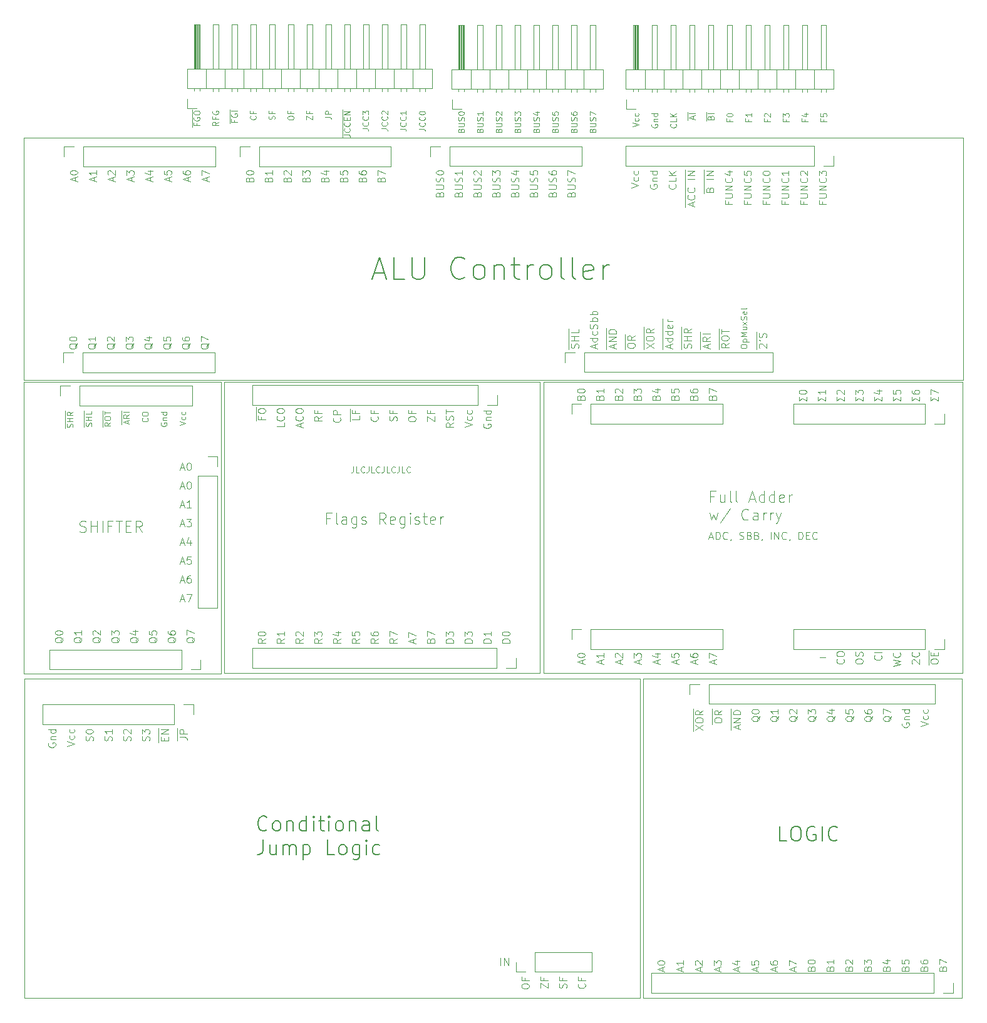
<source format=gbr>
%TF.GenerationSoftware,KiCad,Pcbnew,(6.0.0-0)*%
%TF.CreationDate,2022-01-18T19:17:43-05:00*%
%TF.ProjectId,ALU-Backplane,414c552d-4261-4636-9b70-6c616e652e6b,rev?*%
%TF.SameCoordinates,Original*%
%TF.FileFunction,Legend,Top*%
%TF.FilePolarity,Positive*%
%FSLAX46Y46*%
G04 Gerber Fmt 4.6, Leading zero omitted, Abs format (unit mm)*
G04 Created by KiCad (PCBNEW (6.0.0-0)) date 2022-01-18 19:17:43*
%MOMM*%
%LPD*%
G01*
G04 APERTURE LIST*
%ADD10C,0.120000*%
%ADD11C,0.100000*%
%ADD12C,0.150000*%
G04 APERTURE END LIST*
D10*
X152457000Y-68119000D02*
X209099000Y-68119000D01*
X151949000Y-107489000D02*
X151949000Y-68119000D01*
X151949000Y-107489000D02*
X109277000Y-107489000D01*
X82200000Y-108225000D02*
X165500000Y-108225000D01*
X165500000Y-108225000D02*
X165500000Y-151400000D01*
X165500000Y-151400000D02*
X82200000Y-151400000D01*
X82200000Y-151400000D02*
X82200000Y-108225000D01*
X109277000Y-68119000D02*
X109277000Y-107489000D01*
X82175000Y-68125000D02*
X108825000Y-68125000D01*
X108825000Y-68125000D02*
X108825000Y-107525000D01*
X108825000Y-107525000D02*
X82175000Y-107525000D01*
X82175000Y-107525000D02*
X82175000Y-68125000D01*
X151949000Y-68119000D02*
X109277000Y-68119000D01*
X152457000Y-107489000D02*
X209099000Y-107489000D01*
X165850000Y-108225000D02*
X209000000Y-108225000D01*
X209000000Y-108225000D02*
X209000000Y-151450000D01*
X209000000Y-151450000D02*
X165850000Y-151450000D01*
X165850000Y-151450000D02*
X165850000Y-108225000D01*
X152457000Y-107489000D02*
X152457000Y-68119000D01*
X209099000Y-68119000D02*
X209099000Y-107489000D01*
X209125000Y-35075000D02*
X82175000Y-35075000D01*
X82175000Y-35075000D02*
X82175000Y-67825000D01*
X82175000Y-67825000D02*
X209125000Y-67825000D01*
X209125000Y-67825000D02*
X209125000Y-35075000D01*
D11*
X134129380Y-73216190D02*
X134129380Y-73025714D01*
X134177000Y-72930476D01*
X134272238Y-72835238D01*
X134462714Y-72787619D01*
X134796047Y-72787619D01*
X134986523Y-72835238D01*
X135081761Y-72930476D01*
X135129380Y-73025714D01*
X135129380Y-73216190D01*
X135081761Y-73311428D01*
X134986523Y-73406666D01*
X134796047Y-73454285D01*
X134462714Y-73454285D01*
X134272238Y-73406666D01*
X134177000Y-73311428D01*
X134129380Y-73216190D01*
X134605571Y-72025714D02*
X134605571Y-72359047D01*
X135129380Y-72359047D02*
X134129380Y-72359047D01*
X134129380Y-71882857D01*
X132541761Y-73359047D02*
X132589380Y-73216190D01*
X132589380Y-72978095D01*
X132541761Y-72882857D01*
X132494142Y-72835238D01*
X132398904Y-72787619D01*
X132303666Y-72787619D01*
X132208428Y-72835238D01*
X132160809Y-72882857D01*
X132113190Y-72978095D01*
X132065571Y-73168571D01*
X132017952Y-73263809D01*
X131970333Y-73311428D01*
X131875095Y-73359047D01*
X131779857Y-73359047D01*
X131684619Y-73311428D01*
X131637000Y-73263809D01*
X131589380Y-73168571D01*
X131589380Y-72930476D01*
X131637000Y-72787619D01*
X132065571Y-72025714D02*
X132065571Y-72359047D01*
X132589380Y-72359047D02*
X131589380Y-72359047D01*
X131589380Y-71882857D01*
X129954142Y-72787619D02*
X130001761Y-72835238D01*
X130049380Y-72978095D01*
X130049380Y-73073333D01*
X130001761Y-73216190D01*
X129906523Y-73311428D01*
X129811285Y-73359047D01*
X129620809Y-73406666D01*
X129477952Y-73406666D01*
X129287476Y-73359047D01*
X129192238Y-73311428D01*
X129097000Y-73216190D01*
X129049380Y-73073333D01*
X129049380Y-72978095D01*
X129097000Y-72835238D01*
X129144619Y-72787619D01*
X129525571Y-72025714D02*
X129525571Y-72359047D01*
X130049380Y-72359047D02*
X129049380Y-72359047D01*
X129049380Y-71882857D01*
X126227000Y-73406666D02*
X126227000Y-72597142D01*
X127509380Y-72692380D02*
X127509380Y-73168571D01*
X126509380Y-73168571D01*
X126227000Y-72597142D02*
X126227000Y-71740000D01*
X126985571Y-72025714D02*
X126985571Y-72359047D01*
X127509380Y-72359047D02*
X126509380Y-72359047D01*
X126509380Y-71882857D01*
X124874142Y-72930476D02*
X124921761Y-72978095D01*
X124969380Y-73120952D01*
X124969380Y-73216190D01*
X124921761Y-73359047D01*
X124826523Y-73454285D01*
X124731285Y-73501904D01*
X124540809Y-73549523D01*
X124397952Y-73549523D01*
X124207476Y-73501904D01*
X124112238Y-73454285D01*
X124017000Y-73359047D01*
X123969380Y-73216190D01*
X123969380Y-73120952D01*
X124017000Y-72978095D01*
X124064619Y-72930476D01*
X124969380Y-72501904D02*
X123969380Y-72501904D01*
X123969380Y-72120952D01*
X124017000Y-72025714D01*
X124064619Y-71978095D01*
X124159857Y-71930476D01*
X124302714Y-71930476D01*
X124397952Y-71978095D01*
X124445571Y-72025714D01*
X124493190Y-72120952D01*
X124493190Y-72501904D01*
X122429380Y-72787619D02*
X121953190Y-73120952D01*
X122429380Y-73359047D02*
X121429380Y-73359047D01*
X121429380Y-72978095D01*
X121477000Y-72882857D01*
X121524619Y-72835238D01*
X121619857Y-72787619D01*
X121762714Y-72787619D01*
X121857952Y-72835238D01*
X121905571Y-72882857D01*
X121953190Y-72978095D01*
X121953190Y-73359047D01*
X121905571Y-72025714D02*
X121905571Y-72359047D01*
X122429380Y-72359047D02*
X121429380Y-72359047D01*
X121429380Y-71882857D01*
X119603666Y-74200285D02*
X119603666Y-73724095D01*
X119889380Y-74295523D02*
X118889380Y-73962190D01*
X119889380Y-73628857D01*
X119794142Y-72724095D02*
X119841761Y-72771714D01*
X119889380Y-72914571D01*
X119889380Y-73009809D01*
X119841761Y-73152666D01*
X119746523Y-73247904D01*
X119651285Y-73295523D01*
X119460809Y-73343142D01*
X119317952Y-73343142D01*
X119127476Y-73295523D01*
X119032238Y-73247904D01*
X118937000Y-73152666D01*
X118889380Y-73009809D01*
X118889380Y-72914571D01*
X118937000Y-72771714D01*
X118984619Y-72724095D01*
X118889380Y-72105047D02*
X118889380Y-71914571D01*
X118937000Y-71819333D01*
X119032238Y-71724095D01*
X119222714Y-71676476D01*
X119556047Y-71676476D01*
X119746523Y-71724095D01*
X119841761Y-71819333D01*
X119889380Y-71914571D01*
X119889380Y-72105047D01*
X119841761Y-72200285D01*
X119746523Y-72295523D01*
X119556047Y-72343142D01*
X119222714Y-72343142D01*
X119032238Y-72295523D01*
X118937000Y-72200285D01*
X118889380Y-72105047D01*
X117349380Y-73628857D02*
X117349380Y-74105047D01*
X116349380Y-74105047D01*
X117254142Y-72724095D02*
X117301761Y-72771714D01*
X117349380Y-72914571D01*
X117349380Y-73009809D01*
X117301761Y-73152666D01*
X117206523Y-73247904D01*
X117111285Y-73295523D01*
X116920809Y-73343142D01*
X116777952Y-73343142D01*
X116587476Y-73295523D01*
X116492238Y-73247904D01*
X116397000Y-73152666D01*
X116349380Y-73009809D01*
X116349380Y-72914571D01*
X116397000Y-72771714D01*
X116444619Y-72724095D01*
X116349380Y-72105047D02*
X116349380Y-71914571D01*
X116397000Y-71819333D01*
X116492238Y-71724095D01*
X116682714Y-71676476D01*
X117016047Y-71676476D01*
X117206523Y-71724095D01*
X117301761Y-71819333D01*
X117349380Y-71914571D01*
X117349380Y-72105047D01*
X117301761Y-72200285D01*
X117206523Y-72295523D01*
X117016047Y-72343142D01*
X116682714Y-72343142D01*
X116492238Y-72295523D01*
X116397000Y-72200285D01*
X116349380Y-72105047D01*
X123581285Y-86553857D02*
X123081285Y-86553857D01*
X123081285Y-87339571D02*
X123081285Y-85839571D01*
X123795571Y-85839571D01*
X124581285Y-87339571D02*
X124438428Y-87268142D01*
X124367000Y-87125285D01*
X124367000Y-85839571D01*
X125795571Y-87339571D02*
X125795571Y-86553857D01*
X125724142Y-86411000D01*
X125581285Y-86339571D01*
X125295571Y-86339571D01*
X125152714Y-86411000D01*
X125795571Y-87268142D02*
X125652714Y-87339571D01*
X125295571Y-87339571D01*
X125152714Y-87268142D01*
X125081285Y-87125285D01*
X125081285Y-86982428D01*
X125152714Y-86839571D01*
X125295571Y-86768142D01*
X125652714Y-86768142D01*
X125795571Y-86696714D01*
X127152714Y-86339571D02*
X127152714Y-87553857D01*
X127081285Y-87696714D01*
X127009857Y-87768142D01*
X126867000Y-87839571D01*
X126652714Y-87839571D01*
X126509857Y-87768142D01*
X127152714Y-87268142D02*
X127009857Y-87339571D01*
X126724142Y-87339571D01*
X126581285Y-87268142D01*
X126509857Y-87196714D01*
X126438428Y-87053857D01*
X126438428Y-86625285D01*
X126509857Y-86482428D01*
X126581285Y-86411000D01*
X126724142Y-86339571D01*
X127009857Y-86339571D01*
X127152714Y-86411000D01*
X127795571Y-87268142D02*
X127938428Y-87339571D01*
X128224142Y-87339571D01*
X128367000Y-87268142D01*
X128438428Y-87125285D01*
X128438428Y-87053857D01*
X128367000Y-86911000D01*
X128224142Y-86839571D01*
X128009857Y-86839571D01*
X127867000Y-86768142D01*
X127795571Y-86625285D01*
X127795571Y-86553857D01*
X127867000Y-86411000D01*
X128009857Y-86339571D01*
X128224142Y-86339571D01*
X128367000Y-86411000D01*
X131081285Y-87339571D02*
X130581285Y-86625285D01*
X130224142Y-87339571D02*
X130224142Y-85839571D01*
X130795571Y-85839571D01*
X130938428Y-85911000D01*
X131009857Y-85982428D01*
X131081285Y-86125285D01*
X131081285Y-86339571D01*
X131009857Y-86482428D01*
X130938428Y-86553857D01*
X130795571Y-86625285D01*
X130224142Y-86625285D01*
X132295571Y-87268142D02*
X132152714Y-87339571D01*
X131867000Y-87339571D01*
X131724142Y-87268142D01*
X131652714Y-87125285D01*
X131652714Y-86553857D01*
X131724142Y-86411000D01*
X131867000Y-86339571D01*
X132152714Y-86339571D01*
X132295571Y-86411000D01*
X132367000Y-86553857D01*
X132367000Y-86696714D01*
X131652714Y-86839571D01*
X133652714Y-86339571D02*
X133652714Y-87553857D01*
X133581285Y-87696714D01*
X133509857Y-87768142D01*
X133367000Y-87839571D01*
X133152714Y-87839571D01*
X133009857Y-87768142D01*
X133652714Y-87268142D02*
X133509857Y-87339571D01*
X133224142Y-87339571D01*
X133081285Y-87268142D01*
X133009857Y-87196714D01*
X132938428Y-87053857D01*
X132938428Y-86625285D01*
X133009857Y-86482428D01*
X133081285Y-86411000D01*
X133224142Y-86339571D01*
X133509857Y-86339571D01*
X133652714Y-86411000D01*
X134367000Y-87339571D02*
X134367000Y-86339571D01*
X134367000Y-85839571D02*
X134295571Y-85911000D01*
X134367000Y-85982428D01*
X134438428Y-85911000D01*
X134367000Y-85839571D01*
X134367000Y-85982428D01*
X135009857Y-87268142D02*
X135152714Y-87339571D01*
X135438428Y-87339571D01*
X135581285Y-87268142D01*
X135652714Y-87125285D01*
X135652714Y-87053857D01*
X135581285Y-86911000D01*
X135438428Y-86839571D01*
X135224142Y-86839571D01*
X135081285Y-86768142D01*
X135009857Y-86625285D01*
X135009857Y-86553857D01*
X135081285Y-86411000D01*
X135224142Y-86339571D01*
X135438428Y-86339571D01*
X135581285Y-86411000D01*
X136081285Y-86339571D02*
X136652714Y-86339571D01*
X136295571Y-85839571D02*
X136295571Y-87125285D01*
X136367000Y-87268142D01*
X136509857Y-87339571D01*
X136652714Y-87339571D01*
X137724142Y-87268142D02*
X137581285Y-87339571D01*
X137295571Y-87339571D01*
X137152714Y-87268142D01*
X137081285Y-87125285D01*
X137081285Y-86553857D01*
X137152714Y-86411000D01*
X137295571Y-86339571D01*
X137581285Y-86339571D01*
X137724142Y-86411000D01*
X137795571Y-86553857D01*
X137795571Y-86696714D01*
X137081285Y-86839571D01*
X138438428Y-87339571D02*
X138438428Y-86339571D01*
X138438428Y-86625285D02*
X138509857Y-86482428D01*
X138581285Y-86411000D01*
X138724142Y-86339571D01*
X138867000Y-86339571D01*
X122429380Y-102804476D02*
X121953190Y-103137809D01*
X122429380Y-103375904D02*
X121429380Y-103375904D01*
X121429380Y-102994952D01*
X121477000Y-102899714D01*
X121524619Y-102852095D01*
X121619857Y-102804476D01*
X121762714Y-102804476D01*
X121857952Y-102852095D01*
X121905571Y-102899714D01*
X121953190Y-102994952D01*
X121953190Y-103375904D01*
X121429380Y-102471142D02*
X121429380Y-101852095D01*
X121810333Y-102185428D01*
X121810333Y-102042571D01*
X121857952Y-101947333D01*
X121905571Y-101899714D01*
X122000809Y-101852095D01*
X122238904Y-101852095D01*
X122334142Y-101899714D01*
X122381761Y-101947333D01*
X122429380Y-102042571D01*
X122429380Y-102328285D01*
X122381761Y-102423523D01*
X122334142Y-102471142D01*
X119889380Y-102804476D02*
X119413190Y-103137809D01*
X119889380Y-103375904D02*
X118889380Y-103375904D01*
X118889380Y-102994952D01*
X118937000Y-102899714D01*
X118984619Y-102852095D01*
X119079857Y-102804476D01*
X119222714Y-102804476D01*
X119317952Y-102852095D01*
X119365571Y-102899714D01*
X119413190Y-102994952D01*
X119413190Y-103375904D01*
X118984619Y-102423523D02*
X118937000Y-102375904D01*
X118889380Y-102280666D01*
X118889380Y-102042571D01*
X118937000Y-101947333D01*
X118984619Y-101899714D01*
X119079857Y-101852095D01*
X119175095Y-101852095D01*
X119317952Y-101899714D01*
X119889380Y-102471142D01*
X119889380Y-101852095D01*
X124969380Y-102804476D02*
X124493190Y-103137809D01*
X124969380Y-103375904D02*
X123969380Y-103375904D01*
X123969380Y-102994952D01*
X124017000Y-102899714D01*
X124064619Y-102852095D01*
X124159857Y-102804476D01*
X124302714Y-102804476D01*
X124397952Y-102852095D01*
X124445571Y-102899714D01*
X124493190Y-102994952D01*
X124493190Y-103375904D01*
X124302714Y-101947333D02*
X124969380Y-101947333D01*
X123921761Y-102185428D02*
X124636047Y-102423523D01*
X124636047Y-101804476D01*
X127509380Y-102804476D02*
X127033190Y-103137809D01*
X127509380Y-103375904D02*
X126509380Y-103375904D01*
X126509380Y-102994952D01*
X126557000Y-102899714D01*
X126604619Y-102852095D01*
X126699857Y-102804476D01*
X126842714Y-102804476D01*
X126937952Y-102852095D01*
X126985571Y-102899714D01*
X127033190Y-102994952D01*
X127033190Y-103375904D01*
X126509380Y-101899714D02*
X126509380Y-102375904D01*
X126985571Y-102423523D01*
X126937952Y-102375904D01*
X126890333Y-102280666D01*
X126890333Y-102042571D01*
X126937952Y-101947333D01*
X126985571Y-101899714D01*
X127080809Y-101852095D01*
X127318904Y-101852095D01*
X127414142Y-101899714D01*
X127461761Y-101947333D01*
X127509380Y-102042571D01*
X127509380Y-102280666D01*
X127461761Y-102375904D01*
X127414142Y-102423523D01*
X130049380Y-102804476D02*
X129573190Y-103137809D01*
X130049380Y-103375904D02*
X129049380Y-103375904D01*
X129049380Y-102994952D01*
X129097000Y-102899714D01*
X129144619Y-102852095D01*
X129239857Y-102804476D01*
X129382714Y-102804476D01*
X129477952Y-102852095D01*
X129525571Y-102899714D01*
X129573190Y-102994952D01*
X129573190Y-103375904D01*
X129049380Y-101947333D02*
X129049380Y-102137809D01*
X129097000Y-102233047D01*
X129144619Y-102280666D01*
X129287476Y-102375904D01*
X129477952Y-102423523D01*
X129858904Y-102423523D01*
X129954142Y-102375904D01*
X130001761Y-102328285D01*
X130049380Y-102233047D01*
X130049380Y-102042571D01*
X130001761Y-101947333D01*
X129954142Y-101899714D01*
X129858904Y-101852095D01*
X129620809Y-101852095D01*
X129525571Y-101899714D01*
X129477952Y-101947333D01*
X129430333Y-102042571D01*
X129430333Y-102233047D01*
X129477952Y-102328285D01*
X129525571Y-102375904D01*
X129620809Y-102423523D01*
X134843666Y-103423523D02*
X134843666Y-102947333D01*
X135129380Y-103518761D02*
X134129380Y-103185428D01*
X135129380Y-102852095D01*
X134129380Y-102614000D02*
X134129380Y-101947333D01*
X135129380Y-102375904D01*
X137145571Y-103042571D02*
X137193190Y-102899714D01*
X137240809Y-102852095D01*
X137336047Y-102804476D01*
X137478904Y-102804476D01*
X137574142Y-102852095D01*
X137621761Y-102899714D01*
X137669380Y-102994952D01*
X137669380Y-103375904D01*
X136669380Y-103375904D01*
X136669380Y-103042571D01*
X136717000Y-102947333D01*
X136764619Y-102899714D01*
X136859857Y-102852095D01*
X136955095Y-102852095D01*
X137050333Y-102899714D01*
X137097952Y-102947333D01*
X137145571Y-103042571D01*
X137145571Y-103375904D01*
X136669380Y-102471142D02*
X136669380Y-101804476D01*
X137669380Y-102233047D01*
X132589380Y-102804476D02*
X132113190Y-103137809D01*
X132589380Y-103375904D02*
X131589380Y-103375904D01*
X131589380Y-102994952D01*
X131637000Y-102899714D01*
X131684619Y-102852095D01*
X131779857Y-102804476D01*
X131922714Y-102804476D01*
X132017952Y-102852095D01*
X132065571Y-102899714D01*
X132113190Y-102994952D01*
X132113190Y-103375904D01*
X131589380Y-102471142D02*
X131589380Y-101804476D01*
X132589380Y-102233047D01*
X147829380Y-103375904D02*
X146829380Y-103375904D01*
X146829380Y-103137809D01*
X146877000Y-102994952D01*
X146972238Y-102899714D01*
X147067476Y-102852095D01*
X147257952Y-102804476D01*
X147400809Y-102804476D01*
X147591285Y-102852095D01*
X147686523Y-102899714D01*
X147781761Y-102994952D01*
X147829380Y-103137809D01*
X147829380Y-103375904D01*
X146829380Y-102185428D02*
X146829380Y-102090190D01*
X146877000Y-101994952D01*
X146924619Y-101947333D01*
X147019857Y-101899714D01*
X147210333Y-101852095D01*
X147448428Y-101852095D01*
X147638904Y-101899714D01*
X147734142Y-101947333D01*
X147781761Y-101994952D01*
X147829380Y-102090190D01*
X147829380Y-102185428D01*
X147781761Y-102280666D01*
X147734142Y-102328285D01*
X147638904Y-102375904D01*
X147448428Y-102423523D01*
X147210333Y-102423523D01*
X147019857Y-102375904D01*
X146924619Y-102328285D01*
X146877000Y-102280666D01*
X146829380Y-102185428D01*
X140209380Y-103375904D02*
X139209380Y-103375904D01*
X139209380Y-103137809D01*
X139257000Y-102994952D01*
X139352238Y-102899714D01*
X139447476Y-102852095D01*
X139637952Y-102804476D01*
X139780809Y-102804476D01*
X139971285Y-102852095D01*
X140066523Y-102899714D01*
X140161761Y-102994952D01*
X140209380Y-103137809D01*
X140209380Y-103375904D01*
X139209380Y-102471142D02*
X139209380Y-101852095D01*
X139590333Y-102185428D01*
X139590333Y-102042571D01*
X139637952Y-101947333D01*
X139685571Y-101899714D01*
X139780809Y-101852095D01*
X140018904Y-101852095D01*
X140114142Y-101899714D01*
X140161761Y-101947333D01*
X140209380Y-102042571D01*
X140209380Y-102328285D01*
X140161761Y-102423523D01*
X140114142Y-102471142D01*
X142749380Y-103375904D02*
X141749380Y-103375904D01*
X141749380Y-103137809D01*
X141797000Y-102994952D01*
X141892238Y-102899714D01*
X141987476Y-102852095D01*
X142177952Y-102804476D01*
X142320809Y-102804476D01*
X142511285Y-102852095D01*
X142606523Y-102899714D01*
X142701761Y-102994952D01*
X142749380Y-103137809D01*
X142749380Y-103375904D01*
X141749380Y-102471142D02*
X141749380Y-101852095D01*
X142130333Y-102185428D01*
X142130333Y-102042571D01*
X142177952Y-101947333D01*
X142225571Y-101899714D01*
X142320809Y-101852095D01*
X142558904Y-101852095D01*
X142654142Y-101899714D01*
X142701761Y-101947333D01*
X142749380Y-102042571D01*
X142749380Y-102328285D01*
X142701761Y-102423523D01*
X142654142Y-102471142D01*
X145289380Y-103375904D02*
X144289380Y-103375904D01*
X144289380Y-103137809D01*
X144337000Y-102994952D01*
X144432238Y-102899714D01*
X144527476Y-102852095D01*
X144717952Y-102804476D01*
X144860809Y-102804476D01*
X145051285Y-102852095D01*
X145146523Y-102899714D01*
X145241761Y-102994952D01*
X145289380Y-103137809D01*
X145289380Y-103375904D01*
X145289380Y-101852095D02*
X145289380Y-102423523D01*
X145289380Y-102137809D02*
X144289380Y-102137809D01*
X144432238Y-102233047D01*
X144527476Y-102328285D01*
X144575095Y-102423523D01*
X114809380Y-102804476D02*
X114333190Y-103137809D01*
X114809380Y-103375904D02*
X113809380Y-103375904D01*
X113809380Y-102994952D01*
X113857000Y-102899714D01*
X113904619Y-102852095D01*
X113999857Y-102804476D01*
X114142714Y-102804476D01*
X114237952Y-102852095D01*
X114285571Y-102899714D01*
X114333190Y-102994952D01*
X114333190Y-103375904D01*
X113809380Y-102185428D02*
X113809380Y-102090190D01*
X113857000Y-101994952D01*
X113904619Y-101947333D01*
X113999857Y-101899714D01*
X114190333Y-101852095D01*
X114428428Y-101852095D01*
X114618904Y-101899714D01*
X114714142Y-101947333D01*
X114761761Y-101994952D01*
X114809380Y-102090190D01*
X114809380Y-102185428D01*
X114761761Y-102280666D01*
X114714142Y-102328285D01*
X114618904Y-102375904D01*
X114428428Y-102423523D01*
X114190333Y-102423523D01*
X113999857Y-102375904D01*
X113904619Y-102328285D01*
X113857000Y-102280666D01*
X113809380Y-102185428D01*
X117349380Y-102804476D02*
X116873190Y-103137809D01*
X117349380Y-103375904D02*
X116349380Y-103375904D01*
X116349380Y-102994952D01*
X116397000Y-102899714D01*
X116444619Y-102852095D01*
X116539857Y-102804476D01*
X116682714Y-102804476D01*
X116777952Y-102852095D01*
X116825571Y-102899714D01*
X116873190Y-102994952D01*
X116873190Y-103375904D01*
X117349380Y-101852095D02*
X117349380Y-102423523D01*
X117349380Y-102137809D02*
X116349380Y-102137809D01*
X116492238Y-102233047D01*
X116587476Y-102328285D01*
X116635095Y-102423523D01*
X136669380Y-73406666D02*
X136669380Y-72740000D01*
X137669380Y-73406666D01*
X137669380Y-72740000D01*
X137145571Y-72025714D02*
X137145571Y-72359047D01*
X137669380Y-72359047D02*
X136669380Y-72359047D01*
X136669380Y-71882857D01*
X140209380Y-73644761D02*
X139733190Y-73978095D01*
X140209380Y-74216190D02*
X139209380Y-74216190D01*
X139209380Y-73835238D01*
X139257000Y-73740000D01*
X139304619Y-73692380D01*
X139399857Y-73644761D01*
X139542714Y-73644761D01*
X139637952Y-73692380D01*
X139685571Y-73740000D01*
X139733190Y-73835238D01*
X139733190Y-74216190D01*
X140161761Y-73263809D02*
X140209380Y-73120952D01*
X140209380Y-72882857D01*
X140161761Y-72787619D01*
X140114142Y-72740000D01*
X140018904Y-72692380D01*
X139923666Y-72692380D01*
X139828428Y-72740000D01*
X139780809Y-72787619D01*
X139733190Y-72882857D01*
X139685571Y-73073333D01*
X139637952Y-73168571D01*
X139590333Y-73216190D01*
X139495095Y-73263809D01*
X139399857Y-73263809D01*
X139304619Y-73216190D01*
X139257000Y-73168571D01*
X139209380Y-73073333D01*
X139209380Y-72835238D01*
X139257000Y-72692380D01*
X139209380Y-72406666D02*
X139209380Y-71835238D01*
X140209380Y-72120952D02*
X139209380Y-72120952D01*
X141749380Y-74216190D02*
X142749380Y-73882857D01*
X141749380Y-73549523D01*
X142701761Y-72787619D02*
X142749380Y-72882857D01*
X142749380Y-73073333D01*
X142701761Y-73168571D01*
X142654142Y-73216190D01*
X142558904Y-73263809D01*
X142273190Y-73263809D01*
X142177952Y-73216190D01*
X142130333Y-73168571D01*
X142082714Y-73073333D01*
X142082714Y-72882857D01*
X142130333Y-72787619D01*
X142701761Y-71930476D02*
X142749380Y-72025714D01*
X142749380Y-72216190D01*
X142701761Y-72311428D01*
X142654142Y-72359047D01*
X142558904Y-72406666D01*
X142273190Y-72406666D01*
X142177952Y-72359047D01*
X142130333Y-72311428D01*
X142082714Y-72216190D01*
X142082714Y-72025714D01*
X142130333Y-71930476D01*
X144337000Y-73787619D02*
X144289380Y-73882857D01*
X144289380Y-74025714D01*
X144337000Y-74168571D01*
X144432238Y-74263809D01*
X144527476Y-74311428D01*
X144717952Y-74359047D01*
X144860809Y-74359047D01*
X145051285Y-74311428D01*
X145146523Y-74263809D01*
X145241761Y-74168571D01*
X145289380Y-74025714D01*
X145289380Y-73930476D01*
X145241761Y-73787619D01*
X145194142Y-73740000D01*
X144860809Y-73740000D01*
X144860809Y-73930476D01*
X144622714Y-73311428D02*
X145289380Y-73311428D01*
X144717952Y-73311428D02*
X144670333Y-73263809D01*
X144622714Y-73168571D01*
X144622714Y-73025714D01*
X144670333Y-72930476D01*
X144765571Y-72882857D01*
X145289380Y-72882857D01*
X145289380Y-71978095D02*
X144289380Y-71978095D01*
X145241761Y-71978095D02*
X145289380Y-72073333D01*
X145289380Y-72263809D01*
X145241761Y-72359047D01*
X145194142Y-72406666D01*
X145098904Y-72454285D01*
X144813190Y-72454285D01*
X144717952Y-72406666D01*
X144670333Y-72359047D01*
X144622714Y-72263809D01*
X144622714Y-72073333D01*
X144670333Y-71978095D01*
X200661380Y-70133714D02*
X200661380Y-70657523D01*
X200137571Y-70324190D01*
X199661380Y-70657523D01*
X199661380Y-70133714D01*
X199661380Y-69228952D02*
X199661380Y-69705142D01*
X200137571Y-69752761D01*
X200089952Y-69705142D01*
X200042333Y-69609904D01*
X200042333Y-69371809D01*
X200089952Y-69276571D01*
X200137571Y-69228952D01*
X200232809Y-69181333D01*
X200470904Y-69181333D01*
X200566142Y-69228952D01*
X200613761Y-69276571D01*
X200661380Y-69371809D01*
X200661380Y-69609904D01*
X200613761Y-69705142D01*
X200566142Y-69752761D01*
X195581380Y-70133714D02*
X195581380Y-70657523D01*
X195057571Y-70324190D01*
X194581380Y-70657523D01*
X194581380Y-70133714D01*
X194581380Y-69800380D02*
X194581380Y-69181333D01*
X194962333Y-69514666D01*
X194962333Y-69371809D01*
X195009952Y-69276571D01*
X195057571Y-69228952D01*
X195152809Y-69181333D01*
X195390904Y-69181333D01*
X195486142Y-69228952D01*
X195533761Y-69276571D01*
X195581380Y-69371809D01*
X195581380Y-69657523D01*
X195533761Y-69752761D01*
X195486142Y-69800380D01*
X203201380Y-70133714D02*
X203201380Y-70657523D01*
X202677571Y-70324190D01*
X202201380Y-70657523D01*
X202201380Y-70133714D01*
X202201380Y-69276571D02*
X202201380Y-69467047D01*
X202249000Y-69562285D01*
X202296619Y-69609904D01*
X202439476Y-69705142D01*
X202629952Y-69752761D01*
X203010904Y-69752761D01*
X203106142Y-69705142D01*
X203153761Y-69657523D01*
X203201380Y-69562285D01*
X203201380Y-69371809D01*
X203153761Y-69276571D01*
X203106142Y-69228952D01*
X203010904Y-69181333D01*
X202772809Y-69181333D01*
X202677571Y-69228952D01*
X202629952Y-69276571D01*
X202582333Y-69371809D01*
X202582333Y-69562285D01*
X202629952Y-69657523D01*
X202677571Y-69705142D01*
X202772809Y-69752761D01*
X162783666Y-106217523D02*
X162783666Y-105741333D01*
X163069380Y-106312761D02*
X162069380Y-105979428D01*
X163069380Y-105646095D01*
X162164619Y-105360380D02*
X162117000Y-105312761D01*
X162069380Y-105217523D01*
X162069380Y-104979428D01*
X162117000Y-104884190D01*
X162164619Y-104836571D01*
X162259857Y-104788952D01*
X162355095Y-104788952D01*
X162497952Y-104836571D01*
X163069380Y-105408000D01*
X163069380Y-104788952D01*
X157703666Y-106217523D02*
X157703666Y-105741333D01*
X157989380Y-106312761D02*
X156989380Y-105979428D01*
X157989380Y-105646095D01*
X156989380Y-105122285D02*
X156989380Y-105027047D01*
X157037000Y-104931809D01*
X157084619Y-104884190D01*
X157179857Y-104836571D01*
X157370333Y-104788952D01*
X157608428Y-104788952D01*
X157798904Y-104836571D01*
X157894142Y-104884190D01*
X157941761Y-104931809D01*
X157989380Y-105027047D01*
X157989380Y-105122285D01*
X157941761Y-105217523D01*
X157894142Y-105265142D01*
X157798904Y-105312761D01*
X157608428Y-105360380D01*
X157370333Y-105360380D01*
X157179857Y-105312761D01*
X157084619Y-105265142D01*
X157037000Y-105217523D01*
X156989380Y-105122285D01*
X160243666Y-106217523D02*
X160243666Y-105741333D01*
X160529380Y-106312761D02*
X159529380Y-105979428D01*
X160529380Y-105646095D01*
X160529380Y-104788952D02*
X160529380Y-105360380D01*
X160529380Y-105074666D02*
X159529380Y-105074666D01*
X159672238Y-105169904D01*
X159767476Y-105265142D01*
X159815095Y-105360380D01*
X192946142Y-105598476D02*
X192993761Y-105646095D01*
X193041380Y-105788952D01*
X193041380Y-105884190D01*
X192993761Y-106027047D01*
X192898523Y-106122285D01*
X192803285Y-106169904D01*
X192612809Y-106217523D01*
X192469952Y-106217523D01*
X192279476Y-106169904D01*
X192184238Y-106122285D01*
X192089000Y-106027047D01*
X192041380Y-105884190D01*
X192041380Y-105788952D01*
X192089000Y-105646095D01*
X192136619Y-105598476D01*
X192041380Y-104979428D02*
X192041380Y-104788952D01*
X192089000Y-104693714D01*
X192184238Y-104598476D01*
X192374714Y-104550857D01*
X192708047Y-104550857D01*
X192898523Y-104598476D01*
X192993761Y-104693714D01*
X193041380Y-104788952D01*
X193041380Y-104979428D01*
X192993761Y-105074666D01*
X192898523Y-105169904D01*
X192708047Y-105217523D01*
X192374714Y-105217523D01*
X192184238Y-105169904D01*
X192089000Y-105074666D01*
X192041380Y-104979428D01*
X198026142Y-105090476D02*
X198073761Y-105138095D01*
X198121380Y-105280952D01*
X198121380Y-105376190D01*
X198073761Y-105519047D01*
X197978523Y-105614285D01*
X197883285Y-105661904D01*
X197692809Y-105709523D01*
X197549952Y-105709523D01*
X197359476Y-105661904D01*
X197264238Y-105614285D01*
X197169000Y-105519047D01*
X197121380Y-105376190D01*
X197121380Y-105280952D01*
X197169000Y-105138095D01*
X197216619Y-105090476D01*
X198121380Y-104661904D02*
X197121380Y-104661904D01*
X190501380Y-70133714D02*
X190501380Y-70657523D01*
X189977571Y-70324190D01*
X189501380Y-70657523D01*
X189501380Y-70133714D01*
X190501380Y-69181333D02*
X190501380Y-69752761D01*
X190501380Y-69467047D02*
X189501380Y-69467047D01*
X189644238Y-69562285D01*
X189739476Y-69657523D01*
X189787095Y-69752761D01*
X204459000Y-106408000D02*
X204459000Y-105360380D01*
X204741380Y-105979428D02*
X204741380Y-105788952D01*
X204789000Y-105693714D01*
X204884238Y-105598476D01*
X205074714Y-105550857D01*
X205408047Y-105550857D01*
X205598523Y-105598476D01*
X205693761Y-105693714D01*
X205741380Y-105788952D01*
X205741380Y-105979428D01*
X205693761Y-106074666D01*
X205598523Y-106169904D01*
X205408047Y-106217523D01*
X205074714Y-106217523D01*
X204884238Y-106169904D01*
X204789000Y-106074666D01*
X204741380Y-105979428D01*
X204459000Y-105360380D02*
X204459000Y-104455619D01*
X205217571Y-105122285D02*
X205217571Y-104788952D01*
X205741380Y-104646095D02*
X205741380Y-105122285D01*
X204741380Y-105122285D01*
X204741380Y-104646095D01*
X187961380Y-70133714D02*
X187961380Y-70657523D01*
X187437571Y-70324190D01*
X186961380Y-70657523D01*
X186961380Y-70133714D01*
X186961380Y-69514666D02*
X186961380Y-69419428D01*
X187009000Y-69324190D01*
X187056619Y-69276571D01*
X187151857Y-69228952D01*
X187342333Y-69181333D01*
X187580428Y-69181333D01*
X187770904Y-69228952D01*
X187866142Y-69276571D01*
X187913761Y-69324190D01*
X187961380Y-69419428D01*
X187961380Y-69514666D01*
X187913761Y-69609904D01*
X187866142Y-69657523D01*
X187770904Y-69705142D01*
X187580428Y-69752761D01*
X187342333Y-69752761D01*
X187151857Y-69705142D01*
X187056619Y-69657523D01*
X187009000Y-69609904D01*
X186961380Y-69514666D01*
X199661380Y-106519142D02*
X200661380Y-106281047D01*
X199947095Y-106090571D01*
X200661380Y-105900095D01*
X199661380Y-105662000D01*
X200566142Y-104709619D02*
X200613761Y-104757238D01*
X200661380Y-104900095D01*
X200661380Y-104995333D01*
X200613761Y-105138190D01*
X200518523Y-105233428D01*
X200423285Y-105281047D01*
X200232809Y-105328666D01*
X200089952Y-105328666D01*
X199899476Y-105281047D01*
X199804238Y-105233428D01*
X199709000Y-105138190D01*
X199661380Y-104995333D01*
X199661380Y-104900095D01*
X199709000Y-104757238D01*
X199756619Y-104709619D01*
X190507904Y-105385571D02*
X189746000Y-105385571D01*
X202296619Y-106217523D02*
X202249000Y-106169904D01*
X202201380Y-106074666D01*
X202201380Y-105836571D01*
X202249000Y-105741333D01*
X202296619Y-105693714D01*
X202391857Y-105646095D01*
X202487095Y-105646095D01*
X202629952Y-105693714D01*
X203201380Y-106265142D01*
X203201380Y-105646095D01*
X203106142Y-104646095D02*
X203153761Y-104693714D01*
X203201380Y-104836571D01*
X203201380Y-104931809D01*
X203153761Y-105074666D01*
X203058523Y-105169904D01*
X202963285Y-105217523D01*
X202772809Y-105265142D01*
X202629952Y-105265142D01*
X202439476Y-105217523D01*
X202344238Y-105169904D01*
X202249000Y-105074666D01*
X202201380Y-104931809D01*
X202201380Y-104836571D01*
X202249000Y-104693714D01*
X202296619Y-104646095D01*
X170403666Y-106217523D02*
X170403666Y-105741333D01*
X170689380Y-106312761D02*
X169689380Y-105979428D01*
X170689380Y-105646095D01*
X169689380Y-104836571D02*
X169689380Y-105312761D01*
X170165571Y-105360380D01*
X170117952Y-105312761D01*
X170070333Y-105217523D01*
X170070333Y-104979428D01*
X170117952Y-104884190D01*
X170165571Y-104836571D01*
X170260809Y-104788952D01*
X170498904Y-104788952D01*
X170594142Y-104836571D01*
X170641761Y-104884190D01*
X170689380Y-104979428D01*
X170689380Y-105217523D01*
X170641761Y-105312761D01*
X170594142Y-105360380D01*
X175483666Y-106217523D02*
X175483666Y-105741333D01*
X175769380Y-106312761D02*
X174769380Y-105979428D01*
X175769380Y-105646095D01*
X174769380Y-105408000D02*
X174769380Y-104741333D01*
X175769380Y-105169904D01*
X172943666Y-106217523D02*
X172943666Y-105741333D01*
X173229380Y-106312761D02*
X172229380Y-105979428D01*
X173229380Y-105646095D01*
X172229380Y-104884190D02*
X172229380Y-105074666D01*
X172277000Y-105169904D01*
X172324619Y-105217523D01*
X172467476Y-105312761D01*
X172657952Y-105360380D01*
X173038904Y-105360380D01*
X173134142Y-105312761D01*
X173181761Y-105265142D01*
X173229380Y-105169904D01*
X173229380Y-104979428D01*
X173181761Y-104884190D01*
X173134142Y-104836571D01*
X173038904Y-104788952D01*
X172800809Y-104788952D01*
X172705571Y-104836571D01*
X172657952Y-104884190D01*
X172610333Y-104979428D01*
X172610333Y-105169904D01*
X172657952Y-105265142D01*
X172705571Y-105312761D01*
X172800809Y-105360380D01*
X194581380Y-105979428D02*
X194581380Y-105788952D01*
X194629000Y-105693714D01*
X194724238Y-105598476D01*
X194914714Y-105550857D01*
X195248047Y-105550857D01*
X195438523Y-105598476D01*
X195533761Y-105693714D01*
X195581380Y-105788952D01*
X195581380Y-105979428D01*
X195533761Y-106074666D01*
X195438523Y-106169904D01*
X195248047Y-106217523D01*
X194914714Y-106217523D01*
X194724238Y-106169904D01*
X194629000Y-106074666D01*
X194581380Y-105979428D01*
X195533761Y-105169904D02*
X195581380Y-105027047D01*
X195581380Y-104788952D01*
X195533761Y-104693714D01*
X195486142Y-104646095D01*
X195390904Y-104598476D01*
X195295666Y-104598476D01*
X195200428Y-104646095D01*
X195152809Y-104693714D01*
X195105190Y-104788952D01*
X195057571Y-104979428D01*
X195009952Y-105074666D01*
X194962333Y-105122285D01*
X194867095Y-105169904D01*
X194771857Y-105169904D01*
X194676619Y-105122285D01*
X194629000Y-105074666D01*
X194581380Y-104979428D01*
X194581380Y-104741333D01*
X194629000Y-104598476D01*
X167863666Y-106217523D02*
X167863666Y-105741333D01*
X168149380Y-106312761D02*
X167149380Y-105979428D01*
X168149380Y-105646095D01*
X167482714Y-104884190D02*
X168149380Y-104884190D01*
X167101761Y-105122285D02*
X167816047Y-105360380D01*
X167816047Y-104741333D01*
X165323666Y-106217523D02*
X165323666Y-105741333D01*
X165609380Y-106312761D02*
X164609380Y-105979428D01*
X165609380Y-105646095D01*
X164609380Y-105408000D02*
X164609380Y-104788952D01*
X164990333Y-105122285D01*
X164990333Y-104979428D01*
X165037952Y-104884190D01*
X165085571Y-104836571D01*
X165180809Y-104788952D01*
X165418904Y-104788952D01*
X165514142Y-104836571D01*
X165561761Y-104884190D01*
X165609380Y-104979428D01*
X165609380Y-105265142D01*
X165561761Y-105360380D01*
X165514142Y-105408000D01*
X157465571Y-70188571D02*
X157513190Y-70045714D01*
X157560809Y-69998095D01*
X157656047Y-69950476D01*
X157798904Y-69950476D01*
X157894142Y-69998095D01*
X157941761Y-70045714D01*
X157989380Y-70140952D01*
X157989380Y-70521904D01*
X156989380Y-70521904D01*
X156989380Y-70188571D01*
X157037000Y-70093333D01*
X157084619Y-70045714D01*
X157179857Y-69998095D01*
X157275095Y-69998095D01*
X157370333Y-70045714D01*
X157417952Y-70093333D01*
X157465571Y-70188571D01*
X157465571Y-70521904D01*
X156989380Y-69331428D02*
X156989380Y-69236190D01*
X157037000Y-69140952D01*
X157084619Y-69093333D01*
X157179857Y-69045714D01*
X157370333Y-68998095D01*
X157608428Y-68998095D01*
X157798904Y-69045714D01*
X157894142Y-69093333D01*
X157941761Y-69140952D01*
X157989380Y-69236190D01*
X157989380Y-69331428D01*
X157941761Y-69426666D01*
X157894142Y-69474285D01*
X157798904Y-69521904D01*
X157608428Y-69569523D01*
X157370333Y-69569523D01*
X157179857Y-69521904D01*
X157084619Y-69474285D01*
X157037000Y-69426666D01*
X156989380Y-69331428D01*
X160005571Y-70188571D02*
X160053190Y-70045714D01*
X160100809Y-69998095D01*
X160196047Y-69950476D01*
X160338904Y-69950476D01*
X160434142Y-69998095D01*
X160481761Y-70045714D01*
X160529380Y-70140952D01*
X160529380Y-70521904D01*
X159529380Y-70521904D01*
X159529380Y-70188571D01*
X159577000Y-70093333D01*
X159624619Y-70045714D01*
X159719857Y-69998095D01*
X159815095Y-69998095D01*
X159910333Y-70045714D01*
X159957952Y-70093333D01*
X160005571Y-70188571D01*
X160005571Y-70521904D01*
X160529380Y-68998095D02*
X160529380Y-69569523D01*
X160529380Y-69283809D02*
X159529380Y-69283809D01*
X159672238Y-69379047D01*
X159767476Y-69474285D01*
X159815095Y-69569523D01*
X162545571Y-70188571D02*
X162593190Y-70045714D01*
X162640809Y-69998095D01*
X162736047Y-69950476D01*
X162878904Y-69950476D01*
X162974142Y-69998095D01*
X163021761Y-70045714D01*
X163069380Y-70140952D01*
X163069380Y-70521904D01*
X162069380Y-70521904D01*
X162069380Y-70188571D01*
X162117000Y-70093333D01*
X162164619Y-70045714D01*
X162259857Y-69998095D01*
X162355095Y-69998095D01*
X162450333Y-70045714D01*
X162497952Y-70093333D01*
X162545571Y-70188571D01*
X162545571Y-70521904D01*
X162164619Y-69569523D02*
X162117000Y-69521904D01*
X162069380Y-69426666D01*
X162069380Y-69188571D01*
X162117000Y-69093333D01*
X162164619Y-69045714D01*
X162259857Y-68998095D01*
X162355095Y-68998095D01*
X162497952Y-69045714D01*
X163069380Y-69617142D01*
X163069380Y-68998095D01*
X165085571Y-70188571D02*
X165133190Y-70045714D01*
X165180809Y-69998095D01*
X165276047Y-69950476D01*
X165418904Y-69950476D01*
X165514142Y-69998095D01*
X165561761Y-70045714D01*
X165609380Y-70140952D01*
X165609380Y-70521904D01*
X164609380Y-70521904D01*
X164609380Y-70188571D01*
X164657000Y-70093333D01*
X164704619Y-70045714D01*
X164799857Y-69998095D01*
X164895095Y-69998095D01*
X164990333Y-70045714D01*
X165037952Y-70093333D01*
X165085571Y-70188571D01*
X165085571Y-70521904D01*
X164609380Y-69617142D02*
X164609380Y-68998095D01*
X164990333Y-69331428D01*
X164990333Y-69188571D01*
X165037952Y-69093333D01*
X165085571Y-69045714D01*
X165180809Y-68998095D01*
X165418904Y-68998095D01*
X165514142Y-69045714D01*
X165561761Y-69093333D01*
X165609380Y-69188571D01*
X165609380Y-69474285D01*
X165561761Y-69569523D01*
X165514142Y-69617142D01*
X167625571Y-70188571D02*
X167673190Y-70045714D01*
X167720809Y-69998095D01*
X167816047Y-69950476D01*
X167958904Y-69950476D01*
X168054142Y-69998095D01*
X168101761Y-70045714D01*
X168149380Y-70140952D01*
X168149380Y-70521904D01*
X167149380Y-70521904D01*
X167149380Y-70188571D01*
X167197000Y-70093333D01*
X167244619Y-70045714D01*
X167339857Y-69998095D01*
X167435095Y-69998095D01*
X167530333Y-70045714D01*
X167577952Y-70093333D01*
X167625571Y-70188571D01*
X167625571Y-70521904D01*
X167482714Y-69093333D02*
X168149380Y-69093333D01*
X167101761Y-69331428D02*
X167816047Y-69569523D01*
X167816047Y-68950476D01*
X170165571Y-70188571D02*
X170213190Y-70045714D01*
X170260809Y-69998095D01*
X170356047Y-69950476D01*
X170498904Y-69950476D01*
X170594142Y-69998095D01*
X170641761Y-70045714D01*
X170689380Y-70140952D01*
X170689380Y-70521904D01*
X169689380Y-70521904D01*
X169689380Y-70188571D01*
X169737000Y-70093333D01*
X169784619Y-70045714D01*
X169879857Y-69998095D01*
X169975095Y-69998095D01*
X170070333Y-70045714D01*
X170117952Y-70093333D01*
X170165571Y-70188571D01*
X170165571Y-70521904D01*
X169689380Y-69045714D02*
X169689380Y-69521904D01*
X170165571Y-69569523D01*
X170117952Y-69521904D01*
X170070333Y-69426666D01*
X170070333Y-69188571D01*
X170117952Y-69093333D01*
X170165571Y-69045714D01*
X170260809Y-68998095D01*
X170498904Y-68998095D01*
X170594142Y-69045714D01*
X170641761Y-69093333D01*
X170689380Y-69188571D01*
X170689380Y-69426666D01*
X170641761Y-69521904D01*
X170594142Y-69569523D01*
X175245571Y-70188571D02*
X175293190Y-70045714D01*
X175340809Y-69998095D01*
X175436047Y-69950476D01*
X175578904Y-69950476D01*
X175674142Y-69998095D01*
X175721761Y-70045714D01*
X175769380Y-70140952D01*
X175769380Y-70521904D01*
X174769380Y-70521904D01*
X174769380Y-70188571D01*
X174817000Y-70093333D01*
X174864619Y-70045714D01*
X174959857Y-69998095D01*
X175055095Y-69998095D01*
X175150333Y-70045714D01*
X175197952Y-70093333D01*
X175245571Y-70188571D01*
X175245571Y-70521904D01*
X174769380Y-69617142D02*
X174769380Y-68950476D01*
X175769380Y-69379047D01*
X198121380Y-70133714D02*
X198121380Y-70657523D01*
X197597571Y-70324190D01*
X197121380Y-70657523D01*
X197121380Y-70133714D01*
X197454714Y-69276571D02*
X198121380Y-69276571D01*
X197073761Y-69514666D02*
X197788047Y-69752761D01*
X197788047Y-69133714D01*
X193041380Y-70133714D02*
X193041380Y-70657523D01*
X192517571Y-70324190D01*
X192041380Y-70657523D01*
X192041380Y-70133714D01*
X192136619Y-69752761D02*
X192089000Y-69705142D01*
X192041380Y-69609904D01*
X192041380Y-69371809D01*
X192089000Y-69276571D01*
X192136619Y-69228952D01*
X192231857Y-69181333D01*
X192327095Y-69181333D01*
X192469952Y-69228952D01*
X193041380Y-69800380D01*
X193041380Y-69181333D01*
X205741380Y-70133714D02*
X205741380Y-70657523D01*
X205217571Y-70324190D01*
X204741380Y-70657523D01*
X204741380Y-70133714D01*
X204741380Y-69800380D02*
X204741380Y-69133714D01*
X205741380Y-69562285D01*
X172705571Y-70188571D02*
X172753190Y-70045714D01*
X172800809Y-69998095D01*
X172896047Y-69950476D01*
X173038904Y-69950476D01*
X173134142Y-69998095D01*
X173181761Y-70045714D01*
X173229380Y-70140952D01*
X173229380Y-70521904D01*
X172229380Y-70521904D01*
X172229380Y-70188571D01*
X172277000Y-70093333D01*
X172324619Y-70045714D01*
X172419857Y-69998095D01*
X172515095Y-69998095D01*
X172610333Y-70045714D01*
X172657952Y-70093333D01*
X172705571Y-70188571D01*
X172705571Y-70521904D01*
X172229380Y-69093333D02*
X172229380Y-69283809D01*
X172277000Y-69379047D01*
X172324619Y-69426666D01*
X172467476Y-69521904D01*
X172657952Y-69569523D01*
X173038904Y-69569523D01*
X173134142Y-69521904D01*
X173181761Y-69474285D01*
X173229380Y-69379047D01*
X173229380Y-69188571D01*
X173181761Y-69093333D01*
X173134142Y-69045714D01*
X173038904Y-68998095D01*
X172800809Y-68998095D01*
X172705571Y-69045714D01*
X172657952Y-69093333D01*
X172610333Y-69188571D01*
X172610333Y-69379047D01*
X172657952Y-69474285D01*
X172705571Y-69521904D01*
X172800809Y-69569523D01*
X174810476Y-89113666D02*
X175286666Y-89113666D01*
X174715238Y-89399380D02*
X175048571Y-88399380D01*
X175381904Y-89399380D01*
X175715238Y-89399380D02*
X175715238Y-88399380D01*
X175953333Y-88399380D01*
X176096190Y-88447000D01*
X176191428Y-88542238D01*
X176239047Y-88637476D01*
X176286666Y-88827952D01*
X176286666Y-88970809D01*
X176239047Y-89161285D01*
X176191428Y-89256523D01*
X176096190Y-89351761D01*
X175953333Y-89399380D01*
X175715238Y-89399380D01*
X177286666Y-89304142D02*
X177239047Y-89351761D01*
X177096190Y-89399380D01*
X177000952Y-89399380D01*
X176858095Y-89351761D01*
X176762857Y-89256523D01*
X176715238Y-89161285D01*
X176667619Y-88970809D01*
X176667619Y-88827952D01*
X176715238Y-88637476D01*
X176762857Y-88542238D01*
X176858095Y-88447000D01*
X177000952Y-88399380D01*
X177096190Y-88399380D01*
X177239047Y-88447000D01*
X177286666Y-88494619D01*
X177762857Y-89351761D02*
X177762857Y-89399380D01*
X177715238Y-89494619D01*
X177667619Y-89542238D01*
X178905714Y-89351761D02*
X179048571Y-89399380D01*
X179286666Y-89399380D01*
X179381904Y-89351761D01*
X179429523Y-89304142D01*
X179477142Y-89208904D01*
X179477142Y-89113666D01*
X179429523Y-89018428D01*
X179381904Y-88970809D01*
X179286666Y-88923190D01*
X179096190Y-88875571D01*
X179000952Y-88827952D01*
X178953333Y-88780333D01*
X178905714Y-88685095D01*
X178905714Y-88589857D01*
X178953333Y-88494619D01*
X179000952Y-88447000D01*
X179096190Y-88399380D01*
X179334285Y-88399380D01*
X179477142Y-88447000D01*
X180239047Y-88875571D02*
X180381904Y-88923190D01*
X180429523Y-88970809D01*
X180477142Y-89066047D01*
X180477142Y-89208904D01*
X180429523Y-89304142D01*
X180381904Y-89351761D01*
X180286666Y-89399380D01*
X179905714Y-89399380D01*
X179905714Y-88399380D01*
X180239047Y-88399380D01*
X180334285Y-88447000D01*
X180381904Y-88494619D01*
X180429523Y-88589857D01*
X180429523Y-88685095D01*
X180381904Y-88780333D01*
X180334285Y-88827952D01*
X180239047Y-88875571D01*
X179905714Y-88875571D01*
X181239047Y-88875571D02*
X181381904Y-88923190D01*
X181429523Y-88970809D01*
X181477142Y-89066047D01*
X181477142Y-89208904D01*
X181429523Y-89304142D01*
X181381904Y-89351761D01*
X181286666Y-89399380D01*
X180905714Y-89399380D01*
X180905714Y-88399380D01*
X181239047Y-88399380D01*
X181334285Y-88447000D01*
X181381904Y-88494619D01*
X181429523Y-88589857D01*
X181429523Y-88685095D01*
X181381904Y-88780333D01*
X181334285Y-88827952D01*
X181239047Y-88875571D01*
X180905714Y-88875571D01*
X181953333Y-89351761D02*
X181953333Y-89399380D01*
X181905714Y-89494619D01*
X181858095Y-89542238D01*
X183143809Y-89399380D02*
X183143809Y-88399380D01*
X183620000Y-89399380D02*
X183620000Y-88399380D01*
X184191428Y-89399380D01*
X184191428Y-88399380D01*
X185239047Y-89304142D02*
X185191428Y-89351761D01*
X185048571Y-89399380D01*
X184953333Y-89399380D01*
X184810476Y-89351761D01*
X184715238Y-89256523D01*
X184667619Y-89161285D01*
X184620000Y-88970809D01*
X184620000Y-88827952D01*
X184667619Y-88637476D01*
X184715238Y-88542238D01*
X184810476Y-88447000D01*
X184953333Y-88399380D01*
X185048571Y-88399380D01*
X185191428Y-88447000D01*
X185239047Y-88494619D01*
X185715238Y-89351761D02*
X185715238Y-89399380D01*
X185667619Y-89494619D01*
X185620000Y-89542238D01*
X186905714Y-89399380D02*
X186905714Y-88399380D01*
X187143809Y-88399380D01*
X187286666Y-88447000D01*
X187381904Y-88542238D01*
X187429523Y-88637476D01*
X187477142Y-88827952D01*
X187477142Y-88970809D01*
X187429523Y-89161285D01*
X187381904Y-89256523D01*
X187286666Y-89351761D01*
X187143809Y-89399380D01*
X186905714Y-89399380D01*
X187905714Y-88875571D02*
X188239047Y-88875571D01*
X188381904Y-89399380D02*
X187905714Y-89399380D01*
X187905714Y-88399380D01*
X188381904Y-88399380D01*
X189381904Y-89304142D02*
X189334285Y-89351761D01*
X189191428Y-89399380D01*
X189096190Y-89399380D01*
X188953333Y-89351761D01*
X188858095Y-89256523D01*
X188810476Y-89161285D01*
X188762857Y-88970809D01*
X188762857Y-88827952D01*
X188810476Y-88637476D01*
X188858095Y-88542238D01*
X188953333Y-88447000D01*
X189096190Y-88399380D01*
X189191428Y-88399380D01*
X189334285Y-88447000D01*
X189381904Y-88494619D01*
X175477142Y-83568357D02*
X174977142Y-83568357D01*
X174977142Y-84354071D02*
X174977142Y-82854071D01*
X175691428Y-82854071D01*
X176905714Y-83354071D02*
X176905714Y-84354071D01*
X176262857Y-83354071D02*
X176262857Y-84139785D01*
X176334285Y-84282642D01*
X176477142Y-84354071D01*
X176691428Y-84354071D01*
X176834285Y-84282642D01*
X176905714Y-84211214D01*
X177834285Y-84354071D02*
X177691428Y-84282642D01*
X177620000Y-84139785D01*
X177620000Y-82854071D01*
X178620000Y-84354071D02*
X178477142Y-84282642D01*
X178405714Y-84139785D01*
X178405714Y-82854071D01*
X180262857Y-83925500D02*
X180977142Y-83925500D01*
X180120000Y-84354071D02*
X180620000Y-82854071D01*
X181120000Y-84354071D01*
X182262857Y-84354071D02*
X182262857Y-82854071D01*
X182262857Y-84282642D02*
X182120000Y-84354071D01*
X181834285Y-84354071D01*
X181691428Y-84282642D01*
X181620000Y-84211214D01*
X181548571Y-84068357D01*
X181548571Y-83639785D01*
X181620000Y-83496928D01*
X181691428Y-83425500D01*
X181834285Y-83354071D01*
X182120000Y-83354071D01*
X182262857Y-83425500D01*
X183620000Y-84354071D02*
X183620000Y-82854071D01*
X183620000Y-84282642D02*
X183477142Y-84354071D01*
X183191428Y-84354071D01*
X183048571Y-84282642D01*
X182977142Y-84211214D01*
X182905714Y-84068357D01*
X182905714Y-83639785D01*
X182977142Y-83496928D01*
X183048571Y-83425500D01*
X183191428Y-83354071D01*
X183477142Y-83354071D01*
X183620000Y-83425500D01*
X184905714Y-84282642D02*
X184762857Y-84354071D01*
X184477142Y-84354071D01*
X184334285Y-84282642D01*
X184262857Y-84139785D01*
X184262857Y-83568357D01*
X184334285Y-83425500D01*
X184477142Y-83354071D01*
X184762857Y-83354071D01*
X184905714Y-83425500D01*
X184977142Y-83568357D01*
X184977142Y-83711214D01*
X184262857Y-83854071D01*
X185620000Y-84354071D02*
X185620000Y-83354071D01*
X185620000Y-83639785D02*
X185691428Y-83496928D01*
X185762857Y-83425500D01*
X185905714Y-83354071D01*
X186048571Y-83354071D01*
X174834285Y-85769071D02*
X175120000Y-86769071D01*
X175405714Y-86054785D01*
X175691428Y-86769071D01*
X175977142Y-85769071D01*
X177620000Y-85197642D02*
X176334285Y-87126214D01*
X180120000Y-86626214D02*
X180048571Y-86697642D01*
X179834285Y-86769071D01*
X179691428Y-86769071D01*
X179477142Y-86697642D01*
X179334285Y-86554785D01*
X179262857Y-86411928D01*
X179191428Y-86126214D01*
X179191428Y-85911928D01*
X179262857Y-85626214D01*
X179334285Y-85483357D01*
X179477142Y-85340500D01*
X179691428Y-85269071D01*
X179834285Y-85269071D01*
X180048571Y-85340500D01*
X180120000Y-85411928D01*
X181405714Y-86769071D02*
X181405714Y-85983357D01*
X181334285Y-85840500D01*
X181191428Y-85769071D01*
X180905714Y-85769071D01*
X180762857Y-85840500D01*
X181405714Y-86697642D02*
X181262857Y-86769071D01*
X180905714Y-86769071D01*
X180762857Y-86697642D01*
X180691428Y-86554785D01*
X180691428Y-86411928D01*
X180762857Y-86269071D01*
X180905714Y-86197642D01*
X181262857Y-86197642D01*
X181405714Y-86126214D01*
X182120000Y-86769071D02*
X182120000Y-85769071D01*
X182120000Y-86054785D02*
X182191428Y-85911928D01*
X182262857Y-85840500D01*
X182405714Y-85769071D01*
X182548571Y-85769071D01*
X183048571Y-86769071D02*
X183048571Y-85769071D01*
X183048571Y-86054785D02*
X183120000Y-85911928D01*
X183191428Y-85840500D01*
X183334285Y-85769071D01*
X183477142Y-85769071D01*
X183834285Y-85769071D02*
X184191428Y-86769071D01*
X184548571Y-85769071D02*
X184191428Y-86769071D01*
X184048571Y-87126214D01*
X183977142Y-87197642D01*
X183834285Y-87269071D01*
X113527000Y-73390761D02*
X113527000Y-72533619D01*
X114285571Y-72819333D02*
X114285571Y-73152666D01*
X114809380Y-73152666D02*
X113809380Y-73152666D01*
X113809380Y-72676476D01*
X113527000Y-72533619D02*
X113527000Y-71486000D01*
X113809380Y-72105047D02*
X113809380Y-71914571D01*
X113857000Y-71819333D01*
X113952238Y-71724095D01*
X114142714Y-71676476D01*
X114476047Y-71676476D01*
X114666523Y-71724095D01*
X114761761Y-71819333D01*
X114809380Y-71914571D01*
X114809380Y-72105047D01*
X114761761Y-72200285D01*
X114666523Y-72295523D01*
X114476047Y-72343142D01*
X114142714Y-72343142D01*
X113952238Y-72295523D01*
X113857000Y-72200285D01*
X113809380Y-72105047D01*
X185187857Y-32605476D02*
X185187857Y-32872142D01*
X185606904Y-32872142D02*
X184806904Y-32872142D01*
X184806904Y-32491190D01*
X184806904Y-32262619D02*
X184806904Y-31767380D01*
X185111666Y-32034047D01*
X185111666Y-31919761D01*
X185149761Y-31843571D01*
X185187857Y-31805476D01*
X185264047Y-31767380D01*
X185454523Y-31767380D01*
X185530714Y-31805476D01*
X185568809Y-31843571D01*
X185606904Y-31919761D01*
X185606904Y-32148333D01*
X185568809Y-32224523D01*
X185530714Y-32262619D01*
X172670000Y-115340000D02*
X172670000Y-114387619D01*
X172952380Y-115197142D02*
X173952380Y-114530476D01*
X172952380Y-114530476D02*
X173952380Y-115197142D01*
X172670000Y-114387619D02*
X172670000Y-113340000D01*
X172952380Y-113959047D02*
X172952380Y-113768571D01*
X173000000Y-113673333D01*
X173095238Y-113578095D01*
X173285714Y-113530476D01*
X173619047Y-113530476D01*
X173809523Y-113578095D01*
X173904761Y-113673333D01*
X173952380Y-113768571D01*
X173952380Y-113959047D01*
X173904761Y-114054285D01*
X173809523Y-114149523D01*
X173619047Y-114197142D01*
X173285714Y-114197142D01*
X173095238Y-114149523D01*
X173000000Y-114054285D01*
X172952380Y-113959047D01*
X172670000Y-113340000D02*
X172670000Y-112340000D01*
X173952380Y-112530476D02*
X173476190Y-112863809D01*
X173952380Y-113101904D02*
X172952380Y-113101904D01*
X172952380Y-112720952D01*
X173000000Y-112625714D01*
X173047619Y-112578095D01*
X173142857Y-112530476D01*
X173285714Y-112530476D01*
X173380952Y-112578095D01*
X173428571Y-112625714D01*
X173476190Y-112720952D01*
X173476190Y-113101904D01*
X181249000Y-63694000D02*
X181249000Y-62741619D01*
X181626619Y-63503523D02*
X181579000Y-63455904D01*
X181531380Y-63360666D01*
X181531380Y-63122571D01*
X181579000Y-63027333D01*
X181626619Y-62979714D01*
X181721857Y-62932095D01*
X181817095Y-62932095D01*
X181959952Y-62979714D01*
X182531380Y-63551142D01*
X182531380Y-62932095D01*
X181249000Y-62741619D02*
X181249000Y-62265428D01*
X181531380Y-62455904D02*
X181721857Y-62551142D01*
X181249000Y-62265428D02*
X181249000Y-61313047D01*
X182483761Y-62074952D02*
X182531380Y-61932095D01*
X182531380Y-61694000D01*
X182483761Y-61598761D01*
X182436142Y-61551142D01*
X182340904Y-61503523D01*
X182245666Y-61503523D01*
X182150428Y-61551142D01*
X182102809Y-61598761D01*
X182055190Y-61694000D01*
X182007571Y-61884476D01*
X181959952Y-61979714D01*
X181912333Y-62027333D01*
X181817095Y-62074952D01*
X181721857Y-62074952D01*
X181626619Y-62027333D01*
X181579000Y-61979714D01*
X181531380Y-61884476D01*
X181531380Y-61646380D01*
X181579000Y-61503523D01*
X179963571Y-43707333D02*
X179963571Y-44040666D01*
X180487380Y-44040666D02*
X179487380Y-44040666D01*
X179487380Y-43564476D01*
X179487380Y-43183523D02*
X180296904Y-43183523D01*
X180392142Y-43135904D01*
X180439761Y-43088285D01*
X180487380Y-42993047D01*
X180487380Y-42802571D01*
X180439761Y-42707333D01*
X180392142Y-42659714D01*
X180296904Y-42612095D01*
X179487380Y-42612095D01*
X180487380Y-42135904D02*
X179487380Y-42135904D01*
X180487380Y-41564476D01*
X179487380Y-41564476D01*
X180392142Y-40516857D02*
X180439761Y-40564476D01*
X180487380Y-40707333D01*
X180487380Y-40802571D01*
X180439761Y-40945428D01*
X180344523Y-41040666D01*
X180249285Y-41088285D01*
X180058809Y-41135904D01*
X179915952Y-41135904D01*
X179725476Y-41088285D01*
X179630238Y-41040666D01*
X179535000Y-40945428D01*
X179487380Y-40802571D01*
X179487380Y-40707333D01*
X179535000Y-40564476D01*
X179582619Y-40516857D01*
X179487380Y-39612095D02*
X179487380Y-40088285D01*
X179963571Y-40135904D01*
X179915952Y-40088285D01*
X179868333Y-39993047D01*
X179868333Y-39754952D01*
X179915952Y-39659714D01*
X179963571Y-39612095D01*
X180058809Y-39564476D01*
X180296904Y-39564476D01*
X180392142Y-39612095D01*
X180439761Y-39659714D01*
X180487380Y-39754952D01*
X180487380Y-39993047D01*
X180439761Y-40088285D01*
X180392142Y-40135904D01*
X178676666Y-147794523D02*
X178676666Y-147318333D01*
X178962380Y-147889761D02*
X177962380Y-147556428D01*
X178962380Y-147223095D01*
X178295714Y-146461190D02*
X178962380Y-146461190D01*
X177914761Y-146699285D02*
X178629047Y-146937380D01*
X178629047Y-146318333D01*
X102712619Y-102620238D02*
X102665000Y-102715476D01*
X102569761Y-102810714D01*
X102426904Y-102953571D01*
X102379285Y-103048809D01*
X102379285Y-103144047D01*
X102617380Y-103096428D02*
X102569761Y-103191666D01*
X102474523Y-103286904D01*
X102284047Y-103334523D01*
X101950714Y-103334523D01*
X101760238Y-103286904D01*
X101665000Y-103191666D01*
X101617380Y-103096428D01*
X101617380Y-102905952D01*
X101665000Y-102810714D01*
X101760238Y-102715476D01*
X101950714Y-102667857D01*
X102284047Y-102667857D01*
X102474523Y-102715476D01*
X102569761Y-102810714D01*
X102617380Y-102905952D01*
X102617380Y-103096428D01*
X101617380Y-101810714D02*
X101617380Y-102001190D01*
X101665000Y-102096428D01*
X101712619Y-102144047D01*
X101855476Y-102239285D01*
X102045952Y-102286904D01*
X102426904Y-102286904D01*
X102522142Y-102239285D01*
X102569761Y-102191666D01*
X102617380Y-102096428D01*
X102617380Y-101905952D01*
X102569761Y-101810714D01*
X102522142Y-101763095D01*
X102426904Y-101715476D01*
X102188809Y-101715476D01*
X102093571Y-101763095D01*
X102045952Y-101810714D01*
X101998333Y-101905952D01*
X101998333Y-102096428D01*
X102045952Y-102191666D01*
X102093571Y-102239285D01*
X102188809Y-102286904D01*
X92552619Y-102620238D02*
X92505000Y-102715476D01*
X92409761Y-102810714D01*
X92266904Y-102953571D01*
X92219285Y-103048809D01*
X92219285Y-103144047D01*
X92457380Y-103096428D02*
X92409761Y-103191666D01*
X92314523Y-103286904D01*
X92124047Y-103334523D01*
X91790714Y-103334523D01*
X91600238Y-103286904D01*
X91505000Y-103191666D01*
X91457380Y-103096428D01*
X91457380Y-102905952D01*
X91505000Y-102810714D01*
X91600238Y-102715476D01*
X91790714Y-102667857D01*
X92124047Y-102667857D01*
X92314523Y-102715476D01*
X92409761Y-102810714D01*
X92457380Y-102905952D01*
X92457380Y-103096428D01*
X91552619Y-102286904D02*
X91505000Y-102239285D01*
X91457380Y-102144047D01*
X91457380Y-101905952D01*
X91505000Y-101810714D01*
X91552619Y-101763095D01*
X91647857Y-101715476D01*
X91743095Y-101715476D01*
X91885952Y-101763095D01*
X92457380Y-102334523D01*
X92457380Y-101715476D01*
X170290714Y-33215000D02*
X170328809Y-33253095D01*
X170366904Y-33367380D01*
X170366904Y-33443571D01*
X170328809Y-33557857D01*
X170252619Y-33634047D01*
X170176428Y-33672142D01*
X170024047Y-33710238D01*
X169909761Y-33710238D01*
X169757380Y-33672142D01*
X169681190Y-33634047D01*
X169605000Y-33557857D01*
X169566904Y-33443571D01*
X169566904Y-33367380D01*
X169605000Y-33253095D01*
X169643095Y-33215000D01*
X170366904Y-32491190D02*
X170366904Y-32872142D01*
X169566904Y-32872142D01*
X170366904Y-32224523D02*
X169566904Y-32224523D01*
X170366904Y-31767380D02*
X169909761Y-32110238D01*
X169566904Y-31767380D02*
X170024047Y-32224523D01*
X103226904Y-73970952D02*
X104026904Y-73704285D01*
X103226904Y-73437619D01*
X103988809Y-72828095D02*
X104026904Y-72904285D01*
X104026904Y-73056666D01*
X103988809Y-73132857D01*
X103950714Y-73170952D01*
X103874523Y-73209047D01*
X103645952Y-73209047D01*
X103569761Y-73170952D01*
X103531666Y-73132857D01*
X103493571Y-73056666D01*
X103493571Y-72904285D01*
X103531666Y-72828095D01*
X103988809Y-72142380D02*
X104026904Y-72218571D01*
X104026904Y-72370952D01*
X103988809Y-72447142D01*
X103950714Y-72485238D01*
X103874523Y-72523333D01*
X103645952Y-72523333D01*
X103569761Y-72485238D01*
X103531666Y-72447142D01*
X103493571Y-72370952D01*
X103493571Y-72218571D01*
X103531666Y-72142380D01*
X89392619Y-62889238D02*
X89345000Y-62984476D01*
X89249761Y-63079714D01*
X89106904Y-63222571D01*
X89059285Y-63317809D01*
X89059285Y-63413047D01*
X89297380Y-63365428D02*
X89249761Y-63460666D01*
X89154523Y-63555904D01*
X88964047Y-63603523D01*
X88630714Y-63603523D01*
X88440238Y-63555904D01*
X88345000Y-63460666D01*
X88297380Y-63365428D01*
X88297380Y-63174952D01*
X88345000Y-63079714D01*
X88440238Y-62984476D01*
X88630714Y-62936857D01*
X88964047Y-62936857D01*
X89154523Y-62984476D01*
X89249761Y-63079714D01*
X89297380Y-63174952D01*
X89297380Y-63365428D01*
X88297380Y-62317809D02*
X88297380Y-62222571D01*
X88345000Y-62127333D01*
X88392619Y-62079714D01*
X88487857Y-62032095D01*
X88678333Y-61984476D01*
X88916428Y-61984476D01*
X89106904Y-62032095D01*
X89202142Y-62079714D01*
X89249761Y-62127333D01*
X89297380Y-62222571D01*
X89297380Y-62317809D01*
X89249761Y-62413047D01*
X89202142Y-62460666D01*
X89106904Y-62508285D01*
X88916428Y-62555904D01*
X88678333Y-62555904D01*
X88487857Y-62508285D01*
X88392619Y-62460666D01*
X88345000Y-62413047D01*
X88297380Y-62317809D01*
X175220000Y-114387619D02*
X175220000Y-113340000D01*
X175502380Y-113959047D02*
X175502380Y-113768571D01*
X175550000Y-113673333D01*
X175645238Y-113578095D01*
X175835714Y-113530476D01*
X176169047Y-113530476D01*
X176359523Y-113578095D01*
X176454761Y-113673333D01*
X176502380Y-113768571D01*
X176502380Y-113959047D01*
X176454761Y-114054285D01*
X176359523Y-114149523D01*
X176169047Y-114197142D01*
X175835714Y-114197142D01*
X175645238Y-114149523D01*
X175550000Y-114054285D01*
X175502380Y-113959047D01*
X175220000Y-113340000D02*
X175220000Y-112340000D01*
X176502380Y-112530476D02*
X176026190Y-112863809D01*
X176502380Y-113101904D02*
X175502380Y-113101904D01*
X175502380Y-112720952D01*
X175550000Y-112625714D01*
X175597619Y-112578095D01*
X175692857Y-112530476D01*
X175835714Y-112530476D01*
X175930952Y-112578095D01*
X175978571Y-112625714D01*
X176026190Y-112720952D01*
X176026190Y-113101904D01*
X127961904Y-33842380D02*
X128533333Y-33842380D01*
X128647619Y-33880476D01*
X128723809Y-33956666D01*
X128761904Y-34070952D01*
X128761904Y-34147142D01*
X128685714Y-33004285D02*
X128723809Y-33042380D01*
X128761904Y-33156666D01*
X128761904Y-33232857D01*
X128723809Y-33347142D01*
X128647619Y-33423333D01*
X128571428Y-33461428D01*
X128419047Y-33499523D01*
X128304761Y-33499523D01*
X128152380Y-33461428D01*
X128076190Y-33423333D01*
X128000000Y-33347142D01*
X127961904Y-33232857D01*
X127961904Y-33156666D01*
X128000000Y-33042380D01*
X128038095Y-33004285D01*
X128685714Y-32204285D02*
X128723809Y-32242380D01*
X128761904Y-32356666D01*
X128761904Y-32432857D01*
X128723809Y-32547142D01*
X128647619Y-32623333D01*
X128571428Y-32661428D01*
X128419047Y-32699523D01*
X128304761Y-32699523D01*
X128152380Y-32661428D01*
X128076190Y-32623333D01*
X128000000Y-32547142D01*
X127961904Y-32432857D01*
X127961904Y-32356666D01*
X128000000Y-32242380D01*
X128038095Y-32204285D01*
X127961904Y-31937619D02*
X127961904Y-31442380D01*
X128266666Y-31709047D01*
X128266666Y-31594761D01*
X128304761Y-31518571D01*
X128342857Y-31480476D01*
X128419047Y-31442380D01*
X128609523Y-31442380D01*
X128685714Y-31480476D01*
X128723809Y-31518571D01*
X128761904Y-31594761D01*
X128761904Y-31823333D01*
X128723809Y-31899523D01*
X128685714Y-31937619D01*
X163469000Y-63694000D02*
X163469000Y-62646380D01*
X163751380Y-63265428D02*
X163751380Y-63074952D01*
X163799000Y-62979714D01*
X163894238Y-62884476D01*
X164084714Y-62836857D01*
X164418047Y-62836857D01*
X164608523Y-62884476D01*
X164703761Y-62979714D01*
X164751380Y-63074952D01*
X164751380Y-63265428D01*
X164703761Y-63360666D01*
X164608523Y-63455904D01*
X164418047Y-63503523D01*
X164084714Y-63503523D01*
X163894238Y-63455904D01*
X163799000Y-63360666D01*
X163751380Y-63265428D01*
X163469000Y-62646380D02*
X163469000Y-61646380D01*
X164751380Y-61836857D02*
X164275190Y-62170190D01*
X164751380Y-62408285D02*
X163751380Y-62408285D01*
X163751380Y-62027333D01*
X163799000Y-61932095D01*
X163846619Y-61884476D01*
X163941857Y-61836857D01*
X164084714Y-61836857D01*
X164179952Y-61884476D01*
X164227571Y-61932095D01*
X164275190Y-62027333D01*
X164275190Y-62408285D01*
X103340952Y-92441666D02*
X103817142Y-92441666D01*
X103245714Y-92727380D02*
X103579047Y-91727380D01*
X103912380Y-92727380D01*
X104721904Y-91727380D02*
X104245714Y-91727380D01*
X104198095Y-92203571D01*
X104245714Y-92155952D01*
X104340952Y-92108333D01*
X104579047Y-92108333D01*
X104674285Y-92155952D01*
X104721904Y-92203571D01*
X104769523Y-92298809D01*
X104769523Y-92536904D01*
X104721904Y-92632142D01*
X104674285Y-92679761D01*
X104579047Y-92727380D01*
X104340952Y-92727380D01*
X104245714Y-92679761D01*
X104198095Y-92632142D01*
X109991000Y-33156666D02*
X109991000Y-32470952D01*
X110597857Y-32699523D02*
X110597857Y-32966190D01*
X111016904Y-32966190D02*
X110216904Y-32966190D01*
X110216904Y-32585238D01*
X109991000Y-32470952D02*
X109991000Y-31670952D01*
X110255000Y-31861428D02*
X110216904Y-31937619D01*
X110216904Y-32051904D01*
X110255000Y-32166190D01*
X110331190Y-32242380D01*
X110407380Y-32280476D01*
X110559761Y-32318571D01*
X110674047Y-32318571D01*
X110826428Y-32280476D01*
X110902619Y-32242380D01*
X110978809Y-32166190D01*
X111016904Y-32051904D01*
X111016904Y-31975714D01*
X110978809Y-31861428D01*
X110940714Y-31823333D01*
X110674047Y-31823333D01*
X110674047Y-31975714D01*
X109991000Y-31670952D02*
X109991000Y-31290000D01*
X111016904Y-31480476D02*
X110216904Y-31480476D01*
X189267619Y-113285238D02*
X189220000Y-113380476D01*
X189124761Y-113475714D01*
X188981904Y-113618571D01*
X188934285Y-113713809D01*
X188934285Y-113809047D01*
X189172380Y-113761428D02*
X189124761Y-113856666D01*
X189029523Y-113951904D01*
X188839047Y-113999523D01*
X188505714Y-113999523D01*
X188315238Y-113951904D01*
X188220000Y-113856666D01*
X188172380Y-113761428D01*
X188172380Y-113570952D01*
X188220000Y-113475714D01*
X188315238Y-113380476D01*
X188505714Y-113332857D01*
X188839047Y-113332857D01*
X189029523Y-113380476D01*
X189124761Y-113475714D01*
X189172380Y-113570952D01*
X189172380Y-113761428D01*
X188172380Y-112999523D02*
X188172380Y-112380476D01*
X188553333Y-112713809D01*
X188553333Y-112570952D01*
X188600952Y-112475714D01*
X188648571Y-112428095D01*
X188743809Y-112380476D01*
X188981904Y-112380476D01*
X189077142Y-112428095D01*
X189124761Y-112475714D01*
X189172380Y-112570952D01*
X189172380Y-112856666D01*
X189124761Y-112951904D01*
X189077142Y-112999523D01*
X95381000Y-73856666D02*
X95381000Y-73170952D01*
X96178333Y-73704285D02*
X96178333Y-73323333D01*
X96406904Y-73780476D02*
X95606904Y-73513809D01*
X96406904Y-73247142D01*
X95381000Y-73170952D02*
X95381000Y-72370952D01*
X96406904Y-72523333D02*
X96025952Y-72790000D01*
X96406904Y-72980476D02*
X95606904Y-72980476D01*
X95606904Y-72675714D01*
X95645000Y-72599523D01*
X95683095Y-72561428D01*
X95759285Y-72523333D01*
X95873571Y-72523333D01*
X95949761Y-72561428D01*
X95987857Y-72599523D01*
X96025952Y-72675714D01*
X96025952Y-72980476D01*
X95381000Y-72370952D02*
X95381000Y-71990000D01*
X96406904Y-72180476D02*
X95606904Y-72180476D01*
X91470761Y-116608285D02*
X91518380Y-116465428D01*
X91518380Y-116227333D01*
X91470761Y-116132095D01*
X91423142Y-116084476D01*
X91327904Y-116036857D01*
X91232666Y-116036857D01*
X91137428Y-116084476D01*
X91089809Y-116132095D01*
X91042190Y-116227333D01*
X90994571Y-116417809D01*
X90946952Y-116513047D01*
X90899333Y-116560666D01*
X90804095Y-116608285D01*
X90708857Y-116608285D01*
X90613619Y-116560666D01*
X90566000Y-116513047D01*
X90518380Y-116417809D01*
X90518380Y-116179714D01*
X90566000Y-116036857D01*
X90518380Y-115417809D02*
X90518380Y-115322571D01*
X90566000Y-115227333D01*
X90613619Y-115179714D01*
X90708857Y-115132095D01*
X90899333Y-115084476D01*
X91137428Y-115084476D01*
X91327904Y-115132095D01*
X91423142Y-115179714D01*
X91470761Y-115227333D01*
X91518380Y-115322571D01*
X91518380Y-115417809D01*
X91470761Y-115513047D01*
X91423142Y-115560666D01*
X91327904Y-115608285D01*
X91137428Y-115655904D01*
X90899333Y-115655904D01*
X90708857Y-115608285D01*
X90613619Y-115560666D01*
X90566000Y-115513047D01*
X90518380Y-115417809D01*
X103340952Y-84821666D02*
X103817142Y-84821666D01*
X103245714Y-85107380D02*
X103579047Y-84107380D01*
X103912380Y-85107380D01*
X104769523Y-85107380D02*
X104198095Y-85107380D01*
X104483809Y-85107380D02*
X104483809Y-84107380D01*
X104388571Y-84250238D01*
X104293333Y-84345476D01*
X104198095Y-84393095D01*
X125373571Y-40704952D02*
X125421190Y-40562095D01*
X125468809Y-40514476D01*
X125564047Y-40466857D01*
X125706904Y-40466857D01*
X125802142Y-40514476D01*
X125849761Y-40562095D01*
X125897380Y-40657333D01*
X125897380Y-41038285D01*
X124897380Y-41038285D01*
X124897380Y-40704952D01*
X124945000Y-40609714D01*
X124992619Y-40562095D01*
X125087857Y-40514476D01*
X125183095Y-40514476D01*
X125278333Y-40562095D01*
X125325952Y-40609714D01*
X125373571Y-40704952D01*
X125373571Y-41038285D01*
X124897380Y-39562095D02*
X124897380Y-40038285D01*
X125373571Y-40085904D01*
X125325952Y-40038285D01*
X125278333Y-39943047D01*
X125278333Y-39704952D01*
X125325952Y-39609714D01*
X125373571Y-39562095D01*
X125468809Y-39514476D01*
X125706904Y-39514476D01*
X125802142Y-39562095D01*
X125849761Y-39609714D01*
X125897380Y-39704952D01*
X125897380Y-39943047D01*
X125849761Y-40038285D01*
X125802142Y-40085904D01*
X200920000Y-114237619D02*
X200872380Y-114332857D01*
X200872380Y-114475714D01*
X200920000Y-114618571D01*
X201015238Y-114713809D01*
X201110476Y-114761428D01*
X201300952Y-114809047D01*
X201443809Y-114809047D01*
X201634285Y-114761428D01*
X201729523Y-114713809D01*
X201824761Y-114618571D01*
X201872380Y-114475714D01*
X201872380Y-114380476D01*
X201824761Y-114237619D01*
X201777142Y-114190000D01*
X201443809Y-114190000D01*
X201443809Y-114380476D01*
X201205714Y-113761428D02*
X201872380Y-113761428D01*
X201300952Y-113761428D02*
X201253333Y-113713809D01*
X201205714Y-113618571D01*
X201205714Y-113475714D01*
X201253333Y-113380476D01*
X201348571Y-113332857D01*
X201872380Y-113332857D01*
X201872380Y-112428095D02*
X200872380Y-112428095D01*
X201824761Y-112428095D02*
X201872380Y-112523333D01*
X201872380Y-112713809D01*
X201824761Y-112809047D01*
X201777142Y-112856666D01*
X201681904Y-112904285D01*
X201396190Y-112904285D01*
X201300952Y-112856666D01*
X201253333Y-112809047D01*
X201205714Y-112713809D01*
X201205714Y-112523333D01*
X201253333Y-112428095D01*
X156153571Y-42704952D02*
X156201190Y-42562095D01*
X156248809Y-42514476D01*
X156344047Y-42466857D01*
X156486904Y-42466857D01*
X156582142Y-42514476D01*
X156629761Y-42562095D01*
X156677380Y-42657333D01*
X156677380Y-43038285D01*
X155677380Y-43038285D01*
X155677380Y-42704952D01*
X155725000Y-42609714D01*
X155772619Y-42562095D01*
X155867857Y-42514476D01*
X155963095Y-42514476D01*
X156058333Y-42562095D01*
X156105952Y-42609714D01*
X156153571Y-42704952D01*
X156153571Y-43038285D01*
X155677380Y-42038285D02*
X156486904Y-42038285D01*
X156582142Y-41990666D01*
X156629761Y-41943047D01*
X156677380Y-41847809D01*
X156677380Y-41657333D01*
X156629761Y-41562095D01*
X156582142Y-41514476D01*
X156486904Y-41466857D01*
X155677380Y-41466857D01*
X156629761Y-41038285D02*
X156677380Y-40895428D01*
X156677380Y-40657333D01*
X156629761Y-40562095D01*
X156582142Y-40514476D01*
X156486904Y-40466857D01*
X156391666Y-40466857D01*
X156296428Y-40514476D01*
X156248809Y-40562095D01*
X156201190Y-40657333D01*
X156153571Y-40847809D01*
X156105952Y-40943047D01*
X156058333Y-40990666D01*
X155963095Y-41038285D01*
X155867857Y-41038285D01*
X155772619Y-40990666D01*
X155725000Y-40943047D01*
X155677380Y-40847809D01*
X155677380Y-40609714D01*
X155725000Y-40466857D01*
X155677380Y-40133523D02*
X155677380Y-39466857D01*
X156677380Y-39895428D01*
X99552619Y-62889238D02*
X99505000Y-62984476D01*
X99409761Y-63079714D01*
X99266904Y-63222571D01*
X99219285Y-63317809D01*
X99219285Y-63413047D01*
X99457380Y-63365428D02*
X99409761Y-63460666D01*
X99314523Y-63555904D01*
X99124047Y-63603523D01*
X98790714Y-63603523D01*
X98600238Y-63555904D01*
X98505000Y-63460666D01*
X98457380Y-63365428D01*
X98457380Y-63174952D01*
X98505000Y-63079714D01*
X98600238Y-62984476D01*
X98790714Y-62936857D01*
X99124047Y-62936857D01*
X99314523Y-62984476D01*
X99409761Y-63079714D01*
X99457380Y-63174952D01*
X99457380Y-63365428D01*
X98790714Y-62079714D02*
X99457380Y-62079714D01*
X98409761Y-62317809D02*
X99124047Y-62555904D01*
X99124047Y-61936857D01*
X117836904Y-32470952D02*
X117836904Y-32318571D01*
X117875000Y-32242380D01*
X117951190Y-32166190D01*
X118103571Y-32128095D01*
X118370238Y-32128095D01*
X118522619Y-32166190D01*
X118598809Y-32242380D01*
X118636904Y-32318571D01*
X118636904Y-32470952D01*
X118598809Y-32547142D01*
X118522619Y-32623333D01*
X118370238Y-32661428D01*
X118103571Y-32661428D01*
X117951190Y-32623333D01*
X117875000Y-32547142D01*
X117836904Y-32470952D01*
X118217857Y-31518571D02*
X118217857Y-31785238D01*
X118636904Y-31785238D02*
X117836904Y-31785238D01*
X117836904Y-31404285D01*
X99271666Y-40943047D02*
X99271666Y-40466857D01*
X99557380Y-41038285D02*
X98557380Y-40704952D01*
X99557380Y-40371619D01*
X98890714Y-39609714D02*
X99557380Y-39609714D01*
X98509761Y-39847809D02*
X99224047Y-40085904D01*
X99224047Y-39466857D01*
X188598571Y-147413571D02*
X188646190Y-147270714D01*
X188693809Y-147223095D01*
X188789047Y-147175476D01*
X188931904Y-147175476D01*
X189027142Y-147223095D01*
X189074761Y-147270714D01*
X189122380Y-147365952D01*
X189122380Y-147746904D01*
X188122380Y-147746904D01*
X188122380Y-147413571D01*
X188170000Y-147318333D01*
X188217619Y-147270714D01*
X188312857Y-147223095D01*
X188408095Y-147223095D01*
X188503333Y-147270714D01*
X188550952Y-147318333D01*
X188598571Y-147413571D01*
X188598571Y-147746904D01*
X188122380Y-146556428D02*
X188122380Y-146461190D01*
X188170000Y-146365952D01*
X188217619Y-146318333D01*
X188312857Y-146270714D01*
X188503333Y-146223095D01*
X188741428Y-146223095D01*
X188931904Y-146270714D01*
X189027142Y-146318333D01*
X189074761Y-146365952D01*
X189122380Y-146461190D01*
X189122380Y-146556428D01*
X189074761Y-146651666D01*
X189027142Y-146699285D01*
X188931904Y-146746904D01*
X188741428Y-146794523D01*
X188503333Y-146794523D01*
X188312857Y-146746904D01*
X188217619Y-146699285D01*
X188170000Y-146651666D01*
X188122380Y-146556428D01*
X148533571Y-42704952D02*
X148581190Y-42562095D01*
X148628809Y-42514476D01*
X148724047Y-42466857D01*
X148866904Y-42466857D01*
X148962142Y-42514476D01*
X149009761Y-42562095D01*
X149057380Y-42657333D01*
X149057380Y-43038285D01*
X148057380Y-43038285D01*
X148057380Y-42704952D01*
X148105000Y-42609714D01*
X148152619Y-42562095D01*
X148247857Y-42514476D01*
X148343095Y-42514476D01*
X148438333Y-42562095D01*
X148485952Y-42609714D01*
X148533571Y-42704952D01*
X148533571Y-43038285D01*
X148057380Y-42038285D02*
X148866904Y-42038285D01*
X148962142Y-41990666D01*
X149009761Y-41943047D01*
X149057380Y-41847809D01*
X149057380Y-41657333D01*
X149009761Y-41562095D01*
X148962142Y-41514476D01*
X148866904Y-41466857D01*
X148057380Y-41466857D01*
X149009761Y-41038285D02*
X149057380Y-40895428D01*
X149057380Y-40657333D01*
X149009761Y-40562095D01*
X148962142Y-40514476D01*
X148866904Y-40466857D01*
X148771666Y-40466857D01*
X148676428Y-40514476D01*
X148628809Y-40562095D01*
X148581190Y-40657333D01*
X148533571Y-40847809D01*
X148485952Y-40943047D01*
X148438333Y-40990666D01*
X148343095Y-41038285D01*
X148247857Y-41038285D01*
X148152619Y-40990666D01*
X148105000Y-40943047D01*
X148057380Y-40847809D01*
X148057380Y-40609714D01*
X148105000Y-40466857D01*
X148390714Y-39609714D02*
X149057380Y-39609714D01*
X148009761Y-39847809D02*
X148724047Y-40085904D01*
X148724047Y-39466857D01*
X203838571Y-147413571D02*
X203886190Y-147270714D01*
X203933809Y-147223095D01*
X204029047Y-147175476D01*
X204171904Y-147175476D01*
X204267142Y-147223095D01*
X204314761Y-147270714D01*
X204362380Y-147365952D01*
X204362380Y-147746904D01*
X203362380Y-147746904D01*
X203362380Y-147413571D01*
X203410000Y-147318333D01*
X203457619Y-147270714D01*
X203552857Y-147223095D01*
X203648095Y-147223095D01*
X203743333Y-147270714D01*
X203790952Y-147318333D01*
X203838571Y-147413571D01*
X203838571Y-147746904D01*
X203362380Y-146318333D02*
X203362380Y-146508809D01*
X203410000Y-146604047D01*
X203457619Y-146651666D01*
X203600476Y-146746904D01*
X203790952Y-146794523D01*
X204171904Y-146794523D01*
X204267142Y-146746904D01*
X204314761Y-146699285D01*
X204362380Y-146604047D01*
X204362380Y-146413571D01*
X204314761Y-146318333D01*
X204267142Y-146270714D01*
X204171904Y-146223095D01*
X203933809Y-146223095D01*
X203838571Y-146270714D01*
X203790952Y-146318333D01*
X203743333Y-146413571D01*
X203743333Y-146604047D01*
X203790952Y-146699285D01*
X203838571Y-146746904D01*
X203933809Y-146794523D01*
X194347619Y-113285238D02*
X194300000Y-113380476D01*
X194204761Y-113475714D01*
X194061904Y-113618571D01*
X194014285Y-113713809D01*
X194014285Y-113809047D01*
X194252380Y-113761428D02*
X194204761Y-113856666D01*
X194109523Y-113951904D01*
X193919047Y-113999523D01*
X193585714Y-113999523D01*
X193395238Y-113951904D01*
X193300000Y-113856666D01*
X193252380Y-113761428D01*
X193252380Y-113570952D01*
X193300000Y-113475714D01*
X193395238Y-113380476D01*
X193585714Y-113332857D01*
X193919047Y-113332857D01*
X194109523Y-113380476D01*
X194204761Y-113475714D01*
X194252380Y-113570952D01*
X194252380Y-113761428D01*
X193252380Y-112428095D02*
X193252380Y-112904285D01*
X193728571Y-112951904D01*
X193680952Y-112904285D01*
X193633333Y-112809047D01*
X193633333Y-112570952D01*
X193680952Y-112475714D01*
X193728571Y-112428095D01*
X193823809Y-112380476D01*
X194061904Y-112380476D01*
X194157142Y-112428095D01*
X194204761Y-112475714D01*
X194252380Y-112570952D01*
X194252380Y-112809047D01*
X194204761Y-112904285D01*
X194157142Y-112951904D01*
X187727857Y-32605476D02*
X187727857Y-32872142D01*
X188146904Y-32872142D02*
X187346904Y-32872142D01*
X187346904Y-32491190D01*
X187613571Y-31843571D02*
X188146904Y-31843571D01*
X187308809Y-32034047D02*
X187880238Y-32224523D01*
X187880238Y-31729285D01*
X100172619Y-102620238D02*
X100125000Y-102715476D01*
X100029761Y-102810714D01*
X99886904Y-102953571D01*
X99839285Y-103048809D01*
X99839285Y-103144047D01*
X100077380Y-103096428D02*
X100029761Y-103191666D01*
X99934523Y-103286904D01*
X99744047Y-103334523D01*
X99410714Y-103334523D01*
X99220238Y-103286904D01*
X99125000Y-103191666D01*
X99077380Y-103096428D01*
X99077380Y-102905952D01*
X99125000Y-102810714D01*
X99220238Y-102715476D01*
X99410714Y-102667857D01*
X99744047Y-102667857D01*
X99934523Y-102715476D01*
X100029761Y-102810714D01*
X100077380Y-102905952D01*
X100077380Y-103096428D01*
X99077380Y-101763095D02*
X99077380Y-102239285D01*
X99553571Y-102286904D01*
X99505952Y-102239285D01*
X99458333Y-102144047D01*
X99458333Y-101905952D01*
X99505952Y-101810714D01*
X99553571Y-101763095D01*
X99648809Y-101715476D01*
X99886904Y-101715476D01*
X99982142Y-101763095D01*
X100029761Y-101810714D01*
X100077380Y-101905952D01*
X100077380Y-102144047D01*
X100029761Y-102239285D01*
X99982142Y-102286904D01*
X179100904Y-63351142D02*
X179100904Y-63198761D01*
X179139000Y-63122571D01*
X179215190Y-63046380D01*
X179367571Y-63008285D01*
X179634238Y-63008285D01*
X179786619Y-63046380D01*
X179862809Y-63122571D01*
X179900904Y-63198761D01*
X179900904Y-63351142D01*
X179862809Y-63427333D01*
X179786619Y-63503523D01*
X179634238Y-63541619D01*
X179367571Y-63541619D01*
X179215190Y-63503523D01*
X179139000Y-63427333D01*
X179100904Y-63351142D01*
X179367571Y-62665428D02*
X180167571Y-62665428D01*
X179405666Y-62665428D02*
X179367571Y-62589238D01*
X179367571Y-62436857D01*
X179405666Y-62360666D01*
X179443761Y-62322571D01*
X179519952Y-62284476D01*
X179748523Y-62284476D01*
X179824714Y-62322571D01*
X179862809Y-62360666D01*
X179900904Y-62436857D01*
X179900904Y-62589238D01*
X179862809Y-62665428D01*
X179900904Y-61941619D02*
X179100904Y-61941619D01*
X179672333Y-61674952D01*
X179100904Y-61408285D01*
X179900904Y-61408285D01*
X179367571Y-60684476D02*
X179900904Y-60684476D01*
X179367571Y-61027333D02*
X179786619Y-61027333D01*
X179862809Y-60989238D01*
X179900904Y-60913047D01*
X179900904Y-60798761D01*
X179862809Y-60722571D01*
X179824714Y-60684476D01*
X179900904Y-60379714D02*
X179367571Y-59960666D01*
X179367571Y-60379714D02*
X179900904Y-59960666D01*
X179862809Y-59694000D02*
X179900904Y-59579714D01*
X179900904Y-59389238D01*
X179862809Y-59313047D01*
X179824714Y-59274952D01*
X179748523Y-59236857D01*
X179672333Y-59236857D01*
X179596142Y-59274952D01*
X179558047Y-59313047D01*
X179519952Y-59389238D01*
X179481857Y-59541619D01*
X179443761Y-59617809D01*
X179405666Y-59655904D01*
X179329476Y-59694000D01*
X179253285Y-59694000D01*
X179177095Y-59655904D01*
X179139000Y-59617809D01*
X179100904Y-59541619D01*
X179100904Y-59351142D01*
X179139000Y-59236857D01*
X179862809Y-58589238D02*
X179900904Y-58665428D01*
X179900904Y-58817809D01*
X179862809Y-58894000D01*
X179786619Y-58932095D01*
X179481857Y-58932095D01*
X179405666Y-58894000D01*
X179367571Y-58817809D01*
X179367571Y-58665428D01*
X179405666Y-58589238D01*
X179481857Y-58551142D01*
X179558047Y-58551142D01*
X179634238Y-58932095D01*
X179900904Y-58094000D02*
X179862809Y-58170190D01*
X179786619Y-58208285D01*
X179100904Y-58208285D01*
X156507857Y-34094761D02*
X156545952Y-33980476D01*
X156584047Y-33942380D01*
X156660238Y-33904285D01*
X156774523Y-33904285D01*
X156850714Y-33942380D01*
X156888809Y-33980476D01*
X156926904Y-34056666D01*
X156926904Y-34361428D01*
X156126904Y-34361428D01*
X156126904Y-34094761D01*
X156165000Y-34018571D01*
X156203095Y-33980476D01*
X156279285Y-33942380D01*
X156355476Y-33942380D01*
X156431666Y-33980476D01*
X156469761Y-34018571D01*
X156507857Y-34094761D01*
X156507857Y-34361428D01*
X156126904Y-33561428D02*
X156774523Y-33561428D01*
X156850714Y-33523333D01*
X156888809Y-33485238D01*
X156926904Y-33409047D01*
X156926904Y-33256666D01*
X156888809Y-33180476D01*
X156850714Y-33142380D01*
X156774523Y-33104285D01*
X156126904Y-33104285D01*
X156888809Y-32761428D02*
X156926904Y-32647142D01*
X156926904Y-32456666D01*
X156888809Y-32380476D01*
X156850714Y-32342380D01*
X156774523Y-32304285D01*
X156698333Y-32304285D01*
X156622142Y-32342380D01*
X156584047Y-32380476D01*
X156545952Y-32456666D01*
X156507857Y-32609047D01*
X156469761Y-32685238D01*
X156431666Y-32723333D01*
X156355476Y-32761428D01*
X156279285Y-32761428D01*
X156203095Y-32723333D01*
X156165000Y-32685238D01*
X156126904Y-32609047D01*
X156126904Y-32418571D01*
X156165000Y-32304285D01*
X156126904Y-31618571D02*
X156126904Y-31770952D01*
X156165000Y-31847142D01*
X156203095Y-31885238D01*
X156317380Y-31961428D01*
X156469761Y-31999523D01*
X156774523Y-31999523D01*
X156850714Y-31961428D01*
X156888809Y-31923333D01*
X156926904Y-31847142D01*
X156926904Y-31694761D01*
X156888809Y-31618571D01*
X156850714Y-31580476D01*
X156774523Y-31542380D01*
X156584047Y-31542380D01*
X156507857Y-31580476D01*
X156469761Y-31618571D01*
X156431666Y-31694761D01*
X156431666Y-31847142D01*
X156469761Y-31923333D01*
X156507857Y-31961428D01*
X156584047Y-31999523D01*
X97012619Y-62889238D02*
X96965000Y-62984476D01*
X96869761Y-63079714D01*
X96726904Y-63222571D01*
X96679285Y-63317809D01*
X96679285Y-63413047D01*
X96917380Y-63365428D02*
X96869761Y-63460666D01*
X96774523Y-63555904D01*
X96584047Y-63603523D01*
X96250714Y-63603523D01*
X96060238Y-63555904D01*
X95965000Y-63460666D01*
X95917380Y-63365428D01*
X95917380Y-63174952D01*
X95965000Y-63079714D01*
X96060238Y-62984476D01*
X96250714Y-62936857D01*
X96584047Y-62936857D01*
X96774523Y-62984476D01*
X96869761Y-63079714D01*
X96917380Y-63174952D01*
X96917380Y-63365428D01*
X95917380Y-62603523D02*
X95917380Y-61984476D01*
X96298333Y-62317809D01*
X96298333Y-62174952D01*
X96345952Y-62079714D01*
X96393571Y-62032095D01*
X96488809Y-61984476D01*
X96726904Y-61984476D01*
X96822142Y-62032095D01*
X96869761Y-62079714D01*
X96917380Y-62174952D01*
X96917380Y-62460666D01*
X96869761Y-62555904D01*
X96822142Y-62603523D01*
X90301000Y-74237619D02*
X90301000Y-73475714D01*
X91288809Y-74085238D02*
X91326904Y-73970952D01*
X91326904Y-73780476D01*
X91288809Y-73704285D01*
X91250714Y-73666190D01*
X91174523Y-73628095D01*
X91098333Y-73628095D01*
X91022142Y-73666190D01*
X90984047Y-73704285D01*
X90945952Y-73780476D01*
X90907857Y-73932857D01*
X90869761Y-74009047D01*
X90831666Y-74047142D01*
X90755476Y-74085238D01*
X90679285Y-74085238D01*
X90603095Y-74047142D01*
X90565000Y-74009047D01*
X90526904Y-73932857D01*
X90526904Y-73742380D01*
X90565000Y-73628095D01*
X90301000Y-73475714D02*
X90301000Y-72637619D01*
X91326904Y-73285238D02*
X90526904Y-73285238D01*
X90907857Y-73285238D02*
X90907857Y-72828095D01*
X91326904Y-72828095D02*
X90526904Y-72828095D01*
X90301000Y-72637619D02*
X90301000Y-71990000D01*
X91326904Y-72066190D02*
X91326904Y-72447142D01*
X90526904Y-72447142D01*
X190123571Y-43707333D02*
X190123571Y-44040666D01*
X190647380Y-44040666D02*
X189647380Y-44040666D01*
X189647380Y-43564476D01*
X189647380Y-43183523D02*
X190456904Y-43183523D01*
X190552142Y-43135904D01*
X190599761Y-43088285D01*
X190647380Y-42993047D01*
X190647380Y-42802571D01*
X190599761Y-42707333D01*
X190552142Y-42659714D01*
X190456904Y-42612095D01*
X189647380Y-42612095D01*
X190647380Y-42135904D02*
X189647380Y-42135904D01*
X190647380Y-41564476D01*
X189647380Y-41564476D01*
X190552142Y-40516857D02*
X190599761Y-40564476D01*
X190647380Y-40707333D01*
X190647380Y-40802571D01*
X190599761Y-40945428D01*
X190504523Y-41040666D01*
X190409285Y-41088285D01*
X190218809Y-41135904D01*
X190075952Y-41135904D01*
X189885476Y-41088285D01*
X189790238Y-41040666D01*
X189695000Y-40945428D01*
X189647380Y-40802571D01*
X189647380Y-40707333D01*
X189695000Y-40564476D01*
X189742619Y-40516857D01*
X189647380Y-40183523D02*
X189647380Y-39564476D01*
X190028333Y-39897809D01*
X190028333Y-39754952D01*
X190075952Y-39659714D01*
X190123571Y-39612095D01*
X190218809Y-39564476D01*
X190456904Y-39564476D01*
X190552142Y-39612095D01*
X190599761Y-39659714D01*
X190647380Y-39754952D01*
X190647380Y-40040666D01*
X190599761Y-40135904D01*
X190552142Y-40183523D01*
X174421000Y-32795952D02*
X174421000Y-31995952D01*
X175027857Y-32338809D02*
X175065952Y-32224523D01*
X175104047Y-32186428D01*
X175180238Y-32148333D01*
X175294523Y-32148333D01*
X175370714Y-32186428D01*
X175408809Y-32224523D01*
X175446904Y-32300714D01*
X175446904Y-32605476D01*
X174646904Y-32605476D01*
X174646904Y-32338809D01*
X174685000Y-32262619D01*
X174723095Y-32224523D01*
X174799285Y-32186428D01*
X174875476Y-32186428D01*
X174951666Y-32224523D01*
X174989761Y-32262619D01*
X175027857Y-32338809D01*
X175027857Y-32605476D01*
X174421000Y-31995952D02*
X174421000Y-31615000D01*
X175446904Y-31805476D02*
X174646904Y-31805476D01*
X159385666Y-63503523D02*
X159385666Y-63027333D01*
X159671380Y-63598761D02*
X158671380Y-63265428D01*
X159671380Y-62932095D01*
X159671380Y-62170190D02*
X158671380Y-62170190D01*
X159623761Y-62170190D02*
X159671380Y-62265428D01*
X159671380Y-62455904D01*
X159623761Y-62551142D01*
X159576142Y-62598761D01*
X159480904Y-62646380D01*
X159195190Y-62646380D01*
X159099952Y-62598761D01*
X159052333Y-62551142D01*
X159004714Y-62455904D01*
X159004714Y-62265428D01*
X159052333Y-62170190D01*
X159623761Y-61265428D02*
X159671380Y-61360666D01*
X159671380Y-61551142D01*
X159623761Y-61646380D01*
X159576142Y-61694000D01*
X159480904Y-61741619D01*
X159195190Y-61741619D01*
X159099952Y-61694000D01*
X159052333Y-61646380D01*
X159004714Y-61551142D01*
X159004714Y-61360666D01*
X159052333Y-61265428D01*
X159623761Y-60884476D02*
X159671380Y-60741619D01*
X159671380Y-60503523D01*
X159623761Y-60408285D01*
X159576142Y-60360666D01*
X159480904Y-60313047D01*
X159385666Y-60313047D01*
X159290428Y-60360666D01*
X159242809Y-60408285D01*
X159195190Y-60503523D01*
X159147571Y-60694000D01*
X159099952Y-60789238D01*
X159052333Y-60836857D01*
X158957095Y-60884476D01*
X158861857Y-60884476D01*
X158766619Y-60836857D01*
X158719000Y-60789238D01*
X158671380Y-60694000D01*
X158671380Y-60455904D01*
X158719000Y-60313047D01*
X159671380Y-59884476D02*
X158671380Y-59884476D01*
X159052333Y-59884476D02*
X159004714Y-59789238D01*
X159004714Y-59598761D01*
X159052333Y-59503523D01*
X159099952Y-59455904D01*
X159195190Y-59408285D01*
X159480904Y-59408285D01*
X159576142Y-59455904D01*
X159623761Y-59503523D01*
X159671380Y-59598761D01*
X159671380Y-59789238D01*
X159623761Y-59884476D01*
X159671380Y-58979714D02*
X158671380Y-58979714D01*
X159052333Y-58979714D02*
X159004714Y-58884476D01*
X159004714Y-58694000D01*
X159052333Y-58598761D01*
X159099952Y-58551142D01*
X159195190Y-58503523D01*
X159480904Y-58503523D01*
X159576142Y-58551142D01*
X159623761Y-58598761D01*
X159671380Y-58694000D01*
X159671380Y-58884476D01*
X159623761Y-58979714D01*
X146347857Y-34094761D02*
X146385952Y-33980476D01*
X146424047Y-33942380D01*
X146500238Y-33904285D01*
X146614523Y-33904285D01*
X146690714Y-33942380D01*
X146728809Y-33980476D01*
X146766904Y-34056666D01*
X146766904Y-34361428D01*
X145966904Y-34361428D01*
X145966904Y-34094761D01*
X146005000Y-34018571D01*
X146043095Y-33980476D01*
X146119285Y-33942380D01*
X146195476Y-33942380D01*
X146271666Y-33980476D01*
X146309761Y-34018571D01*
X146347857Y-34094761D01*
X146347857Y-34361428D01*
X145966904Y-33561428D02*
X146614523Y-33561428D01*
X146690714Y-33523333D01*
X146728809Y-33485238D01*
X146766904Y-33409047D01*
X146766904Y-33256666D01*
X146728809Y-33180476D01*
X146690714Y-33142380D01*
X146614523Y-33104285D01*
X145966904Y-33104285D01*
X146728809Y-32761428D02*
X146766904Y-32647142D01*
X146766904Y-32456666D01*
X146728809Y-32380476D01*
X146690714Y-32342380D01*
X146614523Y-32304285D01*
X146538333Y-32304285D01*
X146462142Y-32342380D01*
X146424047Y-32380476D01*
X146385952Y-32456666D01*
X146347857Y-32609047D01*
X146309761Y-32685238D01*
X146271666Y-32723333D01*
X146195476Y-32761428D01*
X146119285Y-32761428D01*
X146043095Y-32723333D01*
X146005000Y-32685238D01*
X145966904Y-32609047D01*
X145966904Y-32418571D01*
X146005000Y-32304285D01*
X146043095Y-31999523D02*
X146005000Y-31961428D01*
X145966904Y-31885238D01*
X145966904Y-31694761D01*
X146005000Y-31618571D01*
X146043095Y-31580476D01*
X146119285Y-31542380D01*
X146195476Y-31542380D01*
X146309761Y-31580476D01*
X146766904Y-32037619D01*
X146766904Y-31542380D01*
X98870714Y-72980476D02*
X98908809Y-73018571D01*
X98946904Y-73132857D01*
X98946904Y-73209047D01*
X98908809Y-73323333D01*
X98832619Y-73399523D01*
X98756428Y-73437619D01*
X98604047Y-73475714D01*
X98489761Y-73475714D01*
X98337380Y-73437619D01*
X98261190Y-73399523D01*
X98185000Y-73323333D01*
X98146904Y-73209047D01*
X98146904Y-73132857D01*
X98185000Y-73018571D01*
X98223095Y-72980476D01*
X98146904Y-72485238D02*
X98146904Y-72332857D01*
X98185000Y-72256666D01*
X98261190Y-72180476D01*
X98413571Y-72142380D01*
X98680238Y-72142380D01*
X98832619Y-72180476D01*
X98908809Y-72256666D01*
X98946904Y-72332857D01*
X98946904Y-72485238D01*
X98908809Y-72561428D01*
X98832619Y-72637619D01*
X98680238Y-72675714D01*
X98413571Y-72675714D01*
X98261190Y-72637619D01*
X98185000Y-72561428D01*
X98146904Y-72485238D01*
X201298571Y-147413571D02*
X201346190Y-147270714D01*
X201393809Y-147223095D01*
X201489047Y-147175476D01*
X201631904Y-147175476D01*
X201727142Y-147223095D01*
X201774761Y-147270714D01*
X201822380Y-147365952D01*
X201822380Y-147746904D01*
X200822380Y-147746904D01*
X200822380Y-147413571D01*
X200870000Y-147318333D01*
X200917619Y-147270714D01*
X201012857Y-147223095D01*
X201108095Y-147223095D01*
X201203333Y-147270714D01*
X201250952Y-147318333D01*
X201298571Y-147413571D01*
X201298571Y-147746904D01*
X200822380Y-146270714D02*
X200822380Y-146746904D01*
X201298571Y-146794523D01*
X201250952Y-146746904D01*
X201203333Y-146651666D01*
X201203333Y-146413571D01*
X201250952Y-146318333D01*
X201298571Y-146270714D01*
X201393809Y-146223095D01*
X201631904Y-146223095D01*
X201727142Y-146270714D01*
X201774761Y-146318333D01*
X201822380Y-146413571D01*
X201822380Y-146651666D01*
X201774761Y-146746904D01*
X201727142Y-146794523D01*
X182503571Y-43707333D02*
X182503571Y-44040666D01*
X183027380Y-44040666D02*
X182027380Y-44040666D01*
X182027380Y-43564476D01*
X182027380Y-43183523D02*
X182836904Y-43183523D01*
X182932142Y-43135904D01*
X182979761Y-43088285D01*
X183027380Y-42993047D01*
X183027380Y-42802571D01*
X182979761Y-42707333D01*
X182932142Y-42659714D01*
X182836904Y-42612095D01*
X182027380Y-42612095D01*
X183027380Y-42135904D02*
X182027380Y-42135904D01*
X183027380Y-41564476D01*
X182027380Y-41564476D01*
X182932142Y-40516857D02*
X182979761Y-40564476D01*
X183027380Y-40707333D01*
X183027380Y-40802571D01*
X182979761Y-40945428D01*
X182884523Y-41040666D01*
X182789285Y-41088285D01*
X182598809Y-41135904D01*
X182455952Y-41135904D01*
X182265476Y-41088285D01*
X182170238Y-41040666D01*
X182075000Y-40945428D01*
X182027380Y-40802571D01*
X182027380Y-40707333D01*
X182075000Y-40564476D01*
X182122619Y-40516857D01*
X182027380Y-39897809D02*
X182027380Y-39802571D01*
X182075000Y-39707333D01*
X182122619Y-39659714D01*
X182217857Y-39612095D01*
X182408333Y-39564476D01*
X182646428Y-39564476D01*
X182836904Y-39612095D01*
X182932142Y-39659714D01*
X182979761Y-39707333D01*
X183027380Y-39802571D01*
X183027380Y-39897809D01*
X182979761Y-39993047D01*
X182932142Y-40040666D01*
X182836904Y-40088285D01*
X182646428Y-40135904D01*
X182408333Y-40135904D01*
X182217857Y-40088285D01*
X182122619Y-40040666D01*
X182075000Y-39993047D01*
X182027380Y-39897809D01*
X164247380Y-41850190D02*
X165247380Y-41516857D01*
X164247380Y-41183523D01*
X165199761Y-40421619D02*
X165247380Y-40516857D01*
X165247380Y-40707333D01*
X165199761Y-40802571D01*
X165152142Y-40850190D01*
X165056904Y-40897809D01*
X164771190Y-40897809D01*
X164675952Y-40850190D01*
X164628333Y-40802571D01*
X164580714Y-40707333D01*
X164580714Y-40516857D01*
X164628333Y-40421619D01*
X165199761Y-39564476D02*
X165247380Y-39659714D01*
X165247380Y-39850190D01*
X165199761Y-39945428D01*
X165152142Y-39993047D01*
X165056904Y-40040666D01*
X164771190Y-40040666D01*
X164675952Y-39993047D01*
X164628333Y-39945428D01*
X164580714Y-39850190D01*
X164580714Y-39659714D01*
X164628333Y-39564476D01*
X183756666Y-147794523D02*
X183756666Y-147318333D01*
X184042380Y-147889761D02*
X183042380Y-147556428D01*
X184042380Y-147223095D01*
X183042380Y-146461190D02*
X183042380Y-146651666D01*
X183090000Y-146746904D01*
X183137619Y-146794523D01*
X183280476Y-146889761D01*
X183470952Y-146937380D01*
X183851904Y-146937380D01*
X183947142Y-146889761D01*
X183994761Y-146842142D01*
X184042380Y-146746904D01*
X184042380Y-146556428D01*
X183994761Y-146461190D01*
X183947142Y-146413571D01*
X183851904Y-146365952D01*
X183613809Y-146365952D01*
X183518571Y-146413571D01*
X183470952Y-146461190D01*
X183423333Y-146556428D01*
X183423333Y-146746904D01*
X183470952Y-146842142D01*
X183518571Y-146889761D01*
X183613809Y-146937380D01*
X116058809Y-32585238D02*
X116096904Y-32470952D01*
X116096904Y-32280476D01*
X116058809Y-32204285D01*
X116020714Y-32166190D01*
X115944523Y-32128095D01*
X115868333Y-32128095D01*
X115792142Y-32166190D01*
X115754047Y-32204285D01*
X115715952Y-32280476D01*
X115677857Y-32432857D01*
X115639761Y-32509047D01*
X115601666Y-32547142D01*
X115525476Y-32585238D01*
X115449285Y-32585238D01*
X115373095Y-32547142D01*
X115335000Y-32509047D01*
X115296904Y-32432857D01*
X115296904Y-32242380D01*
X115335000Y-32128095D01*
X115677857Y-31518571D02*
X115677857Y-31785238D01*
X116096904Y-31785238D02*
X115296904Y-31785238D01*
X115296904Y-31404285D01*
X133036904Y-33867380D02*
X133608333Y-33867380D01*
X133722619Y-33905476D01*
X133798809Y-33981666D01*
X133836904Y-34095952D01*
X133836904Y-34172142D01*
X133760714Y-33029285D02*
X133798809Y-33067380D01*
X133836904Y-33181666D01*
X133836904Y-33257857D01*
X133798809Y-33372142D01*
X133722619Y-33448333D01*
X133646428Y-33486428D01*
X133494047Y-33524523D01*
X133379761Y-33524523D01*
X133227380Y-33486428D01*
X133151190Y-33448333D01*
X133075000Y-33372142D01*
X133036904Y-33257857D01*
X133036904Y-33181666D01*
X133075000Y-33067380D01*
X133113095Y-33029285D01*
X133760714Y-32229285D02*
X133798809Y-32267380D01*
X133836904Y-32381666D01*
X133836904Y-32457857D01*
X133798809Y-32572142D01*
X133722619Y-32648333D01*
X133646428Y-32686428D01*
X133494047Y-32724523D01*
X133379761Y-32724523D01*
X133227380Y-32686428D01*
X133151190Y-32648333D01*
X133075000Y-32572142D01*
X133036904Y-32457857D01*
X133036904Y-32381666D01*
X133075000Y-32267380D01*
X133113095Y-32229285D01*
X133836904Y-31467380D02*
X133836904Y-31924523D01*
X133836904Y-31695952D02*
X133036904Y-31695952D01*
X133151190Y-31772142D01*
X133227380Y-31848333D01*
X133265476Y-31924523D01*
X177770000Y-115219761D02*
X177770000Y-114362619D01*
X178766666Y-115029285D02*
X178766666Y-114553095D01*
X179052380Y-115124523D02*
X178052380Y-114791190D01*
X179052380Y-114457857D01*
X177770000Y-114362619D02*
X177770000Y-113315000D01*
X179052380Y-114124523D02*
X178052380Y-114124523D01*
X179052380Y-113553095D01*
X178052380Y-113553095D01*
X177770000Y-113315000D02*
X177770000Y-112315000D01*
X179052380Y-113076904D02*
X178052380Y-113076904D01*
X178052380Y-112838809D01*
X178100000Y-112695952D01*
X178195238Y-112600714D01*
X178290476Y-112553095D01*
X178480952Y-112505476D01*
X178623809Y-112505476D01*
X178814285Y-112553095D01*
X178909523Y-112600714D01*
X179004761Y-112695952D01*
X179052380Y-112838809D01*
X179052380Y-113076904D01*
X155849000Y-63694000D02*
X155849000Y-62741619D01*
X157083761Y-63503523D02*
X157131380Y-63360666D01*
X157131380Y-63122571D01*
X157083761Y-63027333D01*
X157036142Y-62979714D01*
X156940904Y-62932095D01*
X156845666Y-62932095D01*
X156750428Y-62979714D01*
X156702809Y-63027333D01*
X156655190Y-63122571D01*
X156607571Y-63313047D01*
X156559952Y-63408285D01*
X156512333Y-63455904D01*
X156417095Y-63503523D01*
X156321857Y-63503523D01*
X156226619Y-63455904D01*
X156179000Y-63408285D01*
X156131380Y-63313047D01*
X156131380Y-63074952D01*
X156179000Y-62932095D01*
X155849000Y-62741619D02*
X155849000Y-61694000D01*
X157131380Y-62503523D02*
X156131380Y-62503523D01*
X156607571Y-62503523D02*
X156607571Y-61932095D01*
X157131380Y-61932095D02*
X156131380Y-61932095D01*
X155849000Y-61694000D02*
X155849000Y-60884476D01*
X157131380Y-60979714D02*
X157131380Y-61455904D01*
X156131380Y-61455904D01*
X89111666Y-40943047D02*
X89111666Y-40466857D01*
X89397380Y-41038285D02*
X88397380Y-40704952D01*
X89397380Y-40371619D01*
X88397380Y-39847809D02*
X88397380Y-39752571D01*
X88445000Y-39657333D01*
X88492619Y-39609714D01*
X88587857Y-39562095D01*
X88778333Y-39514476D01*
X89016428Y-39514476D01*
X89206904Y-39562095D01*
X89302142Y-39609714D01*
X89349761Y-39657333D01*
X89397380Y-39752571D01*
X89397380Y-39847809D01*
X89349761Y-39943047D01*
X89302142Y-39990666D01*
X89206904Y-40038285D01*
X89016428Y-40085904D01*
X88778333Y-40085904D01*
X88587857Y-40038285D01*
X88492619Y-39990666D01*
X88445000Y-39943047D01*
X88397380Y-39847809D01*
X94191666Y-40943047D02*
X94191666Y-40466857D01*
X94477380Y-41038285D02*
X93477380Y-40704952D01*
X94477380Y-40371619D01*
X93572619Y-40085904D02*
X93525000Y-40038285D01*
X93477380Y-39943047D01*
X93477380Y-39704952D01*
X93525000Y-39609714D01*
X93572619Y-39562095D01*
X93667857Y-39514476D01*
X93763095Y-39514476D01*
X93905952Y-39562095D01*
X94477380Y-40133523D01*
X94477380Y-39514476D01*
X180107857Y-32605476D02*
X180107857Y-32872142D01*
X180526904Y-32872142D02*
X179726904Y-32872142D01*
X179726904Y-32491190D01*
X180526904Y-31767380D02*
X180526904Y-32224523D01*
X180526904Y-31995952D02*
X179726904Y-31995952D01*
X179841190Y-32072142D01*
X179917380Y-32148333D01*
X179955476Y-32224523D01*
X171056666Y-147794523D02*
X171056666Y-147318333D01*
X171342380Y-147889761D02*
X170342380Y-147556428D01*
X171342380Y-147223095D01*
X171342380Y-146365952D02*
X171342380Y-146937380D01*
X171342380Y-146651666D02*
X170342380Y-146651666D01*
X170485238Y-146746904D01*
X170580476Y-146842142D01*
X170628095Y-146937380D01*
X153613571Y-42704952D02*
X153661190Y-42562095D01*
X153708809Y-42514476D01*
X153804047Y-42466857D01*
X153946904Y-42466857D01*
X154042142Y-42514476D01*
X154089761Y-42562095D01*
X154137380Y-42657333D01*
X154137380Y-43038285D01*
X153137380Y-43038285D01*
X153137380Y-42704952D01*
X153185000Y-42609714D01*
X153232619Y-42562095D01*
X153327857Y-42514476D01*
X153423095Y-42514476D01*
X153518333Y-42562095D01*
X153565952Y-42609714D01*
X153613571Y-42704952D01*
X153613571Y-43038285D01*
X153137380Y-42038285D02*
X153946904Y-42038285D01*
X154042142Y-41990666D01*
X154089761Y-41943047D01*
X154137380Y-41847809D01*
X154137380Y-41657333D01*
X154089761Y-41562095D01*
X154042142Y-41514476D01*
X153946904Y-41466857D01*
X153137380Y-41466857D01*
X154089761Y-41038285D02*
X154137380Y-40895428D01*
X154137380Y-40657333D01*
X154089761Y-40562095D01*
X154042142Y-40514476D01*
X153946904Y-40466857D01*
X153851666Y-40466857D01*
X153756428Y-40514476D01*
X153708809Y-40562095D01*
X153661190Y-40657333D01*
X153613571Y-40847809D01*
X153565952Y-40943047D01*
X153518333Y-40990666D01*
X153423095Y-41038285D01*
X153327857Y-41038285D01*
X153232619Y-40990666D01*
X153185000Y-40943047D01*
X153137380Y-40847809D01*
X153137380Y-40609714D01*
X153185000Y-40466857D01*
X153137380Y-39609714D02*
X153137380Y-39800190D01*
X153185000Y-39895428D01*
X153232619Y-39943047D01*
X153375476Y-40038285D01*
X153565952Y-40085904D01*
X153946904Y-40085904D01*
X154042142Y-40038285D01*
X154089761Y-39990666D01*
X154137380Y-39895428D01*
X154137380Y-39704952D01*
X154089761Y-39609714D01*
X154042142Y-39562095D01*
X153946904Y-39514476D01*
X153708809Y-39514476D01*
X153613571Y-39562095D01*
X153565952Y-39609714D01*
X153518333Y-39704952D01*
X153518333Y-39895428D01*
X153565952Y-39990666D01*
X153613571Y-40038285D01*
X153708809Y-40085904D01*
D12*
X115041547Y-128629285D02*
X114946309Y-128724523D01*
X114660595Y-128819761D01*
X114470119Y-128819761D01*
X114184404Y-128724523D01*
X113993928Y-128534047D01*
X113898690Y-128343571D01*
X113803452Y-127962619D01*
X113803452Y-127676904D01*
X113898690Y-127295952D01*
X113993928Y-127105476D01*
X114184404Y-126915000D01*
X114470119Y-126819761D01*
X114660595Y-126819761D01*
X114946309Y-126915000D01*
X115041547Y-127010238D01*
X116184404Y-128819761D02*
X115993928Y-128724523D01*
X115898690Y-128629285D01*
X115803452Y-128438809D01*
X115803452Y-127867380D01*
X115898690Y-127676904D01*
X115993928Y-127581666D01*
X116184404Y-127486428D01*
X116470119Y-127486428D01*
X116660595Y-127581666D01*
X116755833Y-127676904D01*
X116851071Y-127867380D01*
X116851071Y-128438809D01*
X116755833Y-128629285D01*
X116660595Y-128724523D01*
X116470119Y-128819761D01*
X116184404Y-128819761D01*
X117708214Y-127486428D02*
X117708214Y-128819761D01*
X117708214Y-127676904D02*
X117803452Y-127581666D01*
X117993928Y-127486428D01*
X118279642Y-127486428D01*
X118470119Y-127581666D01*
X118565357Y-127772142D01*
X118565357Y-128819761D01*
X120374880Y-128819761D02*
X120374880Y-126819761D01*
X120374880Y-128724523D02*
X120184404Y-128819761D01*
X119803452Y-128819761D01*
X119612976Y-128724523D01*
X119517738Y-128629285D01*
X119422500Y-128438809D01*
X119422500Y-127867380D01*
X119517738Y-127676904D01*
X119612976Y-127581666D01*
X119803452Y-127486428D01*
X120184404Y-127486428D01*
X120374880Y-127581666D01*
X121327261Y-128819761D02*
X121327261Y-127486428D01*
X121327261Y-126819761D02*
X121232023Y-126915000D01*
X121327261Y-127010238D01*
X121422500Y-126915000D01*
X121327261Y-126819761D01*
X121327261Y-127010238D01*
X121993928Y-127486428D02*
X122755833Y-127486428D01*
X122279642Y-126819761D02*
X122279642Y-128534047D01*
X122374880Y-128724523D01*
X122565357Y-128819761D01*
X122755833Y-128819761D01*
X123422500Y-128819761D02*
X123422500Y-127486428D01*
X123422500Y-126819761D02*
X123327261Y-126915000D01*
X123422500Y-127010238D01*
X123517738Y-126915000D01*
X123422500Y-126819761D01*
X123422500Y-127010238D01*
X124660595Y-128819761D02*
X124470119Y-128724523D01*
X124374880Y-128629285D01*
X124279642Y-128438809D01*
X124279642Y-127867380D01*
X124374880Y-127676904D01*
X124470119Y-127581666D01*
X124660595Y-127486428D01*
X124946309Y-127486428D01*
X125136785Y-127581666D01*
X125232023Y-127676904D01*
X125327261Y-127867380D01*
X125327261Y-128438809D01*
X125232023Y-128629285D01*
X125136785Y-128724523D01*
X124946309Y-128819761D01*
X124660595Y-128819761D01*
X126184404Y-127486428D02*
X126184404Y-128819761D01*
X126184404Y-127676904D02*
X126279642Y-127581666D01*
X126470119Y-127486428D01*
X126755833Y-127486428D01*
X126946309Y-127581666D01*
X127041547Y-127772142D01*
X127041547Y-128819761D01*
X128851071Y-128819761D02*
X128851071Y-127772142D01*
X128755833Y-127581666D01*
X128565357Y-127486428D01*
X128184404Y-127486428D01*
X127993928Y-127581666D01*
X128851071Y-128724523D02*
X128660595Y-128819761D01*
X128184404Y-128819761D01*
X127993928Y-128724523D01*
X127898690Y-128534047D01*
X127898690Y-128343571D01*
X127993928Y-128153095D01*
X128184404Y-128057857D01*
X128660595Y-128057857D01*
X128851071Y-127962619D01*
X130089166Y-128819761D02*
X129898690Y-128724523D01*
X129803452Y-128534047D01*
X129803452Y-126819761D01*
X114470119Y-130039761D02*
X114470119Y-131468333D01*
X114374880Y-131754047D01*
X114184404Y-131944523D01*
X113898690Y-132039761D01*
X113708214Y-132039761D01*
X116279642Y-130706428D02*
X116279642Y-132039761D01*
X115422500Y-130706428D02*
X115422500Y-131754047D01*
X115517738Y-131944523D01*
X115708214Y-132039761D01*
X115993928Y-132039761D01*
X116184404Y-131944523D01*
X116279642Y-131849285D01*
X117232023Y-132039761D02*
X117232023Y-130706428D01*
X117232023Y-130896904D02*
X117327261Y-130801666D01*
X117517738Y-130706428D01*
X117803452Y-130706428D01*
X117993928Y-130801666D01*
X118089166Y-130992142D01*
X118089166Y-132039761D01*
X118089166Y-130992142D02*
X118184404Y-130801666D01*
X118374880Y-130706428D01*
X118660595Y-130706428D01*
X118851071Y-130801666D01*
X118946309Y-130992142D01*
X118946309Y-132039761D01*
X119898690Y-130706428D02*
X119898690Y-132706428D01*
X119898690Y-130801666D02*
X120089166Y-130706428D01*
X120470119Y-130706428D01*
X120660595Y-130801666D01*
X120755833Y-130896904D01*
X120851071Y-131087380D01*
X120851071Y-131658809D01*
X120755833Y-131849285D01*
X120660595Y-131944523D01*
X120470119Y-132039761D01*
X120089166Y-132039761D01*
X119898690Y-131944523D01*
X124184404Y-132039761D02*
X123232023Y-132039761D01*
X123232023Y-130039761D01*
X125136785Y-132039761D02*
X124946309Y-131944523D01*
X124851071Y-131849285D01*
X124755833Y-131658809D01*
X124755833Y-131087380D01*
X124851071Y-130896904D01*
X124946309Y-130801666D01*
X125136785Y-130706428D01*
X125422500Y-130706428D01*
X125612976Y-130801666D01*
X125708214Y-130896904D01*
X125803452Y-131087380D01*
X125803452Y-131658809D01*
X125708214Y-131849285D01*
X125612976Y-131944523D01*
X125422500Y-132039761D01*
X125136785Y-132039761D01*
X127517738Y-130706428D02*
X127517738Y-132325476D01*
X127422500Y-132515952D01*
X127327261Y-132611190D01*
X127136785Y-132706428D01*
X126851071Y-132706428D01*
X126660595Y-132611190D01*
X127517738Y-131944523D02*
X127327261Y-132039761D01*
X126946309Y-132039761D01*
X126755833Y-131944523D01*
X126660595Y-131849285D01*
X126565357Y-131658809D01*
X126565357Y-131087380D01*
X126660595Y-130896904D01*
X126755833Y-130801666D01*
X126946309Y-130706428D01*
X127327261Y-130706428D01*
X127517738Y-130801666D01*
X128470119Y-132039761D02*
X128470119Y-130706428D01*
X128470119Y-130039761D02*
X128374880Y-130135000D01*
X128470119Y-130230238D01*
X128565357Y-130135000D01*
X128470119Y-130039761D01*
X128470119Y-130230238D01*
X130279642Y-131944523D02*
X130089166Y-132039761D01*
X129708214Y-132039761D01*
X129517738Y-131944523D01*
X129422500Y-131849285D01*
X129327261Y-131658809D01*
X129327261Y-131087380D01*
X129422500Y-130896904D01*
X129517738Y-130801666D01*
X129708214Y-130706428D01*
X130089166Y-130706428D01*
X130279642Y-130801666D01*
D11*
X103340952Y-82281666D02*
X103817142Y-82281666D01*
X103245714Y-82567380D02*
X103579047Y-81567380D01*
X103912380Y-82567380D01*
X104436190Y-81567380D02*
X104531428Y-81567380D01*
X104626666Y-81615000D01*
X104674285Y-81662619D01*
X104721904Y-81757857D01*
X104769523Y-81948333D01*
X104769523Y-82186428D01*
X104721904Y-82376904D01*
X104674285Y-82472142D01*
X104626666Y-82519761D01*
X104531428Y-82567380D01*
X104436190Y-82567380D01*
X104340952Y-82519761D01*
X104293333Y-82472142D01*
X104245714Y-82376904D01*
X104198095Y-82186428D01*
X104198095Y-81948333D01*
X104245714Y-81757857D01*
X104293333Y-81662619D01*
X104340952Y-81615000D01*
X104436190Y-81567380D01*
X130453571Y-40704952D02*
X130501190Y-40562095D01*
X130548809Y-40514476D01*
X130644047Y-40466857D01*
X130786904Y-40466857D01*
X130882142Y-40514476D01*
X130929761Y-40562095D01*
X130977380Y-40657333D01*
X130977380Y-41038285D01*
X129977380Y-41038285D01*
X129977380Y-40704952D01*
X130025000Y-40609714D01*
X130072619Y-40562095D01*
X130167857Y-40514476D01*
X130263095Y-40514476D01*
X130358333Y-40562095D01*
X130405952Y-40609714D01*
X130453571Y-40704952D01*
X130453571Y-41038285D01*
X129977380Y-40133523D02*
X129977380Y-39466857D01*
X130977380Y-39895428D01*
X174125000Y-42659714D02*
X174125000Y-41659714D01*
X174883571Y-42088285D02*
X174931190Y-41945428D01*
X174978809Y-41897809D01*
X175074047Y-41850190D01*
X175216904Y-41850190D01*
X175312142Y-41897809D01*
X175359761Y-41945428D01*
X175407380Y-42040666D01*
X175407380Y-42421619D01*
X174407380Y-42421619D01*
X174407380Y-42088285D01*
X174455000Y-41993047D01*
X174502619Y-41945428D01*
X174597857Y-41897809D01*
X174693095Y-41897809D01*
X174788333Y-41945428D01*
X174835952Y-41993047D01*
X174883571Y-42088285D01*
X174883571Y-42421619D01*
X174125000Y-41659714D02*
X174125000Y-40897809D01*
X174125000Y-40897809D02*
X174125000Y-40421619D01*
X175407380Y-40659714D02*
X174407380Y-40659714D01*
X174125000Y-40421619D02*
X174125000Y-39374000D01*
X175407380Y-40183523D02*
X174407380Y-40183523D01*
X175407380Y-39612095D01*
X174407380Y-39612095D01*
X206378571Y-147413571D02*
X206426190Y-147270714D01*
X206473809Y-147223095D01*
X206569047Y-147175476D01*
X206711904Y-147175476D01*
X206807142Y-147223095D01*
X206854761Y-147270714D01*
X206902380Y-147365952D01*
X206902380Y-147746904D01*
X205902380Y-147746904D01*
X205902380Y-147413571D01*
X205950000Y-147318333D01*
X205997619Y-147270714D01*
X206092857Y-147223095D01*
X206188095Y-147223095D01*
X206283333Y-147270714D01*
X206330952Y-147318333D01*
X206378571Y-147413571D01*
X206378571Y-147746904D01*
X205902380Y-146842142D02*
X205902380Y-146175476D01*
X206902380Y-146604047D01*
X104911000Y-33613809D02*
X104911000Y-32928095D01*
X105517857Y-33156666D02*
X105517857Y-33423333D01*
X105936904Y-33423333D02*
X105136904Y-33423333D01*
X105136904Y-33042380D01*
X104911000Y-32928095D02*
X104911000Y-32128095D01*
X105175000Y-32318571D02*
X105136904Y-32394761D01*
X105136904Y-32509047D01*
X105175000Y-32623333D01*
X105251190Y-32699523D01*
X105327380Y-32737619D01*
X105479761Y-32775714D01*
X105594047Y-32775714D01*
X105746428Y-32737619D01*
X105822619Y-32699523D01*
X105898809Y-32623333D01*
X105936904Y-32509047D01*
X105936904Y-32432857D01*
X105898809Y-32318571D01*
X105860714Y-32280476D01*
X105594047Y-32280476D01*
X105594047Y-32432857D01*
X104911000Y-32128095D02*
X104911000Y-31290000D01*
X105136904Y-31785238D02*
X105136904Y-31632857D01*
X105175000Y-31556666D01*
X105251190Y-31480476D01*
X105403571Y-31442380D01*
X105670238Y-31442380D01*
X105822619Y-31480476D01*
X105898809Y-31556666D01*
X105936904Y-31632857D01*
X105936904Y-31785238D01*
X105898809Y-31861428D01*
X105822619Y-31937619D01*
X105670238Y-31975714D01*
X105403571Y-31975714D01*
X105251190Y-31937619D01*
X105175000Y-31861428D01*
X105136904Y-31785238D01*
X95092619Y-102620238D02*
X95045000Y-102715476D01*
X94949761Y-102810714D01*
X94806904Y-102953571D01*
X94759285Y-103048809D01*
X94759285Y-103144047D01*
X94997380Y-103096428D02*
X94949761Y-103191666D01*
X94854523Y-103286904D01*
X94664047Y-103334523D01*
X94330714Y-103334523D01*
X94140238Y-103286904D01*
X94045000Y-103191666D01*
X93997380Y-103096428D01*
X93997380Y-102905952D01*
X94045000Y-102810714D01*
X94140238Y-102715476D01*
X94330714Y-102667857D01*
X94664047Y-102667857D01*
X94854523Y-102715476D01*
X94949761Y-102810714D01*
X94997380Y-102905952D01*
X94997380Y-103096428D01*
X93997380Y-102334523D02*
X93997380Y-101715476D01*
X94378333Y-102048809D01*
X94378333Y-101905952D01*
X94425952Y-101810714D01*
X94473571Y-101763095D01*
X94568809Y-101715476D01*
X94806904Y-101715476D01*
X94902142Y-101763095D01*
X94949761Y-101810714D01*
X94997380Y-101905952D01*
X94997380Y-102191666D01*
X94949761Y-102286904D01*
X94902142Y-102334523D01*
X159047857Y-34094761D02*
X159085952Y-33980476D01*
X159124047Y-33942380D01*
X159200238Y-33904285D01*
X159314523Y-33904285D01*
X159390714Y-33942380D01*
X159428809Y-33980476D01*
X159466904Y-34056666D01*
X159466904Y-34361428D01*
X158666904Y-34361428D01*
X158666904Y-34094761D01*
X158705000Y-34018571D01*
X158743095Y-33980476D01*
X158819285Y-33942380D01*
X158895476Y-33942380D01*
X158971666Y-33980476D01*
X159009761Y-34018571D01*
X159047857Y-34094761D01*
X159047857Y-34361428D01*
X158666904Y-33561428D02*
X159314523Y-33561428D01*
X159390714Y-33523333D01*
X159428809Y-33485238D01*
X159466904Y-33409047D01*
X159466904Y-33256666D01*
X159428809Y-33180476D01*
X159390714Y-33142380D01*
X159314523Y-33104285D01*
X158666904Y-33104285D01*
X159428809Y-32761428D02*
X159466904Y-32647142D01*
X159466904Y-32456666D01*
X159428809Y-32380476D01*
X159390714Y-32342380D01*
X159314523Y-32304285D01*
X159238333Y-32304285D01*
X159162142Y-32342380D01*
X159124047Y-32380476D01*
X159085952Y-32456666D01*
X159047857Y-32609047D01*
X159009761Y-32685238D01*
X158971666Y-32723333D01*
X158895476Y-32761428D01*
X158819285Y-32761428D01*
X158743095Y-32723333D01*
X158705000Y-32685238D01*
X158666904Y-32609047D01*
X158666904Y-32418571D01*
X158705000Y-32304285D01*
X158666904Y-32037619D02*
X158666904Y-31504285D01*
X159466904Y-31847142D01*
X198758571Y-147413571D02*
X198806190Y-147270714D01*
X198853809Y-147223095D01*
X198949047Y-147175476D01*
X199091904Y-147175476D01*
X199187142Y-147223095D01*
X199234761Y-147270714D01*
X199282380Y-147365952D01*
X199282380Y-147746904D01*
X198282380Y-147746904D01*
X198282380Y-147413571D01*
X198330000Y-147318333D01*
X198377619Y-147270714D01*
X198472857Y-147223095D01*
X198568095Y-147223095D01*
X198663333Y-147270714D01*
X198710952Y-147318333D01*
X198758571Y-147413571D01*
X198758571Y-147746904D01*
X198615714Y-146318333D02*
X199282380Y-146318333D01*
X198234761Y-146556428D02*
X198949047Y-146794523D01*
X198949047Y-146175476D01*
X120293571Y-40704952D02*
X120341190Y-40562095D01*
X120388809Y-40514476D01*
X120484047Y-40466857D01*
X120626904Y-40466857D01*
X120722142Y-40514476D01*
X120769761Y-40562095D01*
X120817380Y-40657333D01*
X120817380Y-41038285D01*
X119817380Y-41038285D01*
X119817380Y-40704952D01*
X119865000Y-40609714D01*
X119912619Y-40562095D01*
X120007857Y-40514476D01*
X120103095Y-40514476D01*
X120198333Y-40562095D01*
X120245952Y-40609714D01*
X120293571Y-40704952D01*
X120293571Y-41038285D01*
X119817380Y-40133523D02*
X119817380Y-39514476D01*
X120198333Y-39847809D01*
X120198333Y-39704952D01*
X120245952Y-39609714D01*
X120293571Y-39562095D01*
X120388809Y-39514476D01*
X120626904Y-39514476D01*
X120722142Y-39562095D01*
X120769761Y-39609714D01*
X120817380Y-39704952D01*
X120817380Y-39990666D01*
X120769761Y-40085904D01*
X120722142Y-40133523D01*
X117753571Y-40704952D02*
X117801190Y-40562095D01*
X117848809Y-40514476D01*
X117944047Y-40466857D01*
X118086904Y-40466857D01*
X118182142Y-40514476D01*
X118229761Y-40562095D01*
X118277380Y-40657333D01*
X118277380Y-41038285D01*
X117277380Y-41038285D01*
X117277380Y-40704952D01*
X117325000Y-40609714D01*
X117372619Y-40562095D01*
X117467857Y-40514476D01*
X117563095Y-40514476D01*
X117658333Y-40562095D01*
X117705952Y-40609714D01*
X117753571Y-40704952D01*
X117753571Y-41038285D01*
X117372619Y-40085904D02*
X117325000Y-40038285D01*
X117277380Y-39943047D01*
X117277380Y-39704952D01*
X117325000Y-39609714D01*
X117372619Y-39562095D01*
X117467857Y-39514476D01*
X117563095Y-39514476D01*
X117705952Y-39562095D01*
X118277380Y-40133523D01*
X118277380Y-39514476D01*
X153967857Y-34094761D02*
X154005952Y-33980476D01*
X154044047Y-33942380D01*
X154120238Y-33904285D01*
X154234523Y-33904285D01*
X154310714Y-33942380D01*
X154348809Y-33980476D01*
X154386904Y-34056666D01*
X154386904Y-34361428D01*
X153586904Y-34361428D01*
X153586904Y-34094761D01*
X153625000Y-34018571D01*
X153663095Y-33980476D01*
X153739285Y-33942380D01*
X153815476Y-33942380D01*
X153891666Y-33980476D01*
X153929761Y-34018571D01*
X153967857Y-34094761D01*
X153967857Y-34361428D01*
X153586904Y-33561428D02*
X154234523Y-33561428D01*
X154310714Y-33523333D01*
X154348809Y-33485238D01*
X154386904Y-33409047D01*
X154386904Y-33256666D01*
X154348809Y-33180476D01*
X154310714Y-33142380D01*
X154234523Y-33104285D01*
X153586904Y-33104285D01*
X154348809Y-32761428D02*
X154386904Y-32647142D01*
X154386904Y-32456666D01*
X154348809Y-32380476D01*
X154310714Y-32342380D01*
X154234523Y-32304285D01*
X154158333Y-32304285D01*
X154082142Y-32342380D01*
X154044047Y-32380476D01*
X154005952Y-32456666D01*
X153967857Y-32609047D01*
X153929761Y-32685238D01*
X153891666Y-32723333D01*
X153815476Y-32761428D01*
X153739285Y-32761428D01*
X153663095Y-32723333D01*
X153625000Y-32685238D01*
X153586904Y-32609047D01*
X153586904Y-32418571D01*
X153625000Y-32304285D01*
X153586904Y-31580476D02*
X153586904Y-31961428D01*
X153967857Y-31999523D01*
X153929761Y-31961428D01*
X153891666Y-31885238D01*
X153891666Y-31694761D01*
X153929761Y-31618571D01*
X153967857Y-31580476D01*
X154044047Y-31542380D01*
X154234523Y-31542380D01*
X154310714Y-31580476D01*
X154348809Y-31618571D01*
X154386904Y-31694761D01*
X154386904Y-31885238D01*
X154348809Y-31961428D01*
X154310714Y-31999523D01*
X120376904Y-32623333D02*
X120376904Y-32090000D01*
X121176904Y-32623333D01*
X121176904Y-32090000D01*
X120757857Y-31518571D02*
X120757857Y-31785238D01*
X121176904Y-31785238D02*
X120376904Y-31785238D01*
X120376904Y-31404285D01*
X94472619Y-62889238D02*
X94425000Y-62984476D01*
X94329761Y-63079714D01*
X94186904Y-63222571D01*
X94139285Y-63317809D01*
X94139285Y-63413047D01*
X94377380Y-63365428D02*
X94329761Y-63460666D01*
X94234523Y-63555904D01*
X94044047Y-63603523D01*
X93710714Y-63603523D01*
X93520238Y-63555904D01*
X93425000Y-63460666D01*
X93377380Y-63365428D01*
X93377380Y-63174952D01*
X93425000Y-63079714D01*
X93520238Y-62984476D01*
X93710714Y-62936857D01*
X94044047Y-62936857D01*
X94234523Y-62984476D01*
X94329761Y-63079714D01*
X94377380Y-63174952D01*
X94377380Y-63365428D01*
X93472619Y-62555904D02*
X93425000Y-62508285D01*
X93377380Y-62413047D01*
X93377380Y-62174952D01*
X93425000Y-62079714D01*
X93472619Y-62032095D01*
X93567857Y-61984476D01*
X93663095Y-61984476D01*
X93805952Y-62032095D01*
X94377380Y-62603523D01*
X94377380Y-61984476D01*
X100396000Y-116846380D02*
X100396000Y-115941619D01*
X101154571Y-116608285D02*
X101154571Y-116274952D01*
X101678380Y-116132095D02*
X101678380Y-116608285D01*
X100678380Y-116608285D01*
X100678380Y-116132095D01*
X100396000Y-115941619D02*
X100396000Y-114894000D01*
X101678380Y-115703523D02*
X100678380Y-115703523D01*
X101678380Y-115132095D01*
X100678380Y-115132095D01*
X176169000Y-63694000D02*
X176169000Y-62694000D01*
X177451380Y-62884476D02*
X176975190Y-63217809D01*
X177451380Y-63455904D02*
X176451380Y-63455904D01*
X176451380Y-63074952D01*
X176499000Y-62979714D01*
X176546619Y-62932095D01*
X176641857Y-62884476D01*
X176784714Y-62884476D01*
X176879952Y-62932095D01*
X176927571Y-62979714D01*
X176975190Y-63074952D01*
X176975190Y-63455904D01*
X176169000Y-62694000D02*
X176169000Y-61646380D01*
X176451380Y-62265428D02*
X176451380Y-62074952D01*
X176499000Y-61979714D01*
X176594238Y-61884476D01*
X176784714Y-61836857D01*
X177118047Y-61836857D01*
X177308523Y-61884476D01*
X177403761Y-61979714D01*
X177451380Y-62074952D01*
X177451380Y-62265428D01*
X177403761Y-62360666D01*
X177308523Y-62455904D01*
X177118047Y-62503523D01*
X176784714Y-62503523D01*
X176594238Y-62455904D01*
X176499000Y-62360666D01*
X176451380Y-62265428D01*
X176169000Y-61646380D02*
X176169000Y-60884476D01*
X176451380Y-61551142D02*
X176451380Y-60979714D01*
X177451380Y-61265428D02*
X176451380Y-61265428D01*
X196887619Y-113285238D02*
X196840000Y-113380476D01*
X196744761Y-113475714D01*
X196601904Y-113618571D01*
X196554285Y-113713809D01*
X196554285Y-113809047D01*
X196792380Y-113761428D02*
X196744761Y-113856666D01*
X196649523Y-113951904D01*
X196459047Y-113999523D01*
X196125714Y-113999523D01*
X195935238Y-113951904D01*
X195840000Y-113856666D01*
X195792380Y-113761428D01*
X195792380Y-113570952D01*
X195840000Y-113475714D01*
X195935238Y-113380476D01*
X196125714Y-113332857D01*
X196459047Y-113332857D01*
X196649523Y-113380476D01*
X196744761Y-113475714D01*
X196792380Y-113570952D01*
X196792380Y-113761428D01*
X195792380Y-112475714D02*
X195792380Y-112666190D01*
X195840000Y-112761428D01*
X195887619Y-112809047D01*
X196030476Y-112904285D01*
X196220952Y-112951904D01*
X196601904Y-112951904D01*
X196697142Y-112904285D01*
X196744761Y-112856666D01*
X196792380Y-112761428D01*
X196792380Y-112570952D01*
X196744761Y-112475714D01*
X196697142Y-112428095D01*
X196601904Y-112380476D01*
X196363809Y-112380476D01*
X196268571Y-112428095D01*
X196220952Y-112475714D01*
X196173333Y-112570952D01*
X196173333Y-112761428D01*
X196220952Y-112856666D01*
X196268571Y-112904285D01*
X196363809Y-112951904D01*
X103340952Y-94981666D02*
X103817142Y-94981666D01*
X103245714Y-95267380D02*
X103579047Y-94267380D01*
X103912380Y-95267380D01*
X104674285Y-94267380D02*
X104483809Y-94267380D01*
X104388571Y-94315000D01*
X104340952Y-94362619D01*
X104245714Y-94505476D01*
X104198095Y-94695952D01*
X104198095Y-95076904D01*
X104245714Y-95172142D01*
X104293333Y-95219761D01*
X104388571Y-95267380D01*
X104579047Y-95267380D01*
X104674285Y-95219761D01*
X104721904Y-95172142D01*
X104769523Y-95076904D01*
X104769523Y-94838809D01*
X104721904Y-94743571D01*
X104674285Y-94695952D01*
X104579047Y-94648333D01*
X104388571Y-94648333D01*
X104293333Y-94695952D01*
X104245714Y-94743571D01*
X104198095Y-94838809D01*
X101811666Y-40943047D02*
X101811666Y-40466857D01*
X102097380Y-41038285D02*
X101097380Y-40704952D01*
X102097380Y-40371619D01*
X101097380Y-39562095D02*
X101097380Y-40038285D01*
X101573571Y-40085904D01*
X101525952Y-40038285D01*
X101478333Y-39943047D01*
X101478333Y-39704952D01*
X101525952Y-39609714D01*
X101573571Y-39562095D01*
X101668809Y-39514476D01*
X101906904Y-39514476D01*
X102002142Y-39562095D01*
X102049761Y-39609714D01*
X102097380Y-39704952D01*
X102097380Y-39943047D01*
X102049761Y-40038285D01*
X102002142Y-40085904D01*
X166009000Y-63694000D02*
X166009000Y-62741619D01*
X166291380Y-63551142D02*
X167291380Y-62884476D01*
X166291380Y-62884476D02*
X167291380Y-63551142D01*
X166009000Y-62741619D02*
X166009000Y-61694000D01*
X166291380Y-62313047D02*
X166291380Y-62122571D01*
X166339000Y-62027333D01*
X166434238Y-61932095D01*
X166624714Y-61884476D01*
X166958047Y-61884476D01*
X167148523Y-61932095D01*
X167243761Y-62027333D01*
X167291380Y-62122571D01*
X167291380Y-62313047D01*
X167243761Y-62408285D01*
X167148523Y-62503523D01*
X166958047Y-62551142D01*
X166624714Y-62551142D01*
X166434238Y-62503523D01*
X166339000Y-62408285D01*
X166291380Y-62313047D01*
X166009000Y-61694000D02*
X166009000Y-60694000D01*
X167291380Y-60884476D02*
X166815190Y-61217809D01*
X167291380Y-61455904D02*
X166291380Y-61455904D01*
X166291380Y-61074952D01*
X166339000Y-60979714D01*
X166386619Y-60932095D01*
X166481857Y-60884476D01*
X166624714Y-60884476D01*
X166719952Y-60932095D01*
X166767571Y-60979714D01*
X166815190Y-61074952D01*
X166815190Y-61455904D01*
X107172619Y-62889238D02*
X107125000Y-62984476D01*
X107029761Y-63079714D01*
X106886904Y-63222571D01*
X106839285Y-63317809D01*
X106839285Y-63413047D01*
X107077380Y-63365428D02*
X107029761Y-63460666D01*
X106934523Y-63555904D01*
X106744047Y-63603523D01*
X106410714Y-63603523D01*
X106220238Y-63555904D01*
X106125000Y-63460666D01*
X106077380Y-63365428D01*
X106077380Y-63174952D01*
X106125000Y-63079714D01*
X106220238Y-62984476D01*
X106410714Y-62936857D01*
X106744047Y-62936857D01*
X106934523Y-62984476D01*
X107029761Y-63079714D01*
X107077380Y-63174952D01*
X107077380Y-63365428D01*
X106077380Y-62603523D02*
X106077380Y-61936857D01*
X107077380Y-62365428D01*
X87978380Y-117370190D02*
X88978380Y-117036857D01*
X87978380Y-116703523D01*
X88930761Y-115941619D02*
X88978380Y-116036857D01*
X88978380Y-116227333D01*
X88930761Y-116322571D01*
X88883142Y-116370190D01*
X88787904Y-116417809D01*
X88502190Y-116417809D01*
X88406952Y-116370190D01*
X88359333Y-116322571D01*
X88311714Y-116227333D01*
X88311714Y-116036857D01*
X88359333Y-115941619D01*
X88930761Y-115084476D02*
X88978380Y-115179714D01*
X88978380Y-115370190D01*
X88930761Y-115465428D01*
X88883142Y-115513047D01*
X88787904Y-115560666D01*
X88502190Y-115560666D01*
X88406952Y-115513047D01*
X88359333Y-115465428D01*
X88311714Y-115370190D01*
X88311714Y-115179714D01*
X88359333Y-115084476D01*
X191807619Y-113285238D02*
X191760000Y-113380476D01*
X191664761Y-113475714D01*
X191521904Y-113618571D01*
X191474285Y-113713809D01*
X191474285Y-113809047D01*
X191712380Y-113761428D02*
X191664761Y-113856666D01*
X191569523Y-113951904D01*
X191379047Y-113999523D01*
X191045714Y-113999523D01*
X190855238Y-113951904D01*
X190760000Y-113856666D01*
X190712380Y-113761428D01*
X190712380Y-113570952D01*
X190760000Y-113475714D01*
X190855238Y-113380476D01*
X191045714Y-113332857D01*
X191379047Y-113332857D01*
X191569523Y-113380476D01*
X191664761Y-113475714D01*
X191712380Y-113570952D01*
X191712380Y-113761428D01*
X191045714Y-112475714D02*
X191712380Y-112475714D01*
X190664761Y-112713809D02*
X191379047Y-112951904D01*
X191379047Y-112332857D01*
X181647619Y-113285238D02*
X181600000Y-113380476D01*
X181504761Y-113475714D01*
X181361904Y-113618571D01*
X181314285Y-113713809D01*
X181314285Y-113809047D01*
X181552380Y-113761428D02*
X181504761Y-113856666D01*
X181409523Y-113951904D01*
X181219047Y-113999523D01*
X180885714Y-113999523D01*
X180695238Y-113951904D01*
X180600000Y-113856666D01*
X180552380Y-113761428D01*
X180552380Y-113570952D01*
X180600000Y-113475714D01*
X180695238Y-113380476D01*
X180885714Y-113332857D01*
X181219047Y-113332857D01*
X181409523Y-113380476D01*
X181504761Y-113475714D01*
X181552380Y-113570952D01*
X181552380Y-113761428D01*
X180552380Y-112713809D02*
X180552380Y-112618571D01*
X180600000Y-112523333D01*
X180647619Y-112475714D01*
X180742857Y-112428095D01*
X180933333Y-112380476D01*
X181171428Y-112380476D01*
X181361904Y-112428095D01*
X181457142Y-112475714D01*
X181504761Y-112523333D01*
X181552380Y-112618571D01*
X181552380Y-112713809D01*
X181504761Y-112809047D01*
X181457142Y-112856666D01*
X181361904Y-112904285D01*
X181171428Y-112951904D01*
X180933333Y-112951904D01*
X180742857Y-112904285D01*
X180647619Y-112856666D01*
X180600000Y-112809047D01*
X180552380Y-112713809D01*
X177423571Y-43707333D02*
X177423571Y-44040666D01*
X177947380Y-44040666D02*
X176947380Y-44040666D01*
X176947380Y-43564476D01*
X176947380Y-43183523D02*
X177756904Y-43183523D01*
X177852142Y-43135904D01*
X177899761Y-43088285D01*
X177947380Y-42993047D01*
X177947380Y-42802571D01*
X177899761Y-42707333D01*
X177852142Y-42659714D01*
X177756904Y-42612095D01*
X176947380Y-42612095D01*
X177947380Y-42135904D02*
X176947380Y-42135904D01*
X177947380Y-41564476D01*
X176947380Y-41564476D01*
X177852142Y-40516857D02*
X177899761Y-40564476D01*
X177947380Y-40707333D01*
X177947380Y-40802571D01*
X177899761Y-40945428D01*
X177804523Y-41040666D01*
X177709285Y-41088285D01*
X177518809Y-41135904D01*
X177375952Y-41135904D01*
X177185476Y-41088285D01*
X177090238Y-41040666D01*
X176995000Y-40945428D01*
X176947380Y-40802571D01*
X176947380Y-40707333D01*
X176995000Y-40564476D01*
X177042619Y-40516857D01*
X177280714Y-39659714D02*
X177947380Y-39659714D01*
X176899761Y-39897809D02*
X177614047Y-40135904D01*
X177614047Y-39516857D01*
X186727619Y-113285238D02*
X186680000Y-113380476D01*
X186584761Y-113475714D01*
X186441904Y-113618571D01*
X186394285Y-113713809D01*
X186394285Y-113809047D01*
X186632380Y-113761428D02*
X186584761Y-113856666D01*
X186489523Y-113951904D01*
X186299047Y-113999523D01*
X185965714Y-113999523D01*
X185775238Y-113951904D01*
X185680000Y-113856666D01*
X185632380Y-113761428D01*
X185632380Y-113570952D01*
X185680000Y-113475714D01*
X185775238Y-113380476D01*
X185965714Y-113332857D01*
X186299047Y-113332857D01*
X186489523Y-113380476D01*
X186584761Y-113475714D01*
X186632380Y-113570952D01*
X186632380Y-113761428D01*
X185727619Y-112951904D02*
X185680000Y-112904285D01*
X185632380Y-112809047D01*
X185632380Y-112570952D01*
X185680000Y-112475714D01*
X185727619Y-112428095D01*
X185822857Y-112380476D01*
X185918095Y-112380476D01*
X186060952Y-112428095D01*
X186632380Y-112999523D01*
X186632380Y-112380476D01*
X143807857Y-34094761D02*
X143845952Y-33980476D01*
X143884047Y-33942380D01*
X143960238Y-33904285D01*
X144074523Y-33904285D01*
X144150714Y-33942380D01*
X144188809Y-33980476D01*
X144226904Y-34056666D01*
X144226904Y-34361428D01*
X143426904Y-34361428D01*
X143426904Y-34094761D01*
X143465000Y-34018571D01*
X143503095Y-33980476D01*
X143579285Y-33942380D01*
X143655476Y-33942380D01*
X143731666Y-33980476D01*
X143769761Y-34018571D01*
X143807857Y-34094761D01*
X143807857Y-34361428D01*
X143426904Y-33561428D02*
X144074523Y-33561428D01*
X144150714Y-33523333D01*
X144188809Y-33485238D01*
X144226904Y-33409047D01*
X144226904Y-33256666D01*
X144188809Y-33180476D01*
X144150714Y-33142380D01*
X144074523Y-33104285D01*
X143426904Y-33104285D01*
X144188809Y-32761428D02*
X144226904Y-32647142D01*
X144226904Y-32456666D01*
X144188809Y-32380476D01*
X144150714Y-32342380D01*
X144074523Y-32304285D01*
X143998333Y-32304285D01*
X143922142Y-32342380D01*
X143884047Y-32380476D01*
X143845952Y-32456666D01*
X143807857Y-32609047D01*
X143769761Y-32685238D01*
X143731666Y-32723333D01*
X143655476Y-32761428D01*
X143579285Y-32761428D01*
X143503095Y-32723333D01*
X143465000Y-32685238D01*
X143426904Y-32609047D01*
X143426904Y-32418571D01*
X143465000Y-32304285D01*
X144226904Y-31542380D02*
X144226904Y-31999523D01*
X144226904Y-31770952D02*
X143426904Y-31770952D01*
X143541190Y-31847142D01*
X143617380Y-31923333D01*
X143655476Y-31999523D01*
X186296666Y-147794523D02*
X186296666Y-147318333D01*
X186582380Y-147889761D02*
X185582380Y-147556428D01*
X186582380Y-147223095D01*
X185582380Y-146985000D02*
X185582380Y-146318333D01*
X186582380Y-146746904D01*
X160929000Y-63694000D02*
X160929000Y-62836857D01*
X161925666Y-63503523D02*
X161925666Y-63027333D01*
X162211380Y-63598761D02*
X161211380Y-63265428D01*
X162211380Y-62932095D01*
X160929000Y-62836857D02*
X160929000Y-61789238D01*
X162211380Y-62598761D02*
X161211380Y-62598761D01*
X162211380Y-62027333D01*
X161211380Y-62027333D01*
X160929000Y-61789238D02*
X160929000Y-60789238D01*
X162211380Y-61551142D02*
X161211380Y-61551142D01*
X161211380Y-61313047D01*
X161259000Y-61170190D01*
X161354238Y-61074952D01*
X161449476Y-61027333D01*
X161639952Y-60979714D01*
X161782809Y-60979714D01*
X161973285Y-61027333D01*
X162068523Y-61074952D01*
X162163761Y-61170190D01*
X162211380Y-61313047D01*
X162211380Y-61551142D01*
X173629000Y-63694000D02*
X173629000Y-62836857D01*
X174625666Y-63503523D02*
X174625666Y-63027333D01*
X174911380Y-63598761D02*
X173911380Y-63265428D01*
X174911380Y-62932095D01*
X173629000Y-62836857D02*
X173629000Y-61836857D01*
X174911380Y-62027333D02*
X174435190Y-62360666D01*
X174911380Y-62598761D02*
X173911380Y-62598761D01*
X173911380Y-62217809D01*
X173959000Y-62122571D01*
X174006619Y-62074952D01*
X174101857Y-62027333D01*
X174244714Y-62027333D01*
X174339952Y-62074952D01*
X174387571Y-62122571D01*
X174435190Y-62217809D01*
X174435190Y-62598761D01*
X173629000Y-61836857D02*
X173629000Y-61360666D01*
X174911380Y-61598761D02*
X173911380Y-61598761D01*
X122833571Y-40704952D02*
X122881190Y-40562095D01*
X122928809Y-40514476D01*
X123024047Y-40466857D01*
X123166904Y-40466857D01*
X123262142Y-40514476D01*
X123309761Y-40562095D01*
X123357380Y-40657333D01*
X123357380Y-41038285D01*
X122357380Y-41038285D01*
X122357380Y-40704952D01*
X122405000Y-40609714D01*
X122452619Y-40562095D01*
X122547857Y-40514476D01*
X122643095Y-40514476D01*
X122738333Y-40562095D01*
X122785952Y-40609714D01*
X122833571Y-40704952D01*
X122833571Y-41038285D01*
X122690714Y-39609714D02*
X123357380Y-39609714D01*
X122309761Y-39847809D02*
X123024047Y-40085904D01*
X123024047Y-39466857D01*
X130511904Y-33842380D02*
X131083333Y-33842380D01*
X131197619Y-33880476D01*
X131273809Y-33956666D01*
X131311904Y-34070952D01*
X131311904Y-34147142D01*
X131235714Y-33004285D02*
X131273809Y-33042380D01*
X131311904Y-33156666D01*
X131311904Y-33232857D01*
X131273809Y-33347142D01*
X131197619Y-33423333D01*
X131121428Y-33461428D01*
X130969047Y-33499523D01*
X130854761Y-33499523D01*
X130702380Y-33461428D01*
X130626190Y-33423333D01*
X130550000Y-33347142D01*
X130511904Y-33232857D01*
X130511904Y-33156666D01*
X130550000Y-33042380D01*
X130588095Y-33004285D01*
X131235714Y-32204285D02*
X131273809Y-32242380D01*
X131311904Y-32356666D01*
X131311904Y-32432857D01*
X131273809Y-32547142D01*
X131197619Y-32623333D01*
X131121428Y-32661428D01*
X130969047Y-32699523D01*
X130854761Y-32699523D01*
X130702380Y-32661428D01*
X130626190Y-32623333D01*
X130550000Y-32547142D01*
X130511904Y-32432857D01*
X130511904Y-32356666D01*
X130550000Y-32242380D01*
X130588095Y-32204285D01*
X130588095Y-31899523D02*
X130550000Y-31861428D01*
X130511904Y-31785238D01*
X130511904Y-31594761D01*
X130550000Y-31518571D01*
X130588095Y-31480476D01*
X130664285Y-31442380D01*
X130740476Y-31442380D01*
X130854761Y-31480476D01*
X131311904Y-31937619D01*
X131311904Y-31442380D01*
X103340952Y-97521666D02*
X103817142Y-97521666D01*
X103245714Y-97807380D02*
X103579047Y-96807380D01*
X103912380Y-97807380D01*
X104150476Y-96807380D02*
X104817142Y-96807380D01*
X104388571Y-97807380D01*
X177567857Y-32605476D02*
X177567857Y-32872142D01*
X177986904Y-32872142D02*
X177186904Y-32872142D01*
X177186904Y-32491190D01*
X177186904Y-32034047D02*
X177186904Y-31957857D01*
X177225000Y-31881666D01*
X177263095Y-31843571D01*
X177339285Y-31805476D01*
X177491666Y-31767380D01*
X177682142Y-31767380D01*
X177834523Y-31805476D01*
X177910714Y-31843571D01*
X177948809Y-31881666D01*
X177986904Y-31957857D01*
X177986904Y-32034047D01*
X177948809Y-32110238D01*
X177910714Y-32148333D01*
X177834523Y-32186428D01*
X177682142Y-32224523D01*
X177491666Y-32224523D01*
X177339285Y-32186428D01*
X177263095Y-32148333D01*
X177225000Y-32110238D01*
X177186904Y-32034047D01*
X166835000Y-41421619D02*
X166787380Y-41516857D01*
X166787380Y-41659714D01*
X166835000Y-41802571D01*
X166930238Y-41897809D01*
X167025476Y-41945428D01*
X167215952Y-41993047D01*
X167358809Y-41993047D01*
X167549285Y-41945428D01*
X167644523Y-41897809D01*
X167739761Y-41802571D01*
X167787380Y-41659714D01*
X167787380Y-41564476D01*
X167739761Y-41421619D01*
X167692142Y-41374000D01*
X167358809Y-41374000D01*
X167358809Y-41564476D01*
X167120714Y-40945428D02*
X167787380Y-40945428D01*
X167215952Y-40945428D02*
X167168333Y-40897809D01*
X167120714Y-40802571D01*
X167120714Y-40659714D01*
X167168333Y-40564476D01*
X167263571Y-40516857D01*
X167787380Y-40516857D01*
X167787380Y-39612095D02*
X166787380Y-39612095D01*
X167739761Y-39612095D02*
X167787380Y-39707333D01*
X167787380Y-39897809D01*
X167739761Y-39993047D01*
X167692142Y-40040666D01*
X167596904Y-40088285D01*
X167311190Y-40088285D01*
X167215952Y-40040666D01*
X167168333Y-39993047D01*
X167120714Y-39897809D01*
X167120714Y-39707333D01*
X167168333Y-39612095D01*
X171585000Y-44516857D02*
X171585000Y-43659714D01*
X172581666Y-44326380D02*
X172581666Y-43850190D01*
X172867380Y-44421619D02*
X171867380Y-44088285D01*
X172867380Y-43754952D01*
X171585000Y-43659714D02*
X171585000Y-42659714D01*
X172772142Y-42850190D02*
X172819761Y-42897809D01*
X172867380Y-43040666D01*
X172867380Y-43135904D01*
X172819761Y-43278761D01*
X172724523Y-43374000D01*
X172629285Y-43421619D01*
X172438809Y-43469238D01*
X172295952Y-43469238D01*
X172105476Y-43421619D01*
X172010238Y-43374000D01*
X171915000Y-43278761D01*
X171867380Y-43135904D01*
X171867380Y-43040666D01*
X171915000Y-42897809D01*
X171962619Y-42850190D01*
X171585000Y-42659714D02*
X171585000Y-41659714D01*
X172772142Y-41850190D02*
X172819761Y-41897809D01*
X172867380Y-42040666D01*
X172867380Y-42135904D01*
X172819761Y-42278761D01*
X172724523Y-42374000D01*
X172629285Y-42421619D01*
X172438809Y-42469238D01*
X172295952Y-42469238D01*
X172105476Y-42421619D01*
X172010238Y-42374000D01*
X171915000Y-42278761D01*
X171867380Y-42135904D01*
X171867380Y-42040666D01*
X171915000Y-41897809D01*
X171962619Y-41850190D01*
X171585000Y-41659714D02*
X171585000Y-40897809D01*
X171585000Y-40897809D02*
X171585000Y-40421619D01*
X172867380Y-40659714D02*
X171867380Y-40659714D01*
X171585000Y-40421619D02*
X171585000Y-39374000D01*
X172867380Y-40183523D02*
X171867380Y-40183523D01*
X172867380Y-39612095D01*
X171867380Y-39612095D01*
X94010761Y-116608285D02*
X94058380Y-116465428D01*
X94058380Y-116227333D01*
X94010761Y-116132095D01*
X93963142Y-116084476D01*
X93867904Y-116036857D01*
X93772666Y-116036857D01*
X93677428Y-116084476D01*
X93629809Y-116132095D01*
X93582190Y-116227333D01*
X93534571Y-116417809D01*
X93486952Y-116513047D01*
X93439333Y-116560666D01*
X93344095Y-116608285D01*
X93248857Y-116608285D01*
X93153619Y-116560666D01*
X93106000Y-116513047D01*
X93058380Y-116417809D01*
X93058380Y-116179714D01*
X93106000Y-116036857D01*
X94058380Y-115084476D02*
X94058380Y-115655904D01*
X94058380Y-115370190D02*
X93058380Y-115370190D01*
X93201238Y-115465428D01*
X93296476Y-115560666D01*
X93344095Y-115655904D01*
X138373571Y-42704952D02*
X138421190Y-42562095D01*
X138468809Y-42514476D01*
X138564047Y-42466857D01*
X138706904Y-42466857D01*
X138802142Y-42514476D01*
X138849761Y-42562095D01*
X138897380Y-42657333D01*
X138897380Y-43038285D01*
X137897380Y-43038285D01*
X137897380Y-42704952D01*
X137945000Y-42609714D01*
X137992619Y-42562095D01*
X138087857Y-42514476D01*
X138183095Y-42514476D01*
X138278333Y-42562095D01*
X138325952Y-42609714D01*
X138373571Y-42704952D01*
X138373571Y-43038285D01*
X137897380Y-42038285D02*
X138706904Y-42038285D01*
X138802142Y-41990666D01*
X138849761Y-41943047D01*
X138897380Y-41847809D01*
X138897380Y-41657333D01*
X138849761Y-41562095D01*
X138802142Y-41514476D01*
X138706904Y-41466857D01*
X137897380Y-41466857D01*
X138849761Y-41038285D02*
X138897380Y-40895428D01*
X138897380Y-40657333D01*
X138849761Y-40562095D01*
X138802142Y-40514476D01*
X138706904Y-40466857D01*
X138611666Y-40466857D01*
X138516428Y-40514476D01*
X138468809Y-40562095D01*
X138421190Y-40657333D01*
X138373571Y-40847809D01*
X138325952Y-40943047D01*
X138278333Y-40990666D01*
X138183095Y-41038285D01*
X138087857Y-41038285D01*
X137992619Y-40990666D01*
X137945000Y-40943047D01*
X137897380Y-40847809D01*
X137897380Y-40609714D01*
X137945000Y-40466857D01*
X137897380Y-39847809D02*
X137897380Y-39752571D01*
X137945000Y-39657333D01*
X137992619Y-39609714D01*
X138087857Y-39562095D01*
X138278333Y-39514476D01*
X138516428Y-39514476D01*
X138706904Y-39562095D01*
X138802142Y-39609714D01*
X138849761Y-39657333D01*
X138897380Y-39752571D01*
X138897380Y-39847809D01*
X138849761Y-39943047D01*
X138802142Y-39990666D01*
X138706904Y-40038285D01*
X138516428Y-40085904D01*
X138278333Y-40085904D01*
X138087857Y-40038285D01*
X137992619Y-39990666D01*
X137945000Y-39943047D01*
X137897380Y-39847809D01*
X97632619Y-102620238D02*
X97585000Y-102715476D01*
X97489761Y-102810714D01*
X97346904Y-102953571D01*
X97299285Y-103048809D01*
X97299285Y-103144047D01*
X97537380Y-103096428D02*
X97489761Y-103191666D01*
X97394523Y-103286904D01*
X97204047Y-103334523D01*
X96870714Y-103334523D01*
X96680238Y-103286904D01*
X96585000Y-103191666D01*
X96537380Y-103096428D01*
X96537380Y-102905952D01*
X96585000Y-102810714D01*
X96680238Y-102715476D01*
X96870714Y-102667857D01*
X97204047Y-102667857D01*
X97394523Y-102715476D01*
X97489761Y-102810714D01*
X97537380Y-102905952D01*
X97537380Y-103096428D01*
X96870714Y-101810714D02*
X97537380Y-101810714D01*
X96489761Y-102048809D02*
X97204047Y-102286904D01*
X97204047Y-101667857D01*
X140913571Y-42704952D02*
X140961190Y-42562095D01*
X141008809Y-42514476D01*
X141104047Y-42466857D01*
X141246904Y-42466857D01*
X141342142Y-42514476D01*
X141389761Y-42562095D01*
X141437380Y-42657333D01*
X141437380Y-43038285D01*
X140437380Y-43038285D01*
X140437380Y-42704952D01*
X140485000Y-42609714D01*
X140532619Y-42562095D01*
X140627857Y-42514476D01*
X140723095Y-42514476D01*
X140818333Y-42562095D01*
X140865952Y-42609714D01*
X140913571Y-42704952D01*
X140913571Y-43038285D01*
X140437380Y-42038285D02*
X141246904Y-42038285D01*
X141342142Y-41990666D01*
X141389761Y-41943047D01*
X141437380Y-41847809D01*
X141437380Y-41657333D01*
X141389761Y-41562095D01*
X141342142Y-41514476D01*
X141246904Y-41466857D01*
X140437380Y-41466857D01*
X141389761Y-41038285D02*
X141437380Y-40895428D01*
X141437380Y-40657333D01*
X141389761Y-40562095D01*
X141342142Y-40514476D01*
X141246904Y-40466857D01*
X141151666Y-40466857D01*
X141056428Y-40514476D01*
X141008809Y-40562095D01*
X140961190Y-40657333D01*
X140913571Y-40847809D01*
X140865952Y-40943047D01*
X140818333Y-40990666D01*
X140723095Y-41038285D01*
X140627857Y-41038285D01*
X140532619Y-40990666D01*
X140485000Y-40943047D01*
X140437380Y-40847809D01*
X140437380Y-40609714D01*
X140485000Y-40466857D01*
X141437380Y-39514476D02*
X141437380Y-40085904D01*
X141437380Y-39800190D02*
X140437380Y-39800190D01*
X140580238Y-39895428D01*
X140675476Y-39990666D01*
X140723095Y-40085904D01*
X145993571Y-42704952D02*
X146041190Y-42562095D01*
X146088809Y-42514476D01*
X146184047Y-42466857D01*
X146326904Y-42466857D01*
X146422142Y-42514476D01*
X146469761Y-42562095D01*
X146517380Y-42657333D01*
X146517380Y-43038285D01*
X145517380Y-43038285D01*
X145517380Y-42704952D01*
X145565000Y-42609714D01*
X145612619Y-42562095D01*
X145707857Y-42514476D01*
X145803095Y-42514476D01*
X145898333Y-42562095D01*
X145945952Y-42609714D01*
X145993571Y-42704952D01*
X145993571Y-43038285D01*
X145517380Y-42038285D02*
X146326904Y-42038285D01*
X146422142Y-41990666D01*
X146469761Y-41943047D01*
X146517380Y-41847809D01*
X146517380Y-41657333D01*
X146469761Y-41562095D01*
X146422142Y-41514476D01*
X146326904Y-41466857D01*
X145517380Y-41466857D01*
X146469761Y-41038285D02*
X146517380Y-40895428D01*
X146517380Y-40657333D01*
X146469761Y-40562095D01*
X146422142Y-40514476D01*
X146326904Y-40466857D01*
X146231666Y-40466857D01*
X146136428Y-40514476D01*
X146088809Y-40562095D01*
X146041190Y-40657333D01*
X145993571Y-40847809D01*
X145945952Y-40943047D01*
X145898333Y-40990666D01*
X145803095Y-41038285D01*
X145707857Y-41038285D01*
X145612619Y-40990666D01*
X145565000Y-40943047D01*
X145517380Y-40847809D01*
X145517380Y-40609714D01*
X145565000Y-40466857D01*
X145517380Y-40133523D02*
X145517380Y-39514476D01*
X145898333Y-39847809D01*
X145898333Y-39704952D01*
X145945952Y-39609714D01*
X145993571Y-39562095D01*
X146088809Y-39514476D01*
X146326904Y-39514476D01*
X146422142Y-39562095D01*
X146469761Y-39609714D01*
X146517380Y-39704952D01*
X146517380Y-39990666D01*
X146469761Y-40085904D01*
X146422142Y-40133523D01*
X182647857Y-32605476D02*
X182647857Y-32872142D01*
X183066904Y-32872142D02*
X182266904Y-32872142D01*
X182266904Y-32491190D01*
X182343095Y-32224523D02*
X182305000Y-32186428D01*
X182266904Y-32110238D01*
X182266904Y-31919761D01*
X182305000Y-31843571D01*
X182343095Y-31805476D01*
X182419285Y-31767380D01*
X182495476Y-31767380D01*
X182609761Y-31805476D01*
X183066904Y-32262619D01*
X183066904Y-31767380D01*
X85486000Y-116941619D02*
X85438380Y-117036857D01*
X85438380Y-117179714D01*
X85486000Y-117322571D01*
X85581238Y-117417809D01*
X85676476Y-117465428D01*
X85866952Y-117513047D01*
X86009809Y-117513047D01*
X86200285Y-117465428D01*
X86295523Y-117417809D01*
X86390761Y-117322571D01*
X86438380Y-117179714D01*
X86438380Y-117084476D01*
X86390761Y-116941619D01*
X86343142Y-116894000D01*
X86009809Y-116894000D01*
X86009809Y-117084476D01*
X85771714Y-116465428D02*
X86438380Y-116465428D01*
X85866952Y-116465428D02*
X85819333Y-116417809D01*
X85771714Y-116322571D01*
X85771714Y-116179714D01*
X85819333Y-116084476D01*
X85914571Y-116036857D01*
X86438380Y-116036857D01*
X86438380Y-115132095D02*
X85438380Y-115132095D01*
X86390761Y-115132095D02*
X86438380Y-115227333D01*
X86438380Y-115417809D01*
X86390761Y-115513047D01*
X86343142Y-115560666D01*
X86247904Y-115608285D01*
X85962190Y-115608285D01*
X85866952Y-115560666D01*
X85819333Y-115513047D01*
X85771714Y-115417809D01*
X85771714Y-115227333D01*
X85819333Y-115132095D01*
X191138571Y-147413571D02*
X191186190Y-147270714D01*
X191233809Y-147223095D01*
X191329047Y-147175476D01*
X191471904Y-147175476D01*
X191567142Y-147223095D01*
X191614761Y-147270714D01*
X191662380Y-147365952D01*
X191662380Y-147746904D01*
X190662380Y-147746904D01*
X190662380Y-147413571D01*
X190710000Y-147318333D01*
X190757619Y-147270714D01*
X190852857Y-147223095D01*
X190948095Y-147223095D01*
X191043333Y-147270714D01*
X191090952Y-147318333D01*
X191138571Y-147413571D01*
X191138571Y-147746904D01*
X191662380Y-146223095D02*
X191662380Y-146794523D01*
X191662380Y-146508809D02*
X190662380Y-146508809D01*
X190805238Y-146604047D01*
X190900476Y-146699285D01*
X190948095Y-146794523D01*
X151986380Y-150088666D02*
X151986380Y-149422000D01*
X152986380Y-150088666D01*
X152986380Y-149422000D01*
X152462571Y-148707714D02*
X152462571Y-149041047D01*
X152986380Y-149041047D02*
X151986380Y-149041047D01*
X151986380Y-148564857D01*
X167065000Y-33253095D02*
X167026904Y-33329285D01*
X167026904Y-33443571D01*
X167065000Y-33557857D01*
X167141190Y-33634047D01*
X167217380Y-33672142D01*
X167369761Y-33710238D01*
X167484047Y-33710238D01*
X167636428Y-33672142D01*
X167712619Y-33634047D01*
X167788809Y-33557857D01*
X167826904Y-33443571D01*
X167826904Y-33367380D01*
X167788809Y-33253095D01*
X167750714Y-33215000D01*
X167484047Y-33215000D01*
X167484047Y-33367380D01*
X167293571Y-32872142D02*
X167826904Y-32872142D01*
X167369761Y-32872142D02*
X167331666Y-32834047D01*
X167293571Y-32757857D01*
X167293571Y-32643571D01*
X167331666Y-32567380D01*
X167407857Y-32529285D01*
X167826904Y-32529285D01*
X167826904Y-31805476D02*
X167026904Y-31805476D01*
X167788809Y-31805476D02*
X167826904Y-31881666D01*
X167826904Y-32034047D01*
X167788809Y-32110238D01*
X167750714Y-32148333D01*
X167674523Y-32186428D01*
X167445952Y-32186428D01*
X167369761Y-32148333D01*
X167331666Y-32110238D01*
X167293571Y-32034047D01*
X167293571Y-31881666D01*
X167331666Y-31805476D01*
X108476904Y-32928095D02*
X108095952Y-33194761D01*
X108476904Y-33385238D02*
X107676904Y-33385238D01*
X107676904Y-33080476D01*
X107715000Y-33004285D01*
X107753095Y-32966190D01*
X107829285Y-32928095D01*
X107943571Y-32928095D01*
X108019761Y-32966190D01*
X108057857Y-33004285D01*
X108095952Y-33080476D01*
X108095952Y-33385238D01*
X108057857Y-32318571D02*
X108057857Y-32585238D01*
X108476904Y-32585238D02*
X107676904Y-32585238D01*
X107676904Y-32204285D01*
X107715000Y-31480476D02*
X107676904Y-31556666D01*
X107676904Y-31670952D01*
X107715000Y-31785238D01*
X107791190Y-31861428D01*
X107867380Y-31899523D01*
X108019761Y-31937619D01*
X108134047Y-31937619D01*
X108286428Y-31899523D01*
X108362619Y-31861428D01*
X108438809Y-31785238D01*
X108476904Y-31670952D01*
X108476904Y-31594761D01*
X108438809Y-31480476D01*
X108400714Y-31442380D01*
X108134047Y-31442380D01*
X108134047Y-31594761D01*
X106891666Y-40943047D02*
X106891666Y-40466857D01*
X107177380Y-41038285D02*
X106177380Y-40704952D01*
X107177380Y-40371619D01*
X106177380Y-40133523D02*
X106177380Y-39466857D01*
X107177380Y-39895428D01*
X155478761Y-150041047D02*
X155526380Y-149898190D01*
X155526380Y-149660095D01*
X155478761Y-149564857D01*
X155431142Y-149517238D01*
X155335904Y-149469619D01*
X155240666Y-149469619D01*
X155145428Y-149517238D01*
X155097809Y-149564857D01*
X155050190Y-149660095D01*
X155002571Y-149850571D01*
X154954952Y-149945809D01*
X154907333Y-149993428D01*
X154812095Y-150041047D01*
X154716857Y-150041047D01*
X154621619Y-149993428D01*
X154574000Y-149945809D01*
X154526380Y-149850571D01*
X154526380Y-149612476D01*
X154574000Y-149469619D01*
X155002571Y-148707714D02*
X155002571Y-149041047D01*
X155526380Y-149041047D02*
X154526380Y-149041047D01*
X154526380Y-148564857D01*
X99090761Y-116608285D02*
X99138380Y-116465428D01*
X99138380Y-116227333D01*
X99090761Y-116132095D01*
X99043142Y-116084476D01*
X98947904Y-116036857D01*
X98852666Y-116036857D01*
X98757428Y-116084476D01*
X98709809Y-116132095D01*
X98662190Y-116227333D01*
X98614571Y-116417809D01*
X98566952Y-116513047D01*
X98519333Y-116560666D01*
X98424095Y-116608285D01*
X98328857Y-116608285D01*
X98233619Y-116560666D01*
X98186000Y-116513047D01*
X98138380Y-116417809D01*
X98138380Y-116179714D01*
X98186000Y-116036857D01*
X98138380Y-115703523D02*
X98138380Y-115084476D01*
X98519333Y-115417809D01*
X98519333Y-115274952D01*
X98566952Y-115179714D01*
X98614571Y-115132095D01*
X98709809Y-115084476D01*
X98947904Y-115084476D01*
X99043142Y-115132095D01*
X99090761Y-115179714D01*
X99138380Y-115274952D01*
X99138380Y-115560666D01*
X99090761Y-115655904D01*
X99043142Y-115703523D01*
X187583571Y-43707333D02*
X187583571Y-44040666D01*
X188107380Y-44040666D02*
X187107380Y-44040666D01*
X187107380Y-43564476D01*
X187107380Y-43183523D02*
X187916904Y-43183523D01*
X188012142Y-43135904D01*
X188059761Y-43088285D01*
X188107380Y-42993047D01*
X188107380Y-42802571D01*
X188059761Y-42707333D01*
X188012142Y-42659714D01*
X187916904Y-42612095D01*
X187107380Y-42612095D01*
X188107380Y-42135904D02*
X187107380Y-42135904D01*
X188107380Y-41564476D01*
X187107380Y-41564476D01*
X188012142Y-40516857D02*
X188059761Y-40564476D01*
X188107380Y-40707333D01*
X188107380Y-40802571D01*
X188059761Y-40945428D01*
X187964523Y-41040666D01*
X187869285Y-41088285D01*
X187678809Y-41135904D01*
X187535952Y-41135904D01*
X187345476Y-41088285D01*
X187250238Y-41040666D01*
X187155000Y-40945428D01*
X187107380Y-40802571D01*
X187107380Y-40707333D01*
X187155000Y-40564476D01*
X187202619Y-40516857D01*
X187202619Y-40135904D02*
X187155000Y-40088285D01*
X187107380Y-39993047D01*
X187107380Y-39754952D01*
X187155000Y-39659714D01*
X187202619Y-39612095D01*
X187297857Y-39564476D01*
X187393095Y-39564476D01*
X187535952Y-39612095D01*
X188107380Y-40183523D01*
X188107380Y-39564476D01*
X102092619Y-62889238D02*
X102045000Y-62984476D01*
X101949761Y-63079714D01*
X101806904Y-63222571D01*
X101759285Y-63317809D01*
X101759285Y-63413047D01*
X101997380Y-63365428D02*
X101949761Y-63460666D01*
X101854523Y-63555904D01*
X101664047Y-63603523D01*
X101330714Y-63603523D01*
X101140238Y-63555904D01*
X101045000Y-63460666D01*
X100997380Y-63365428D01*
X100997380Y-63174952D01*
X101045000Y-63079714D01*
X101140238Y-62984476D01*
X101330714Y-62936857D01*
X101664047Y-62936857D01*
X101854523Y-62984476D01*
X101949761Y-63079714D01*
X101997380Y-63174952D01*
X101997380Y-63365428D01*
X100997380Y-62032095D02*
X100997380Y-62508285D01*
X101473571Y-62555904D01*
X101425952Y-62508285D01*
X101378333Y-62413047D01*
X101378333Y-62174952D01*
X101425952Y-62079714D01*
X101473571Y-62032095D01*
X101568809Y-61984476D01*
X101806904Y-61984476D01*
X101902142Y-62032095D01*
X101949761Y-62079714D01*
X101997380Y-62174952D01*
X101997380Y-62413047D01*
X101949761Y-62508285D01*
X101902142Y-62555904D01*
X89710714Y-88332142D02*
X89925000Y-88403571D01*
X90282142Y-88403571D01*
X90425000Y-88332142D01*
X90496428Y-88260714D01*
X90567857Y-88117857D01*
X90567857Y-87975000D01*
X90496428Y-87832142D01*
X90425000Y-87760714D01*
X90282142Y-87689285D01*
X89996428Y-87617857D01*
X89853571Y-87546428D01*
X89782142Y-87475000D01*
X89710714Y-87332142D01*
X89710714Y-87189285D01*
X89782142Y-87046428D01*
X89853571Y-86975000D01*
X89996428Y-86903571D01*
X90353571Y-86903571D01*
X90567857Y-86975000D01*
X91210714Y-88403571D02*
X91210714Y-86903571D01*
X91210714Y-87617857D02*
X92067857Y-87617857D01*
X92067857Y-88403571D02*
X92067857Y-86903571D01*
X92782142Y-88403571D02*
X92782142Y-86903571D01*
X93996428Y-87617857D02*
X93496428Y-87617857D01*
X93496428Y-88403571D02*
X93496428Y-86903571D01*
X94210714Y-86903571D01*
X94567857Y-86903571D02*
X95425000Y-86903571D01*
X94996428Y-88403571D02*
X94996428Y-86903571D01*
X95925000Y-87617857D02*
X96425000Y-87617857D01*
X96639285Y-88403571D02*
X95925000Y-88403571D01*
X95925000Y-86903571D01*
X96639285Y-86903571D01*
X98139285Y-88403571D02*
X97639285Y-87689285D01*
X97282142Y-88403571D02*
X97282142Y-86903571D01*
X97853571Y-86903571D01*
X97996428Y-86975000D01*
X98067857Y-87046428D01*
X98139285Y-87189285D01*
X98139285Y-87403571D01*
X98067857Y-87546428D01*
X97996428Y-87617857D01*
X97853571Y-87689285D01*
X97282142Y-87689285D01*
X171881000Y-32681666D02*
X171881000Y-31995952D01*
X172678333Y-32529285D02*
X172678333Y-32148333D01*
X172906904Y-32605476D02*
X172106904Y-32338809D01*
X172906904Y-32072142D01*
X171881000Y-31995952D02*
X171881000Y-31615000D01*
X172906904Y-31805476D02*
X172106904Y-31805476D01*
X184187619Y-113285238D02*
X184140000Y-113380476D01*
X184044761Y-113475714D01*
X183901904Y-113618571D01*
X183854285Y-113713809D01*
X183854285Y-113809047D01*
X184092380Y-113761428D02*
X184044761Y-113856666D01*
X183949523Y-113951904D01*
X183759047Y-113999523D01*
X183425714Y-113999523D01*
X183235238Y-113951904D01*
X183140000Y-113856666D01*
X183092380Y-113761428D01*
X183092380Y-113570952D01*
X183140000Y-113475714D01*
X183235238Y-113380476D01*
X183425714Y-113332857D01*
X183759047Y-113332857D01*
X183949523Y-113380476D01*
X184044761Y-113475714D01*
X184092380Y-113570952D01*
X184092380Y-113761428D01*
X184092380Y-112380476D02*
X184092380Y-112951904D01*
X184092380Y-112666190D02*
X183092380Y-112666190D01*
X183235238Y-112761428D01*
X183330476Y-112856666D01*
X183378095Y-112951904D01*
X146611285Y-147031380D02*
X146611285Y-146031380D01*
X147087476Y-147031380D02*
X147087476Y-146031380D01*
X147658904Y-147031380D01*
X147658904Y-146031380D01*
X193678571Y-147413571D02*
X193726190Y-147270714D01*
X193773809Y-147223095D01*
X193869047Y-147175476D01*
X194011904Y-147175476D01*
X194107142Y-147223095D01*
X194154761Y-147270714D01*
X194202380Y-147365952D01*
X194202380Y-147746904D01*
X193202380Y-147746904D01*
X193202380Y-147413571D01*
X193250000Y-147318333D01*
X193297619Y-147270714D01*
X193392857Y-147223095D01*
X193488095Y-147223095D01*
X193583333Y-147270714D01*
X193630952Y-147318333D01*
X193678571Y-147413571D01*
X193678571Y-147746904D01*
X193297619Y-146794523D02*
X193250000Y-146746904D01*
X193202380Y-146651666D01*
X193202380Y-146413571D01*
X193250000Y-146318333D01*
X193297619Y-146270714D01*
X193392857Y-146223095D01*
X193488095Y-146223095D01*
X193630952Y-146270714D01*
X194202380Y-146842142D01*
X194202380Y-146223095D01*
X91932619Y-62889238D02*
X91885000Y-62984476D01*
X91789761Y-63079714D01*
X91646904Y-63222571D01*
X91599285Y-63317809D01*
X91599285Y-63413047D01*
X91837380Y-63365428D02*
X91789761Y-63460666D01*
X91694523Y-63555904D01*
X91504047Y-63603523D01*
X91170714Y-63603523D01*
X90980238Y-63555904D01*
X90885000Y-63460666D01*
X90837380Y-63365428D01*
X90837380Y-63174952D01*
X90885000Y-63079714D01*
X90980238Y-62984476D01*
X91170714Y-62936857D01*
X91504047Y-62936857D01*
X91694523Y-62984476D01*
X91789761Y-63079714D01*
X91837380Y-63174952D01*
X91837380Y-63365428D01*
X91837380Y-61984476D02*
X91837380Y-62555904D01*
X91837380Y-62270190D02*
X90837380Y-62270190D01*
X90980238Y-62365428D01*
X91075476Y-62460666D01*
X91123095Y-62555904D01*
X135611904Y-33892380D02*
X136183333Y-33892380D01*
X136297619Y-33930476D01*
X136373809Y-34006666D01*
X136411904Y-34120952D01*
X136411904Y-34197142D01*
X136335714Y-33054285D02*
X136373809Y-33092380D01*
X136411904Y-33206666D01*
X136411904Y-33282857D01*
X136373809Y-33397142D01*
X136297619Y-33473333D01*
X136221428Y-33511428D01*
X136069047Y-33549523D01*
X135954761Y-33549523D01*
X135802380Y-33511428D01*
X135726190Y-33473333D01*
X135650000Y-33397142D01*
X135611904Y-33282857D01*
X135611904Y-33206666D01*
X135650000Y-33092380D01*
X135688095Y-33054285D01*
X136335714Y-32254285D02*
X136373809Y-32292380D01*
X136411904Y-32406666D01*
X136411904Y-32482857D01*
X136373809Y-32597142D01*
X136297619Y-32673333D01*
X136221428Y-32711428D01*
X136069047Y-32749523D01*
X135954761Y-32749523D01*
X135802380Y-32711428D01*
X135726190Y-32673333D01*
X135650000Y-32597142D01*
X135611904Y-32482857D01*
X135611904Y-32406666D01*
X135650000Y-32292380D01*
X135688095Y-32254285D01*
X135611904Y-31759047D02*
X135611904Y-31682857D01*
X135650000Y-31606666D01*
X135688095Y-31568571D01*
X135764285Y-31530476D01*
X135916666Y-31492380D01*
X136107142Y-31492380D01*
X136259523Y-31530476D01*
X136335714Y-31568571D01*
X136373809Y-31606666D01*
X136411904Y-31682857D01*
X136411904Y-31759047D01*
X136373809Y-31835238D01*
X136335714Y-31873333D01*
X136259523Y-31911428D01*
X136107142Y-31949523D01*
X135916666Y-31949523D01*
X135764285Y-31911428D01*
X135688095Y-31873333D01*
X135650000Y-31835238D01*
X135611904Y-31759047D01*
X196218571Y-147413571D02*
X196266190Y-147270714D01*
X196313809Y-147223095D01*
X196409047Y-147175476D01*
X196551904Y-147175476D01*
X196647142Y-147223095D01*
X196694761Y-147270714D01*
X196742380Y-147365952D01*
X196742380Y-147746904D01*
X195742380Y-147746904D01*
X195742380Y-147413571D01*
X195790000Y-147318333D01*
X195837619Y-147270714D01*
X195932857Y-147223095D01*
X196028095Y-147223095D01*
X196123333Y-147270714D01*
X196170952Y-147318333D01*
X196218571Y-147413571D01*
X196218571Y-147746904D01*
X195742380Y-146842142D02*
X195742380Y-146223095D01*
X196123333Y-146556428D01*
X196123333Y-146413571D01*
X196170952Y-146318333D01*
X196218571Y-146270714D01*
X196313809Y-146223095D01*
X196551904Y-146223095D01*
X196647142Y-146270714D01*
X196694761Y-146318333D01*
X196742380Y-146413571D01*
X196742380Y-146699285D01*
X196694761Y-146794523D01*
X196647142Y-146842142D01*
X143453571Y-42704952D02*
X143501190Y-42562095D01*
X143548809Y-42514476D01*
X143644047Y-42466857D01*
X143786904Y-42466857D01*
X143882142Y-42514476D01*
X143929761Y-42562095D01*
X143977380Y-42657333D01*
X143977380Y-43038285D01*
X142977380Y-43038285D01*
X142977380Y-42704952D01*
X143025000Y-42609714D01*
X143072619Y-42562095D01*
X143167857Y-42514476D01*
X143263095Y-42514476D01*
X143358333Y-42562095D01*
X143405952Y-42609714D01*
X143453571Y-42704952D01*
X143453571Y-43038285D01*
X142977380Y-42038285D02*
X143786904Y-42038285D01*
X143882142Y-41990666D01*
X143929761Y-41943047D01*
X143977380Y-41847809D01*
X143977380Y-41657333D01*
X143929761Y-41562095D01*
X143882142Y-41514476D01*
X143786904Y-41466857D01*
X142977380Y-41466857D01*
X143929761Y-41038285D02*
X143977380Y-40895428D01*
X143977380Y-40657333D01*
X143929761Y-40562095D01*
X143882142Y-40514476D01*
X143786904Y-40466857D01*
X143691666Y-40466857D01*
X143596428Y-40514476D01*
X143548809Y-40562095D01*
X143501190Y-40657333D01*
X143453571Y-40847809D01*
X143405952Y-40943047D01*
X143358333Y-40990666D01*
X143263095Y-41038285D01*
X143167857Y-41038285D01*
X143072619Y-40990666D01*
X143025000Y-40943047D01*
X142977380Y-40847809D01*
X142977380Y-40609714D01*
X143025000Y-40466857D01*
X143072619Y-40085904D02*
X143025000Y-40038285D01*
X142977380Y-39943047D01*
X142977380Y-39704952D01*
X143025000Y-39609714D01*
X143072619Y-39562095D01*
X143167857Y-39514476D01*
X143263095Y-39514476D01*
X143405952Y-39562095D01*
X143977380Y-40133523D01*
X143977380Y-39514476D01*
X87761000Y-74390000D02*
X87761000Y-73628095D01*
X88748809Y-74237619D02*
X88786904Y-74123333D01*
X88786904Y-73932857D01*
X88748809Y-73856666D01*
X88710714Y-73818571D01*
X88634523Y-73780476D01*
X88558333Y-73780476D01*
X88482142Y-73818571D01*
X88444047Y-73856666D01*
X88405952Y-73932857D01*
X88367857Y-74085238D01*
X88329761Y-74161428D01*
X88291666Y-74199523D01*
X88215476Y-74237619D01*
X88139285Y-74237619D01*
X88063095Y-74199523D01*
X88025000Y-74161428D01*
X87986904Y-74085238D01*
X87986904Y-73894761D01*
X88025000Y-73780476D01*
X87761000Y-73628095D02*
X87761000Y-72790000D01*
X88786904Y-73437619D02*
X87986904Y-73437619D01*
X88367857Y-73437619D02*
X88367857Y-72980476D01*
X88786904Y-72980476D02*
X87986904Y-72980476D01*
X87761000Y-72790000D02*
X87761000Y-71990000D01*
X88786904Y-72142380D02*
X88405952Y-72409047D01*
X88786904Y-72599523D02*
X87986904Y-72599523D01*
X87986904Y-72294761D01*
X88025000Y-72218571D01*
X88063095Y-72180476D01*
X88139285Y-72142380D01*
X88253571Y-72142380D01*
X88329761Y-72180476D01*
X88367857Y-72218571D01*
X88405952Y-72294761D01*
X88405952Y-72599523D01*
X168549000Y-63694000D02*
X168549000Y-62836857D01*
X169545666Y-63503523D02*
X169545666Y-63027333D01*
X169831380Y-63598761D02*
X168831380Y-63265428D01*
X169831380Y-62932095D01*
X168549000Y-62836857D02*
X168549000Y-61932095D01*
X169831380Y-62170190D02*
X168831380Y-62170190D01*
X169783761Y-62170190D02*
X169831380Y-62265428D01*
X169831380Y-62455904D01*
X169783761Y-62551142D01*
X169736142Y-62598761D01*
X169640904Y-62646380D01*
X169355190Y-62646380D01*
X169259952Y-62598761D01*
X169212333Y-62551142D01*
X169164714Y-62455904D01*
X169164714Y-62265428D01*
X169212333Y-62170190D01*
X168549000Y-61932095D02*
X168549000Y-61027333D01*
X169831380Y-61265428D02*
X168831380Y-61265428D01*
X169783761Y-61265428D02*
X169831380Y-61360666D01*
X169831380Y-61551142D01*
X169783761Y-61646380D01*
X169736142Y-61694000D01*
X169640904Y-61741619D01*
X169355190Y-61741619D01*
X169259952Y-61694000D01*
X169212333Y-61646380D01*
X169164714Y-61551142D01*
X169164714Y-61360666D01*
X169212333Y-61265428D01*
X168549000Y-61027333D02*
X168549000Y-60170190D01*
X169783761Y-60408285D02*
X169831380Y-60503523D01*
X169831380Y-60694000D01*
X169783761Y-60789238D01*
X169688523Y-60836857D01*
X169307571Y-60836857D01*
X169212333Y-60789238D01*
X169164714Y-60694000D01*
X169164714Y-60503523D01*
X169212333Y-60408285D01*
X169307571Y-60360666D01*
X169402809Y-60360666D01*
X169498047Y-60836857D01*
X168549000Y-60170190D02*
X168549000Y-59551142D01*
X169831380Y-59932095D02*
X169164714Y-59932095D01*
X169355190Y-59932095D02*
X169259952Y-59884476D01*
X169212333Y-59836857D01*
X169164714Y-59741619D01*
X169164714Y-59646380D01*
X96550761Y-116608285D02*
X96598380Y-116465428D01*
X96598380Y-116227333D01*
X96550761Y-116132095D01*
X96503142Y-116084476D01*
X96407904Y-116036857D01*
X96312666Y-116036857D01*
X96217428Y-116084476D01*
X96169809Y-116132095D01*
X96122190Y-116227333D01*
X96074571Y-116417809D01*
X96026952Y-116513047D01*
X95979333Y-116560666D01*
X95884095Y-116608285D01*
X95788857Y-116608285D01*
X95693619Y-116560666D01*
X95646000Y-116513047D01*
X95598380Y-116417809D01*
X95598380Y-116179714D01*
X95646000Y-116036857D01*
X95693619Y-115655904D02*
X95646000Y-115608285D01*
X95598380Y-115513047D01*
X95598380Y-115274952D01*
X95646000Y-115179714D01*
X95693619Y-115132095D01*
X95788857Y-115084476D01*
X95884095Y-115084476D01*
X96026952Y-115132095D01*
X96598380Y-115703523D01*
X96598380Y-115084476D01*
X151427857Y-34094761D02*
X151465952Y-33980476D01*
X151504047Y-33942380D01*
X151580238Y-33904285D01*
X151694523Y-33904285D01*
X151770714Y-33942380D01*
X151808809Y-33980476D01*
X151846904Y-34056666D01*
X151846904Y-34361428D01*
X151046904Y-34361428D01*
X151046904Y-34094761D01*
X151085000Y-34018571D01*
X151123095Y-33980476D01*
X151199285Y-33942380D01*
X151275476Y-33942380D01*
X151351666Y-33980476D01*
X151389761Y-34018571D01*
X151427857Y-34094761D01*
X151427857Y-34361428D01*
X151046904Y-33561428D02*
X151694523Y-33561428D01*
X151770714Y-33523333D01*
X151808809Y-33485238D01*
X151846904Y-33409047D01*
X151846904Y-33256666D01*
X151808809Y-33180476D01*
X151770714Y-33142380D01*
X151694523Y-33104285D01*
X151046904Y-33104285D01*
X151808809Y-32761428D02*
X151846904Y-32647142D01*
X151846904Y-32456666D01*
X151808809Y-32380476D01*
X151770714Y-32342380D01*
X151694523Y-32304285D01*
X151618333Y-32304285D01*
X151542142Y-32342380D01*
X151504047Y-32380476D01*
X151465952Y-32456666D01*
X151427857Y-32609047D01*
X151389761Y-32685238D01*
X151351666Y-32723333D01*
X151275476Y-32761428D01*
X151199285Y-32761428D01*
X151123095Y-32723333D01*
X151085000Y-32685238D01*
X151046904Y-32609047D01*
X151046904Y-32418571D01*
X151085000Y-32304285D01*
X151313571Y-31618571D02*
X151846904Y-31618571D01*
X151008809Y-31809047D02*
X151580238Y-31999523D01*
X151580238Y-31504285D01*
X100725000Y-73628095D02*
X100686904Y-73704285D01*
X100686904Y-73818571D01*
X100725000Y-73932857D01*
X100801190Y-74009047D01*
X100877380Y-74047142D01*
X101029761Y-74085238D01*
X101144047Y-74085238D01*
X101296428Y-74047142D01*
X101372619Y-74009047D01*
X101448809Y-73932857D01*
X101486904Y-73818571D01*
X101486904Y-73742380D01*
X101448809Y-73628095D01*
X101410714Y-73590000D01*
X101144047Y-73590000D01*
X101144047Y-73742380D01*
X100953571Y-73247142D02*
X101486904Y-73247142D01*
X101029761Y-73247142D02*
X100991666Y-73209047D01*
X100953571Y-73132857D01*
X100953571Y-73018571D01*
X100991666Y-72942380D01*
X101067857Y-72904285D01*
X101486904Y-72904285D01*
X101486904Y-72180476D02*
X100686904Y-72180476D01*
X101448809Y-72180476D02*
X101486904Y-72256666D01*
X101486904Y-72409047D01*
X101448809Y-72485238D01*
X101410714Y-72523333D01*
X101334523Y-72561428D01*
X101105952Y-72561428D01*
X101029761Y-72523333D01*
X100991666Y-72485238D01*
X100953571Y-72409047D01*
X100953571Y-72256666D01*
X100991666Y-72180476D01*
X149446380Y-149898190D02*
X149446380Y-149707714D01*
X149494000Y-149612476D01*
X149589238Y-149517238D01*
X149779714Y-149469619D01*
X150113047Y-149469619D01*
X150303523Y-149517238D01*
X150398761Y-149612476D01*
X150446380Y-149707714D01*
X150446380Y-149898190D01*
X150398761Y-149993428D01*
X150303523Y-150088666D01*
X150113047Y-150136285D01*
X149779714Y-150136285D01*
X149589238Y-150088666D01*
X149494000Y-149993428D01*
X149446380Y-149898190D01*
X149922571Y-148707714D02*
X149922571Y-149041047D01*
X150446380Y-149041047D02*
X149446380Y-149041047D01*
X149446380Y-148564857D01*
X141267857Y-34094761D02*
X141305952Y-33980476D01*
X141344047Y-33942380D01*
X141420238Y-33904285D01*
X141534523Y-33904285D01*
X141610714Y-33942380D01*
X141648809Y-33980476D01*
X141686904Y-34056666D01*
X141686904Y-34361428D01*
X140886904Y-34361428D01*
X140886904Y-34094761D01*
X140925000Y-34018571D01*
X140963095Y-33980476D01*
X141039285Y-33942380D01*
X141115476Y-33942380D01*
X141191666Y-33980476D01*
X141229761Y-34018571D01*
X141267857Y-34094761D01*
X141267857Y-34361428D01*
X140886904Y-33561428D02*
X141534523Y-33561428D01*
X141610714Y-33523333D01*
X141648809Y-33485238D01*
X141686904Y-33409047D01*
X141686904Y-33256666D01*
X141648809Y-33180476D01*
X141610714Y-33142380D01*
X141534523Y-33104285D01*
X140886904Y-33104285D01*
X141648809Y-32761428D02*
X141686904Y-32647142D01*
X141686904Y-32456666D01*
X141648809Y-32380476D01*
X141610714Y-32342380D01*
X141534523Y-32304285D01*
X141458333Y-32304285D01*
X141382142Y-32342380D01*
X141344047Y-32380476D01*
X141305952Y-32456666D01*
X141267857Y-32609047D01*
X141229761Y-32685238D01*
X141191666Y-32723333D01*
X141115476Y-32761428D01*
X141039285Y-32761428D01*
X140963095Y-32723333D01*
X140925000Y-32685238D01*
X140886904Y-32609047D01*
X140886904Y-32418571D01*
X140925000Y-32304285D01*
X140886904Y-31809047D02*
X140886904Y-31732857D01*
X140925000Y-31656666D01*
X140963095Y-31618571D01*
X141039285Y-31580476D01*
X141191666Y-31542380D01*
X141382142Y-31542380D01*
X141534523Y-31580476D01*
X141610714Y-31618571D01*
X141648809Y-31656666D01*
X141686904Y-31732857D01*
X141686904Y-31809047D01*
X141648809Y-31885238D01*
X141610714Y-31923333D01*
X141534523Y-31961428D01*
X141382142Y-31999523D01*
X141191666Y-31999523D01*
X141039285Y-31961428D01*
X140963095Y-31923333D01*
X140925000Y-31885238D01*
X140886904Y-31809047D01*
X181216666Y-147794523D02*
X181216666Y-147318333D01*
X181502380Y-147889761D02*
X180502380Y-147556428D01*
X181502380Y-147223095D01*
X180502380Y-146413571D02*
X180502380Y-146889761D01*
X180978571Y-146937380D01*
X180930952Y-146889761D01*
X180883333Y-146794523D01*
X180883333Y-146556428D01*
X180930952Y-146461190D01*
X180978571Y-146413571D01*
X181073809Y-146365952D01*
X181311904Y-146365952D01*
X181407142Y-146413571D01*
X181454761Y-146461190D01*
X181502380Y-146556428D01*
X181502380Y-146794523D01*
X181454761Y-146889761D01*
X181407142Y-146937380D01*
X91651666Y-40943047D02*
X91651666Y-40466857D01*
X91937380Y-41038285D02*
X90937380Y-40704952D01*
X91937380Y-40371619D01*
X91937380Y-39514476D02*
X91937380Y-40085904D01*
X91937380Y-39800190D02*
X90937380Y-39800190D01*
X91080238Y-39895428D01*
X91175476Y-39990666D01*
X91223095Y-40085904D01*
X171089000Y-63694000D02*
X171089000Y-62741619D01*
X172323761Y-63503523D02*
X172371380Y-63360666D01*
X172371380Y-63122571D01*
X172323761Y-63027333D01*
X172276142Y-62979714D01*
X172180904Y-62932095D01*
X172085666Y-62932095D01*
X171990428Y-62979714D01*
X171942809Y-63027333D01*
X171895190Y-63122571D01*
X171847571Y-63313047D01*
X171799952Y-63408285D01*
X171752333Y-63455904D01*
X171657095Y-63503523D01*
X171561857Y-63503523D01*
X171466619Y-63455904D01*
X171419000Y-63408285D01*
X171371380Y-63313047D01*
X171371380Y-63074952D01*
X171419000Y-62932095D01*
X171089000Y-62741619D02*
X171089000Y-61694000D01*
X172371380Y-62503523D02*
X171371380Y-62503523D01*
X171847571Y-62503523D02*
X171847571Y-61932095D01*
X172371380Y-61932095D02*
X171371380Y-61932095D01*
X171089000Y-61694000D02*
X171089000Y-60694000D01*
X172371380Y-60884476D02*
X171895190Y-61217809D01*
X172371380Y-61455904D02*
X171371380Y-61455904D01*
X171371380Y-61074952D01*
X171419000Y-60979714D01*
X171466619Y-60932095D01*
X171561857Y-60884476D01*
X171704714Y-60884476D01*
X171799952Y-60932095D01*
X171847571Y-60979714D01*
X171895190Y-61074952D01*
X171895190Y-61455904D01*
X151073571Y-42704952D02*
X151121190Y-42562095D01*
X151168809Y-42514476D01*
X151264047Y-42466857D01*
X151406904Y-42466857D01*
X151502142Y-42514476D01*
X151549761Y-42562095D01*
X151597380Y-42657333D01*
X151597380Y-43038285D01*
X150597380Y-43038285D01*
X150597380Y-42704952D01*
X150645000Y-42609714D01*
X150692619Y-42562095D01*
X150787857Y-42514476D01*
X150883095Y-42514476D01*
X150978333Y-42562095D01*
X151025952Y-42609714D01*
X151073571Y-42704952D01*
X151073571Y-43038285D01*
X150597380Y-42038285D02*
X151406904Y-42038285D01*
X151502142Y-41990666D01*
X151549761Y-41943047D01*
X151597380Y-41847809D01*
X151597380Y-41657333D01*
X151549761Y-41562095D01*
X151502142Y-41514476D01*
X151406904Y-41466857D01*
X150597380Y-41466857D01*
X151549761Y-41038285D02*
X151597380Y-40895428D01*
X151597380Y-40657333D01*
X151549761Y-40562095D01*
X151502142Y-40514476D01*
X151406904Y-40466857D01*
X151311666Y-40466857D01*
X151216428Y-40514476D01*
X151168809Y-40562095D01*
X151121190Y-40657333D01*
X151073571Y-40847809D01*
X151025952Y-40943047D01*
X150978333Y-40990666D01*
X150883095Y-41038285D01*
X150787857Y-41038285D01*
X150692619Y-40990666D01*
X150645000Y-40943047D01*
X150597380Y-40847809D01*
X150597380Y-40609714D01*
X150645000Y-40466857D01*
X150597380Y-39562095D02*
X150597380Y-40038285D01*
X151073571Y-40085904D01*
X151025952Y-40038285D01*
X150978333Y-39943047D01*
X150978333Y-39704952D01*
X151025952Y-39609714D01*
X151073571Y-39562095D01*
X151168809Y-39514476D01*
X151406904Y-39514476D01*
X151502142Y-39562095D01*
X151549761Y-39609714D01*
X151597380Y-39704952D01*
X151597380Y-39943047D01*
X151549761Y-40038285D01*
X151502142Y-40085904D01*
X122886904Y-32280476D02*
X123458333Y-32280476D01*
X123572619Y-32318571D01*
X123648809Y-32394761D01*
X123686904Y-32509047D01*
X123686904Y-32585238D01*
X123686904Y-31899523D02*
X122886904Y-31899523D01*
X122886904Y-31594761D01*
X122925000Y-31518571D01*
X122963095Y-31480476D01*
X123039285Y-31442380D01*
X123153571Y-31442380D01*
X123229761Y-31480476D01*
X123267857Y-31518571D01*
X123305952Y-31594761D01*
X123305952Y-31899523D01*
X115213571Y-40704952D02*
X115261190Y-40562095D01*
X115308809Y-40514476D01*
X115404047Y-40466857D01*
X115546904Y-40466857D01*
X115642142Y-40514476D01*
X115689761Y-40562095D01*
X115737380Y-40657333D01*
X115737380Y-41038285D01*
X114737380Y-41038285D01*
X114737380Y-40704952D01*
X114785000Y-40609714D01*
X114832619Y-40562095D01*
X114927857Y-40514476D01*
X115023095Y-40514476D01*
X115118333Y-40562095D01*
X115165952Y-40609714D01*
X115213571Y-40704952D01*
X115213571Y-41038285D01*
X115737380Y-39514476D02*
X115737380Y-40085904D01*
X115737380Y-39800190D02*
X114737380Y-39800190D01*
X114880238Y-39895428D01*
X114975476Y-39990666D01*
X115023095Y-40085904D01*
X170232142Y-41374000D02*
X170279761Y-41421619D01*
X170327380Y-41564476D01*
X170327380Y-41659714D01*
X170279761Y-41802571D01*
X170184523Y-41897809D01*
X170089285Y-41945428D01*
X169898809Y-41993047D01*
X169755952Y-41993047D01*
X169565476Y-41945428D01*
X169470238Y-41897809D01*
X169375000Y-41802571D01*
X169327380Y-41659714D01*
X169327380Y-41564476D01*
X169375000Y-41421619D01*
X169422619Y-41374000D01*
X170327380Y-40469238D02*
X170327380Y-40945428D01*
X169327380Y-40945428D01*
X170327380Y-40135904D02*
X169327380Y-40135904D01*
X170327380Y-39564476D02*
X169755952Y-39993047D01*
X169327380Y-39564476D02*
X169898809Y-40135904D01*
X173596666Y-147794523D02*
X173596666Y-147318333D01*
X173882380Y-147889761D02*
X172882380Y-147556428D01*
X173882380Y-147223095D01*
X172977619Y-146937380D02*
X172930000Y-146889761D01*
X172882380Y-146794523D01*
X172882380Y-146556428D01*
X172930000Y-146461190D01*
X172977619Y-146413571D01*
X173072857Y-146365952D01*
X173168095Y-146365952D01*
X173310952Y-146413571D01*
X173882380Y-146985000D01*
X173882380Y-146365952D01*
X87472619Y-102620238D02*
X87425000Y-102715476D01*
X87329761Y-102810714D01*
X87186904Y-102953571D01*
X87139285Y-103048809D01*
X87139285Y-103144047D01*
X87377380Y-103096428D02*
X87329761Y-103191666D01*
X87234523Y-103286904D01*
X87044047Y-103334523D01*
X86710714Y-103334523D01*
X86520238Y-103286904D01*
X86425000Y-103191666D01*
X86377380Y-103096428D01*
X86377380Y-102905952D01*
X86425000Y-102810714D01*
X86520238Y-102715476D01*
X86710714Y-102667857D01*
X87044047Y-102667857D01*
X87234523Y-102715476D01*
X87329761Y-102810714D01*
X87377380Y-102905952D01*
X87377380Y-103096428D01*
X86377380Y-102048809D02*
X86377380Y-101953571D01*
X86425000Y-101858333D01*
X86472619Y-101810714D01*
X86567857Y-101763095D01*
X86758333Y-101715476D01*
X86996428Y-101715476D01*
X87186904Y-101763095D01*
X87282142Y-101810714D01*
X87329761Y-101858333D01*
X87377380Y-101953571D01*
X87377380Y-102048809D01*
X87329761Y-102144047D01*
X87282142Y-102191666D01*
X87186904Y-102239285D01*
X86996428Y-102286904D01*
X86758333Y-102286904D01*
X86567857Y-102239285D01*
X86472619Y-102191666D01*
X86425000Y-102144047D01*
X86377380Y-102048809D01*
D12*
X129489285Y-53375000D02*
X130917857Y-53375000D01*
X129203571Y-54232142D02*
X130203571Y-51232142D01*
X131203571Y-54232142D01*
X133632142Y-54232142D02*
X132203571Y-54232142D01*
X132203571Y-51232142D01*
X134632142Y-51232142D02*
X134632142Y-53660714D01*
X134775000Y-53946428D01*
X134917857Y-54089285D01*
X135203571Y-54232142D01*
X135775000Y-54232142D01*
X136060714Y-54089285D01*
X136203571Y-53946428D01*
X136346428Y-53660714D01*
X136346428Y-51232142D01*
X141775000Y-53946428D02*
X141632142Y-54089285D01*
X141203571Y-54232142D01*
X140917857Y-54232142D01*
X140489285Y-54089285D01*
X140203571Y-53803571D01*
X140060714Y-53517857D01*
X139917857Y-52946428D01*
X139917857Y-52517857D01*
X140060714Y-51946428D01*
X140203571Y-51660714D01*
X140489285Y-51375000D01*
X140917857Y-51232142D01*
X141203571Y-51232142D01*
X141632142Y-51375000D01*
X141775000Y-51517857D01*
X143489285Y-54232142D02*
X143203571Y-54089285D01*
X143060714Y-53946428D01*
X142917857Y-53660714D01*
X142917857Y-52803571D01*
X143060714Y-52517857D01*
X143203571Y-52375000D01*
X143489285Y-52232142D01*
X143917857Y-52232142D01*
X144203571Y-52375000D01*
X144346428Y-52517857D01*
X144489285Y-52803571D01*
X144489285Y-53660714D01*
X144346428Y-53946428D01*
X144203571Y-54089285D01*
X143917857Y-54232142D01*
X143489285Y-54232142D01*
X145775000Y-52232142D02*
X145775000Y-54232142D01*
X145775000Y-52517857D02*
X145917857Y-52375000D01*
X146203571Y-52232142D01*
X146632142Y-52232142D01*
X146917857Y-52375000D01*
X147060714Y-52660714D01*
X147060714Y-54232142D01*
X148060714Y-52232142D02*
X149203571Y-52232142D01*
X148489285Y-51232142D02*
X148489285Y-53803571D01*
X148632142Y-54089285D01*
X148917857Y-54232142D01*
X149203571Y-54232142D01*
X150203571Y-54232142D02*
X150203571Y-52232142D01*
X150203571Y-52803571D02*
X150346428Y-52517857D01*
X150489285Y-52375000D01*
X150775000Y-52232142D01*
X151060714Y-52232142D01*
X152489285Y-54232142D02*
X152203571Y-54089285D01*
X152060714Y-53946428D01*
X151917857Y-53660714D01*
X151917857Y-52803571D01*
X152060714Y-52517857D01*
X152203571Y-52375000D01*
X152489285Y-52232142D01*
X152917857Y-52232142D01*
X153203571Y-52375000D01*
X153346428Y-52517857D01*
X153489285Y-52803571D01*
X153489285Y-53660714D01*
X153346428Y-53946428D01*
X153203571Y-54089285D01*
X152917857Y-54232142D01*
X152489285Y-54232142D01*
X155203571Y-54232142D02*
X154917857Y-54089285D01*
X154775000Y-53803571D01*
X154775000Y-51232142D01*
X156775000Y-54232142D02*
X156489285Y-54089285D01*
X156346428Y-53803571D01*
X156346428Y-51232142D01*
X159060714Y-54089285D02*
X158775000Y-54232142D01*
X158203571Y-54232142D01*
X157917857Y-54089285D01*
X157775000Y-53803571D01*
X157775000Y-52660714D01*
X157917857Y-52375000D01*
X158203571Y-52232142D01*
X158775000Y-52232142D01*
X159060714Y-52375000D01*
X159203571Y-52660714D01*
X159203571Y-52946428D01*
X157775000Y-53232142D01*
X160489285Y-54232142D02*
X160489285Y-52232142D01*
X160489285Y-52803571D02*
X160632142Y-52517857D01*
X160775000Y-52375000D01*
X161060714Y-52232142D01*
X161346428Y-52232142D01*
D11*
X125236000Y-35086428D02*
X125236000Y-34476904D01*
X125461904Y-34667380D02*
X126033333Y-34667380D01*
X126147619Y-34705476D01*
X126223809Y-34781666D01*
X126261904Y-34895952D01*
X126261904Y-34972142D01*
X125236000Y-34476904D02*
X125236000Y-33676904D01*
X126185714Y-33829285D02*
X126223809Y-33867380D01*
X126261904Y-33981666D01*
X126261904Y-34057857D01*
X126223809Y-34172142D01*
X126147619Y-34248333D01*
X126071428Y-34286428D01*
X125919047Y-34324523D01*
X125804761Y-34324523D01*
X125652380Y-34286428D01*
X125576190Y-34248333D01*
X125500000Y-34172142D01*
X125461904Y-34057857D01*
X125461904Y-33981666D01*
X125500000Y-33867380D01*
X125538095Y-33829285D01*
X125236000Y-33676904D02*
X125236000Y-32876904D01*
X126185714Y-33029285D02*
X126223809Y-33067380D01*
X126261904Y-33181666D01*
X126261904Y-33257857D01*
X126223809Y-33372142D01*
X126147619Y-33448333D01*
X126071428Y-33486428D01*
X125919047Y-33524523D01*
X125804761Y-33524523D01*
X125652380Y-33486428D01*
X125576190Y-33448333D01*
X125500000Y-33372142D01*
X125461904Y-33257857D01*
X125461904Y-33181666D01*
X125500000Y-33067380D01*
X125538095Y-33029285D01*
X125236000Y-32876904D02*
X125236000Y-32153095D01*
X125842857Y-32686428D02*
X125842857Y-32419761D01*
X126261904Y-32305476D02*
X126261904Y-32686428D01*
X125461904Y-32686428D01*
X125461904Y-32305476D01*
X125236000Y-32153095D02*
X125236000Y-31315000D01*
X126261904Y-31962619D02*
X125461904Y-31962619D01*
X126261904Y-31505476D01*
X125461904Y-31505476D01*
X126729761Y-79561904D02*
X126729761Y-80133333D01*
X126691666Y-80247619D01*
X126615476Y-80323809D01*
X126501190Y-80361904D01*
X126425000Y-80361904D01*
X127491666Y-80361904D02*
X127110714Y-80361904D01*
X127110714Y-79561904D01*
X128215476Y-80285714D02*
X128177380Y-80323809D01*
X128063095Y-80361904D01*
X127986904Y-80361904D01*
X127872619Y-80323809D01*
X127796428Y-80247619D01*
X127758333Y-80171428D01*
X127720238Y-80019047D01*
X127720238Y-79904761D01*
X127758333Y-79752380D01*
X127796428Y-79676190D01*
X127872619Y-79600000D01*
X127986904Y-79561904D01*
X128063095Y-79561904D01*
X128177380Y-79600000D01*
X128215476Y-79638095D01*
X128786904Y-79561904D02*
X128786904Y-80133333D01*
X128748809Y-80247619D01*
X128672619Y-80323809D01*
X128558333Y-80361904D01*
X128482142Y-80361904D01*
X129548809Y-80361904D02*
X129167857Y-80361904D01*
X129167857Y-79561904D01*
X130272619Y-80285714D02*
X130234523Y-80323809D01*
X130120238Y-80361904D01*
X130044047Y-80361904D01*
X129929761Y-80323809D01*
X129853571Y-80247619D01*
X129815476Y-80171428D01*
X129777380Y-80019047D01*
X129777380Y-79904761D01*
X129815476Y-79752380D01*
X129853571Y-79676190D01*
X129929761Y-79600000D01*
X130044047Y-79561904D01*
X130120238Y-79561904D01*
X130234523Y-79600000D01*
X130272619Y-79638095D01*
X130844047Y-79561904D02*
X130844047Y-80133333D01*
X130805952Y-80247619D01*
X130729761Y-80323809D01*
X130615476Y-80361904D01*
X130539285Y-80361904D01*
X131605952Y-80361904D02*
X131225000Y-80361904D01*
X131225000Y-79561904D01*
X132329761Y-80285714D02*
X132291666Y-80323809D01*
X132177380Y-80361904D01*
X132101190Y-80361904D01*
X131986904Y-80323809D01*
X131910714Y-80247619D01*
X131872619Y-80171428D01*
X131834523Y-80019047D01*
X131834523Y-79904761D01*
X131872619Y-79752380D01*
X131910714Y-79676190D01*
X131986904Y-79600000D01*
X132101190Y-79561904D01*
X132177380Y-79561904D01*
X132291666Y-79600000D01*
X132329761Y-79638095D01*
X132901190Y-79561904D02*
X132901190Y-80133333D01*
X132863095Y-80247619D01*
X132786904Y-80323809D01*
X132672619Y-80361904D01*
X132596428Y-80361904D01*
X133663095Y-80361904D02*
X133282142Y-80361904D01*
X133282142Y-79561904D01*
X134386904Y-80285714D02*
X134348809Y-80323809D01*
X134234523Y-80361904D01*
X134158333Y-80361904D01*
X134044047Y-80323809D01*
X133967857Y-80247619D01*
X133929761Y-80171428D01*
X133891666Y-80019047D01*
X133891666Y-79904761D01*
X133929761Y-79752380D01*
X133967857Y-79676190D01*
X134044047Y-79600000D01*
X134158333Y-79561904D01*
X134234523Y-79561904D01*
X134348809Y-79600000D01*
X134386904Y-79638095D01*
X157971142Y-149469619D02*
X158018761Y-149517238D01*
X158066380Y-149660095D01*
X158066380Y-149755333D01*
X158018761Y-149898190D01*
X157923523Y-149993428D01*
X157828285Y-150041047D01*
X157637809Y-150088666D01*
X157494952Y-150088666D01*
X157304476Y-150041047D01*
X157209238Y-149993428D01*
X157114000Y-149898190D01*
X157066380Y-149755333D01*
X157066380Y-149660095D01*
X157114000Y-149517238D01*
X157161619Y-149469619D01*
X157542571Y-148707714D02*
X157542571Y-149041047D01*
X158066380Y-149041047D02*
X157066380Y-149041047D01*
X157066380Y-148564857D01*
X92841000Y-74237619D02*
X92841000Y-73437619D01*
X93866904Y-73590000D02*
X93485952Y-73856666D01*
X93866904Y-74047142D02*
X93066904Y-74047142D01*
X93066904Y-73742380D01*
X93105000Y-73666190D01*
X93143095Y-73628095D01*
X93219285Y-73590000D01*
X93333571Y-73590000D01*
X93409761Y-73628095D01*
X93447857Y-73666190D01*
X93485952Y-73742380D01*
X93485952Y-74047142D01*
X92841000Y-73437619D02*
X92841000Y-72599523D01*
X93066904Y-73094761D02*
X93066904Y-72942380D01*
X93105000Y-72866190D01*
X93181190Y-72790000D01*
X93333571Y-72751904D01*
X93600238Y-72751904D01*
X93752619Y-72790000D01*
X93828809Y-72866190D01*
X93866904Y-72942380D01*
X93866904Y-73094761D01*
X93828809Y-73170952D01*
X93752619Y-73247142D01*
X93600238Y-73285238D01*
X93333571Y-73285238D01*
X93181190Y-73247142D01*
X93105000Y-73170952D01*
X93066904Y-73094761D01*
X92841000Y-72599523D02*
X92841000Y-71990000D01*
X93066904Y-72523333D02*
X93066904Y-72066190D01*
X93866904Y-72294761D02*
X93066904Y-72294761D01*
X102936000Y-116655904D02*
X102936000Y-115894000D01*
X103218380Y-116132095D02*
X103932666Y-116132095D01*
X104075523Y-116179714D01*
X104170761Y-116274952D01*
X104218380Y-116417809D01*
X104218380Y-116513047D01*
X102936000Y-115894000D02*
X102936000Y-114894000D01*
X104218380Y-115655904D02*
X103218380Y-115655904D01*
X103218380Y-115274952D01*
X103266000Y-115179714D01*
X103313619Y-115132095D01*
X103408857Y-115084476D01*
X103551714Y-115084476D01*
X103646952Y-115132095D01*
X103694571Y-115179714D01*
X103742190Y-115274952D01*
X103742190Y-115655904D01*
X104632619Y-62889238D02*
X104585000Y-62984476D01*
X104489761Y-63079714D01*
X104346904Y-63222571D01*
X104299285Y-63317809D01*
X104299285Y-63413047D01*
X104537380Y-63365428D02*
X104489761Y-63460666D01*
X104394523Y-63555904D01*
X104204047Y-63603523D01*
X103870714Y-63603523D01*
X103680238Y-63555904D01*
X103585000Y-63460666D01*
X103537380Y-63365428D01*
X103537380Y-63174952D01*
X103585000Y-63079714D01*
X103680238Y-62984476D01*
X103870714Y-62936857D01*
X104204047Y-62936857D01*
X104394523Y-62984476D01*
X104489761Y-63079714D01*
X104537380Y-63174952D01*
X104537380Y-63365428D01*
X103537380Y-62079714D02*
X103537380Y-62270190D01*
X103585000Y-62365428D01*
X103632619Y-62413047D01*
X103775476Y-62508285D01*
X103965952Y-62555904D01*
X104346904Y-62555904D01*
X104442142Y-62508285D01*
X104489761Y-62460666D01*
X104537380Y-62365428D01*
X104537380Y-62174952D01*
X104489761Y-62079714D01*
X104442142Y-62032095D01*
X104346904Y-61984476D01*
X104108809Y-61984476D01*
X104013571Y-62032095D01*
X103965952Y-62079714D01*
X103918333Y-62174952D01*
X103918333Y-62365428D01*
X103965952Y-62460666D01*
X104013571Y-62508285D01*
X104108809Y-62555904D01*
X199427619Y-113285238D02*
X199380000Y-113380476D01*
X199284761Y-113475714D01*
X199141904Y-113618571D01*
X199094285Y-113713809D01*
X199094285Y-113809047D01*
X199332380Y-113761428D02*
X199284761Y-113856666D01*
X199189523Y-113951904D01*
X198999047Y-113999523D01*
X198665714Y-113999523D01*
X198475238Y-113951904D01*
X198380000Y-113856666D01*
X198332380Y-113761428D01*
X198332380Y-113570952D01*
X198380000Y-113475714D01*
X198475238Y-113380476D01*
X198665714Y-113332857D01*
X198999047Y-113332857D01*
X199189523Y-113380476D01*
X199284761Y-113475714D01*
X199332380Y-113570952D01*
X199332380Y-113761428D01*
X198332380Y-112999523D02*
X198332380Y-112332857D01*
X199332380Y-112761428D01*
X190267857Y-32605476D02*
X190267857Y-32872142D01*
X190686904Y-32872142D02*
X189886904Y-32872142D01*
X189886904Y-32491190D01*
X189886904Y-31805476D02*
X189886904Y-32186428D01*
X190267857Y-32224523D01*
X190229761Y-32186428D01*
X190191666Y-32110238D01*
X190191666Y-31919761D01*
X190229761Y-31843571D01*
X190267857Y-31805476D01*
X190344047Y-31767380D01*
X190534523Y-31767380D01*
X190610714Y-31805476D01*
X190648809Y-31843571D01*
X190686904Y-31919761D01*
X190686904Y-32110238D01*
X190648809Y-32186428D01*
X190610714Y-32224523D01*
X148887857Y-34094761D02*
X148925952Y-33980476D01*
X148964047Y-33942380D01*
X149040238Y-33904285D01*
X149154523Y-33904285D01*
X149230714Y-33942380D01*
X149268809Y-33980476D01*
X149306904Y-34056666D01*
X149306904Y-34361428D01*
X148506904Y-34361428D01*
X148506904Y-34094761D01*
X148545000Y-34018571D01*
X148583095Y-33980476D01*
X148659285Y-33942380D01*
X148735476Y-33942380D01*
X148811666Y-33980476D01*
X148849761Y-34018571D01*
X148887857Y-34094761D01*
X148887857Y-34361428D01*
X148506904Y-33561428D02*
X149154523Y-33561428D01*
X149230714Y-33523333D01*
X149268809Y-33485238D01*
X149306904Y-33409047D01*
X149306904Y-33256666D01*
X149268809Y-33180476D01*
X149230714Y-33142380D01*
X149154523Y-33104285D01*
X148506904Y-33104285D01*
X149268809Y-32761428D02*
X149306904Y-32647142D01*
X149306904Y-32456666D01*
X149268809Y-32380476D01*
X149230714Y-32342380D01*
X149154523Y-32304285D01*
X149078333Y-32304285D01*
X149002142Y-32342380D01*
X148964047Y-32380476D01*
X148925952Y-32456666D01*
X148887857Y-32609047D01*
X148849761Y-32685238D01*
X148811666Y-32723333D01*
X148735476Y-32761428D01*
X148659285Y-32761428D01*
X148583095Y-32723333D01*
X148545000Y-32685238D01*
X148506904Y-32609047D01*
X148506904Y-32418571D01*
X148545000Y-32304285D01*
X148506904Y-32037619D02*
X148506904Y-31542380D01*
X148811666Y-31809047D01*
X148811666Y-31694761D01*
X148849761Y-31618571D01*
X148887857Y-31580476D01*
X148964047Y-31542380D01*
X149154523Y-31542380D01*
X149230714Y-31580476D01*
X149268809Y-31618571D01*
X149306904Y-31694761D01*
X149306904Y-31923333D01*
X149268809Y-31999523D01*
X149230714Y-32037619D01*
D12*
X185320238Y-130204761D02*
X184367857Y-130204761D01*
X184367857Y-128204761D01*
X186367857Y-128204761D02*
X186748809Y-128204761D01*
X186939285Y-128300000D01*
X187129761Y-128490476D01*
X187225000Y-128871428D01*
X187225000Y-129538095D01*
X187129761Y-129919047D01*
X186939285Y-130109523D01*
X186748809Y-130204761D01*
X186367857Y-130204761D01*
X186177380Y-130109523D01*
X185986904Y-129919047D01*
X185891666Y-129538095D01*
X185891666Y-128871428D01*
X185986904Y-128490476D01*
X186177380Y-128300000D01*
X186367857Y-128204761D01*
X189129761Y-128300000D02*
X188939285Y-128204761D01*
X188653571Y-128204761D01*
X188367857Y-128300000D01*
X188177380Y-128490476D01*
X188082142Y-128680952D01*
X187986904Y-129061904D01*
X187986904Y-129347619D01*
X188082142Y-129728571D01*
X188177380Y-129919047D01*
X188367857Y-130109523D01*
X188653571Y-130204761D01*
X188844047Y-130204761D01*
X189129761Y-130109523D01*
X189225000Y-130014285D01*
X189225000Y-129347619D01*
X188844047Y-129347619D01*
X190082142Y-130204761D02*
X190082142Y-128204761D01*
X192177380Y-130014285D02*
X192082142Y-130109523D01*
X191796428Y-130204761D01*
X191605952Y-130204761D01*
X191320238Y-130109523D01*
X191129761Y-129919047D01*
X191034523Y-129728571D01*
X190939285Y-129347619D01*
X190939285Y-129061904D01*
X191034523Y-128680952D01*
X191129761Y-128490476D01*
X191320238Y-128300000D01*
X191605952Y-128204761D01*
X191796428Y-128204761D01*
X192082142Y-128300000D01*
X192177380Y-128395238D01*
D11*
X168516666Y-147794523D02*
X168516666Y-147318333D01*
X168802380Y-147889761D02*
X167802380Y-147556428D01*
X168802380Y-147223095D01*
X167802380Y-146699285D02*
X167802380Y-146604047D01*
X167850000Y-146508809D01*
X167897619Y-146461190D01*
X167992857Y-146413571D01*
X168183333Y-146365952D01*
X168421428Y-146365952D01*
X168611904Y-146413571D01*
X168707142Y-146461190D01*
X168754761Y-146508809D01*
X168802380Y-146604047D01*
X168802380Y-146699285D01*
X168754761Y-146794523D01*
X168707142Y-146842142D01*
X168611904Y-146889761D01*
X168421428Y-146937380D01*
X168183333Y-146937380D01*
X167992857Y-146889761D01*
X167897619Y-146842142D01*
X167850000Y-146794523D01*
X167802380Y-146699285D01*
X164486904Y-33595952D02*
X165286904Y-33329285D01*
X164486904Y-33062619D01*
X165248809Y-32453095D02*
X165286904Y-32529285D01*
X165286904Y-32681666D01*
X165248809Y-32757857D01*
X165210714Y-32795952D01*
X165134523Y-32834047D01*
X164905952Y-32834047D01*
X164829761Y-32795952D01*
X164791666Y-32757857D01*
X164753571Y-32681666D01*
X164753571Y-32529285D01*
X164791666Y-32453095D01*
X165248809Y-31767380D02*
X165286904Y-31843571D01*
X165286904Y-31995952D01*
X165248809Y-32072142D01*
X165210714Y-32110238D01*
X165134523Y-32148333D01*
X164905952Y-32148333D01*
X164829761Y-32110238D01*
X164791666Y-32072142D01*
X164753571Y-31995952D01*
X164753571Y-31843571D01*
X164791666Y-31767380D01*
X96731666Y-40943047D02*
X96731666Y-40466857D01*
X97017380Y-41038285D02*
X96017380Y-40704952D01*
X97017380Y-40371619D01*
X96017380Y-40133523D02*
X96017380Y-39514476D01*
X96398333Y-39847809D01*
X96398333Y-39704952D01*
X96445952Y-39609714D01*
X96493571Y-39562095D01*
X96588809Y-39514476D01*
X96826904Y-39514476D01*
X96922142Y-39562095D01*
X96969761Y-39609714D01*
X97017380Y-39704952D01*
X97017380Y-39990666D01*
X96969761Y-40085904D01*
X96922142Y-40133523D01*
X127913571Y-40704952D02*
X127961190Y-40562095D01*
X128008809Y-40514476D01*
X128104047Y-40466857D01*
X128246904Y-40466857D01*
X128342142Y-40514476D01*
X128389761Y-40562095D01*
X128437380Y-40657333D01*
X128437380Y-41038285D01*
X127437380Y-41038285D01*
X127437380Y-40704952D01*
X127485000Y-40609714D01*
X127532619Y-40562095D01*
X127627857Y-40514476D01*
X127723095Y-40514476D01*
X127818333Y-40562095D01*
X127865952Y-40609714D01*
X127913571Y-40704952D01*
X127913571Y-41038285D01*
X127437380Y-39609714D02*
X127437380Y-39800190D01*
X127485000Y-39895428D01*
X127532619Y-39943047D01*
X127675476Y-40038285D01*
X127865952Y-40085904D01*
X128246904Y-40085904D01*
X128342142Y-40038285D01*
X128389761Y-39990666D01*
X128437380Y-39895428D01*
X128437380Y-39704952D01*
X128389761Y-39609714D01*
X128342142Y-39562095D01*
X128246904Y-39514476D01*
X128008809Y-39514476D01*
X127913571Y-39562095D01*
X127865952Y-39609714D01*
X127818333Y-39704952D01*
X127818333Y-39895428D01*
X127865952Y-39990666D01*
X127913571Y-40038285D01*
X128008809Y-40085904D01*
X203412380Y-114666190D02*
X204412380Y-114332857D01*
X203412380Y-113999523D01*
X204364761Y-113237619D02*
X204412380Y-113332857D01*
X204412380Y-113523333D01*
X204364761Y-113618571D01*
X204317142Y-113666190D01*
X204221904Y-113713809D01*
X203936190Y-113713809D01*
X203840952Y-113666190D01*
X203793333Y-113618571D01*
X203745714Y-113523333D01*
X203745714Y-113332857D01*
X203793333Y-113237619D01*
X204364761Y-112380476D02*
X204412380Y-112475714D01*
X204412380Y-112666190D01*
X204364761Y-112761428D01*
X204317142Y-112809047D01*
X204221904Y-112856666D01*
X203936190Y-112856666D01*
X203840952Y-112809047D01*
X203793333Y-112761428D01*
X203745714Y-112666190D01*
X203745714Y-112475714D01*
X203793333Y-112380476D01*
X185043571Y-43707333D02*
X185043571Y-44040666D01*
X185567380Y-44040666D02*
X184567380Y-44040666D01*
X184567380Y-43564476D01*
X184567380Y-43183523D02*
X185376904Y-43183523D01*
X185472142Y-43135904D01*
X185519761Y-43088285D01*
X185567380Y-42993047D01*
X185567380Y-42802571D01*
X185519761Y-42707333D01*
X185472142Y-42659714D01*
X185376904Y-42612095D01*
X184567380Y-42612095D01*
X185567380Y-42135904D02*
X184567380Y-42135904D01*
X185567380Y-41564476D01*
X184567380Y-41564476D01*
X185472142Y-40516857D02*
X185519761Y-40564476D01*
X185567380Y-40707333D01*
X185567380Y-40802571D01*
X185519761Y-40945428D01*
X185424523Y-41040666D01*
X185329285Y-41088285D01*
X185138809Y-41135904D01*
X184995952Y-41135904D01*
X184805476Y-41088285D01*
X184710238Y-41040666D01*
X184615000Y-40945428D01*
X184567380Y-40802571D01*
X184567380Y-40707333D01*
X184615000Y-40564476D01*
X184662619Y-40516857D01*
X185567380Y-39564476D02*
X185567380Y-40135904D01*
X185567380Y-39850190D02*
X184567380Y-39850190D01*
X184710238Y-39945428D01*
X184805476Y-40040666D01*
X184853095Y-40135904D01*
X112673571Y-40704952D02*
X112721190Y-40562095D01*
X112768809Y-40514476D01*
X112864047Y-40466857D01*
X113006904Y-40466857D01*
X113102142Y-40514476D01*
X113149761Y-40562095D01*
X113197380Y-40657333D01*
X113197380Y-41038285D01*
X112197380Y-41038285D01*
X112197380Y-40704952D01*
X112245000Y-40609714D01*
X112292619Y-40562095D01*
X112387857Y-40514476D01*
X112483095Y-40514476D01*
X112578333Y-40562095D01*
X112625952Y-40609714D01*
X112673571Y-40704952D01*
X112673571Y-41038285D01*
X112197380Y-39847809D02*
X112197380Y-39752571D01*
X112245000Y-39657333D01*
X112292619Y-39609714D01*
X112387857Y-39562095D01*
X112578333Y-39514476D01*
X112816428Y-39514476D01*
X113006904Y-39562095D01*
X113102142Y-39609714D01*
X113149761Y-39657333D01*
X113197380Y-39752571D01*
X113197380Y-39847809D01*
X113149761Y-39943047D01*
X113102142Y-39990666D01*
X113006904Y-40038285D01*
X112816428Y-40085904D01*
X112578333Y-40085904D01*
X112387857Y-40038285D01*
X112292619Y-39990666D01*
X112245000Y-39943047D01*
X112197380Y-39847809D01*
X103340952Y-79741666D02*
X103817142Y-79741666D01*
X103245714Y-80027380D02*
X103579047Y-79027380D01*
X103912380Y-80027380D01*
X104436190Y-79027380D02*
X104531428Y-79027380D01*
X104626666Y-79075000D01*
X104674285Y-79122619D01*
X104721904Y-79217857D01*
X104769523Y-79408333D01*
X104769523Y-79646428D01*
X104721904Y-79836904D01*
X104674285Y-79932142D01*
X104626666Y-79979761D01*
X104531428Y-80027380D01*
X104436190Y-80027380D01*
X104340952Y-79979761D01*
X104293333Y-79932142D01*
X104245714Y-79836904D01*
X104198095Y-79646428D01*
X104198095Y-79408333D01*
X104245714Y-79217857D01*
X104293333Y-79122619D01*
X104340952Y-79075000D01*
X104436190Y-79027380D01*
X113480714Y-32128095D02*
X113518809Y-32166190D01*
X113556904Y-32280476D01*
X113556904Y-32356666D01*
X113518809Y-32470952D01*
X113442619Y-32547142D01*
X113366428Y-32585238D01*
X113214047Y-32623333D01*
X113099761Y-32623333D01*
X112947380Y-32585238D01*
X112871190Y-32547142D01*
X112795000Y-32470952D01*
X112756904Y-32356666D01*
X112756904Y-32280476D01*
X112795000Y-32166190D01*
X112833095Y-32128095D01*
X113137857Y-31518571D02*
X113137857Y-31785238D01*
X113556904Y-31785238D02*
X112756904Y-31785238D01*
X112756904Y-31404285D01*
X90012619Y-102620238D02*
X89965000Y-102715476D01*
X89869761Y-102810714D01*
X89726904Y-102953571D01*
X89679285Y-103048809D01*
X89679285Y-103144047D01*
X89917380Y-103096428D02*
X89869761Y-103191666D01*
X89774523Y-103286904D01*
X89584047Y-103334523D01*
X89250714Y-103334523D01*
X89060238Y-103286904D01*
X88965000Y-103191666D01*
X88917380Y-103096428D01*
X88917380Y-102905952D01*
X88965000Y-102810714D01*
X89060238Y-102715476D01*
X89250714Y-102667857D01*
X89584047Y-102667857D01*
X89774523Y-102715476D01*
X89869761Y-102810714D01*
X89917380Y-102905952D01*
X89917380Y-103096428D01*
X89917380Y-101715476D02*
X89917380Y-102286904D01*
X89917380Y-102001190D02*
X88917380Y-102001190D01*
X89060238Y-102096428D01*
X89155476Y-102191666D01*
X89203095Y-102286904D01*
X103340952Y-87361666D02*
X103817142Y-87361666D01*
X103245714Y-87647380D02*
X103579047Y-86647380D01*
X103912380Y-87647380D01*
X104150476Y-86647380D02*
X104769523Y-86647380D01*
X104436190Y-87028333D01*
X104579047Y-87028333D01*
X104674285Y-87075952D01*
X104721904Y-87123571D01*
X104769523Y-87218809D01*
X104769523Y-87456904D01*
X104721904Y-87552142D01*
X104674285Y-87599761D01*
X104579047Y-87647380D01*
X104293333Y-87647380D01*
X104198095Y-87599761D01*
X104150476Y-87552142D01*
X176136666Y-147794523D02*
X176136666Y-147318333D01*
X176422380Y-147889761D02*
X175422380Y-147556428D01*
X176422380Y-147223095D01*
X175422380Y-146985000D02*
X175422380Y-146365952D01*
X175803333Y-146699285D01*
X175803333Y-146556428D01*
X175850952Y-146461190D01*
X175898571Y-146413571D01*
X175993809Y-146365952D01*
X176231904Y-146365952D01*
X176327142Y-146413571D01*
X176374761Y-146461190D01*
X176422380Y-146556428D01*
X176422380Y-146842142D01*
X176374761Y-146937380D01*
X176327142Y-146985000D01*
X103340952Y-89901666D02*
X103817142Y-89901666D01*
X103245714Y-90187380D02*
X103579047Y-89187380D01*
X103912380Y-90187380D01*
X104674285Y-89520714D02*
X104674285Y-90187380D01*
X104436190Y-89139761D02*
X104198095Y-89854047D01*
X104817142Y-89854047D01*
X104351666Y-40943047D02*
X104351666Y-40466857D01*
X104637380Y-41038285D02*
X103637380Y-40704952D01*
X104637380Y-40371619D01*
X103637380Y-39609714D02*
X103637380Y-39800190D01*
X103685000Y-39895428D01*
X103732619Y-39943047D01*
X103875476Y-40038285D01*
X104065952Y-40085904D01*
X104446904Y-40085904D01*
X104542142Y-40038285D01*
X104589761Y-39990666D01*
X104637380Y-39895428D01*
X104637380Y-39704952D01*
X104589761Y-39609714D01*
X104542142Y-39562095D01*
X104446904Y-39514476D01*
X104208809Y-39514476D01*
X104113571Y-39562095D01*
X104065952Y-39609714D01*
X104018333Y-39704952D01*
X104018333Y-39895428D01*
X104065952Y-39990666D01*
X104113571Y-40038285D01*
X104208809Y-40085904D01*
X105252619Y-102620238D02*
X105205000Y-102715476D01*
X105109761Y-102810714D01*
X104966904Y-102953571D01*
X104919285Y-103048809D01*
X104919285Y-103144047D01*
X105157380Y-103096428D02*
X105109761Y-103191666D01*
X105014523Y-103286904D01*
X104824047Y-103334523D01*
X104490714Y-103334523D01*
X104300238Y-103286904D01*
X104205000Y-103191666D01*
X104157380Y-103096428D01*
X104157380Y-102905952D01*
X104205000Y-102810714D01*
X104300238Y-102715476D01*
X104490714Y-102667857D01*
X104824047Y-102667857D01*
X105014523Y-102715476D01*
X105109761Y-102810714D01*
X105157380Y-102905952D01*
X105157380Y-103096428D01*
X104157380Y-102334523D02*
X104157380Y-101667857D01*
X105157380Y-102096428D01*
D10*
%TO.C,J3*%
X113027000Y-68567000D02*
X113027000Y-71227000D01*
X146167000Y-69897000D02*
X146167000Y-71227000D01*
X146167000Y-71227000D02*
X144837000Y-71227000D01*
X143567000Y-71227000D02*
X113027000Y-71227000D01*
X143567000Y-68567000D02*
X143567000Y-71227000D01*
X143567000Y-68567000D02*
X113027000Y-68567000D01*
%TO.C,J4*%
X146107000Y-104127000D02*
X113027000Y-104127000D01*
X148707000Y-105457000D02*
X148707000Y-106787000D01*
X146107000Y-106787000D02*
X113027000Y-106787000D01*
X146107000Y-104127000D02*
X146107000Y-106787000D01*
X113027000Y-104127000D02*
X113027000Y-106787000D01*
X148707000Y-106787000D02*
X147377000Y-106787000D01*
%TO.C,J5*%
X158807000Y-73767000D02*
X158807000Y-71107000D01*
X158807000Y-73767000D02*
X176647000Y-73767000D01*
X156207000Y-72437000D02*
X156207000Y-71107000D01*
X156207000Y-71107000D02*
X157537000Y-71107000D01*
X158807000Y-71107000D02*
X176647000Y-71107000D01*
X176647000Y-73767000D02*
X176647000Y-71107000D01*
%TO.C,J6*%
X204019000Y-71107000D02*
X186179000Y-71107000D01*
X186179000Y-71107000D02*
X186179000Y-73767000D01*
X206619000Y-73767000D02*
X205289000Y-73767000D01*
X204019000Y-71107000D02*
X204019000Y-73767000D01*
X206619000Y-72437000D02*
X206619000Y-73767000D01*
X204019000Y-73767000D02*
X186179000Y-73767000D01*
%TO.C,J7*%
X186179000Y-101587000D02*
X186179000Y-104247000D01*
X204019000Y-101587000D02*
X186179000Y-101587000D01*
X204019000Y-104247000D02*
X186179000Y-104247000D01*
X206619000Y-102917000D02*
X206619000Y-104247000D01*
X206619000Y-104247000D02*
X205289000Y-104247000D01*
X204019000Y-101587000D02*
X204019000Y-104247000D01*
%TO.C,J8*%
X156207000Y-101587000D02*
X157537000Y-101587000D01*
X158807000Y-101587000D02*
X176647000Y-101587000D01*
X158807000Y-104247000D02*
X158807000Y-101587000D01*
X176647000Y-104247000D02*
X176647000Y-101587000D01*
X156207000Y-102917000D02*
X156207000Y-101587000D01*
X158807000Y-104247000D02*
X176647000Y-104247000D01*
%TO.C,J18*%
X127145000Y-28435000D02*
X127145000Y-25775000D01*
X125495000Y-28832071D02*
X125495000Y-28435000D01*
X120415000Y-25775000D02*
X120415000Y-19775000D01*
X118635000Y-28832071D02*
X118635000Y-28435000D01*
X105935000Y-28765000D02*
X105935000Y-28435000D01*
X110255000Y-19775000D02*
X111015000Y-19775000D01*
X125495000Y-25775000D02*
X125495000Y-19775000D01*
X104225000Y-25775000D02*
X104225000Y-28435000D01*
X113555000Y-28832071D02*
X113555000Y-28435000D01*
X135655000Y-28832071D02*
X135655000Y-28435000D01*
X132225000Y-28435000D02*
X132225000Y-25775000D01*
X134765000Y-28435000D02*
X134765000Y-25775000D01*
X128795000Y-28832071D02*
X128795000Y-28435000D01*
X116095000Y-19775000D02*
X116095000Y-25775000D01*
X120415000Y-19775000D02*
X121175000Y-19775000D01*
X117875000Y-25775000D02*
X117875000Y-19775000D01*
X133875000Y-28832071D02*
X133875000Y-28435000D01*
X124605000Y-28435000D02*
X124605000Y-25775000D01*
X122955000Y-28832071D02*
X122955000Y-28435000D01*
X104225000Y-28435000D02*
X137365000Y-28435000D01*
X107715000Y-28832071D02*
X107715000Y-28435000D01*
X117875000Y-28832071D02*
X117875000Y-28435000D01*
X105935000Y-19775000D02*
X105935000Y-25775000D01*
X116985000Y-28435000D02*
X116985000Y-25775000D01*
X133875000Y-19775000D02*
X133875000Y-25775000D01*
X105175000Y-19775000D02*
X105935000Y-19775000D01*
X125495000Y-19775000D02*
X126255000Y-19775000D01*
X135655000Y-25775000D02*
X135655000Y-19775000D01*
X136415000Y-28832071D02*
X136415000Y-28435000D01*
X128035000Y-19775000D02*
X128795000Y-19775000D01*
X135655000Y-19775000D02*
X136415000Y-19775000D01*
X108475000Y-19775000D02*
X108475000Y-25775000D01*
X117875000Y-19775000D02*
X118635000Y-19775000D01*
X130575000Y-19775000D02*
X131335000Y-19775000D01*
X105175000Y-25775000D02*
X105175000Y-19775000D01*
X105595000Y-25775000D02*
X105595000Y-19775000D01*
X133115000Y-19775000D02*
X133875000Y-19775000D01*
X107715000Y-25775000D02*
X107715000Y-19775000D01*
X133115000Y-25775000D02*
X133115000Y-19775000D01*
X116095000Y-28832071D02*
X116095000Y-28435000D01*
X130575000Y-25775000D02*
X130575000Y-19775000D01*
X112795000Y-28832071D02*
X112795000Y-28435000D01*
X128035000Y-25775000D02*
X128035000Y-19775000D01*
X114445000Y-28435000D02*
X114445000Y-25775000D01*
X105715000Y-25775000D02*
X105715000Y-19775000D01*
X105175000Y-28765000D02*
X105175000Y-28435000D01*
X105355000Y-25775000D02*
X105355000Y-19775000D01*
X111015000Y-19775000D02*
X111015000Y-25775000D01*
X130575000Y-28832071D02*
X130575000Y-28435000D01*
X111015000Y-28832071D02*
X111015000Y-28435000D01*
X128795000Y-19775000D02*
X128795000Y-25775000D01*
X123715000Y-28832071D02*
X123715000Y-28435000D01*
X115335000Y-28832071D02*
X115335000Y-28435000D01*
X115335000Y-19775000D02*
X116095000Y-19775000D01*
X126255000Y-28832071D02*
X126255000Y-28435000D01*
X105475000Y-25775000D02*
X105475000Y-19775000D01*
X109365000Y-28435000D02*
X109365000Y-25775000D01*
X105555000Y-31145000D02*
X104285000Y-31145000D01*
X131335000Y-28832071D02*
X131335000Y-28435000D01*
X128035000Y-28832071D02*
X128035000Y-28435000D01*
X112795000Y-19775000D02*
X113555000Y-19775000D01*
X105835000Y-25775000D02*
X105835000Y-19775000D01*
X113555000Y-19775000D02*
X113555000Y-25775000D01*
X119525000Y-28435000D02*
X119525000Y-25775000D01*
X123715000Y-19775000D02*
X123715000Y-25775000D01*
X122955000Y-19775000D02*
X123715000Y-19775000D01*
X108475000Y-28832071D02*
X108475000Y-28435000D01*
X133115000Y-28832071D02*
X133115000Y-28435000D01*
X129685000Y-28435000D02*
X129685000Y-25775000D01*
X107715000Y-19775000D02*
X108475000Y-19775000D01*
X106825000Y-28435000D02*
X106825000Y-25775000D01*
X122065000Y-28435000D02*
X122065000Y-25775000D01*
X126255000Y-19775000D02*
X126255000Y-25775000D01*
X136415000Y-19775000D02*
X136415000Y-25775000D01*
X120415000Y-28832071D02*
X120415000Y-28435000D01*
X137365000Y-28435000D02*
X137365000Y-25775000D01*
X121175000Y-19775000D02*
X121175000Y-25775000D01*
X121175000Y-28832071D02*
X121175000Y-28435000D01*
X115335000Y-25775000D02*
X115335000Y-19775000D01*
X112795000Y-25775000D02*
X112795000Y-19775000D01*
X111905000Y-28435000D02*
X111905000Y-25775000D01*
X104285000Y-31145000D02*
X104285000Y-29875000D01*
X110255000Y-25775000D02*
X110255000Y-19775000D01*
X110255000Y-28832071D02*
X110255000Y-28435000D01*
X122955000Y-25775000D02*
X122955000Y-19775000D01*
X131335000Y-19775000D02*
X131335000Y-25775000D01*
X137365000Y-25775000D02*
X104225000Y-25775000D01*
X105235000Y-25775000D02*
X105235000Y-19775000D01*
X118635000Y-19775000D02*
X118635000Y-25775000D01*
%TO.C,J2*%
X103455000Y-107005000D02*
X85615000Y-107005000D01*
X103455000Y-104345000D02*
X85615000Y-104345000D01*
X85615000Y-104345000D02*
X85615000Y-107005000D01*
X106055000Y-107005000D02*
X104725000Y-107005000D01*
X106055000Y-105675000D02*
X106055000Y-107005000D01*
X103455000Y-104345000D02*
X103455000Y-107005000D01*
%TO.C,J27*%
X141005000Y-25825000D02*
X141005000Y-19825000D01*
X155295000Y-28485000D02*
X155295000Y-25825000D01*
X151865000Y-19825000D02*
X151865000Y-25825000D01*
X139995000Y-25825000D02*
X139995000Y-28485000D01*
X154405000Y-28882071D02*
X154405000Y-28485000D01*
X141485000Y-25825000D02*
X141485000Y-19825000D01*
X141365000Y-25825000D02*
X141365000Y-19825000D01*
X145135000Y-28485000D02*
X145135000Y-25825000D01*
X143485000Y-19825000D02*
X144245000Y-19825000D01*
X148565000Y-19825000D02*
X149325000Y-19825000D01*
X153645000Y-28882071D02*
X153645000Y-28485000D01*
X158725000Y-28882071D02*
X158725000Y-28485000D01*
X160435000Y-28485000D02*
X160435000Y-25825000D01*
X156185000Y-19825000D02*
X156945000Y-19825000D01*
X144245000Y-28882071D02*
X144245000Y-28485000D01*
X146785000Y-19825000D02*
X146785000Y-25825000D01*
X141705000Y-19825000D02*
X141705000Y-25825000D01*
X140055000Y-31195000D02*
X140055000Y-29925000D01*
X147675000Y-28485000D02*
X147675000Y-25825000D01*
X141325000Y-31195000D02*
X140055000Y-31195000D01*
X144245000Y-19825000D02*
X144245000Y-25825000D01*
X151105000Y-28882071D02*
X151105000Y-28485000D01*
X151105000Y-19825000D02*
X151865000Y-19825000D01*
X148565000Y-28882071D
... [9414 chars truncated]
</source>
